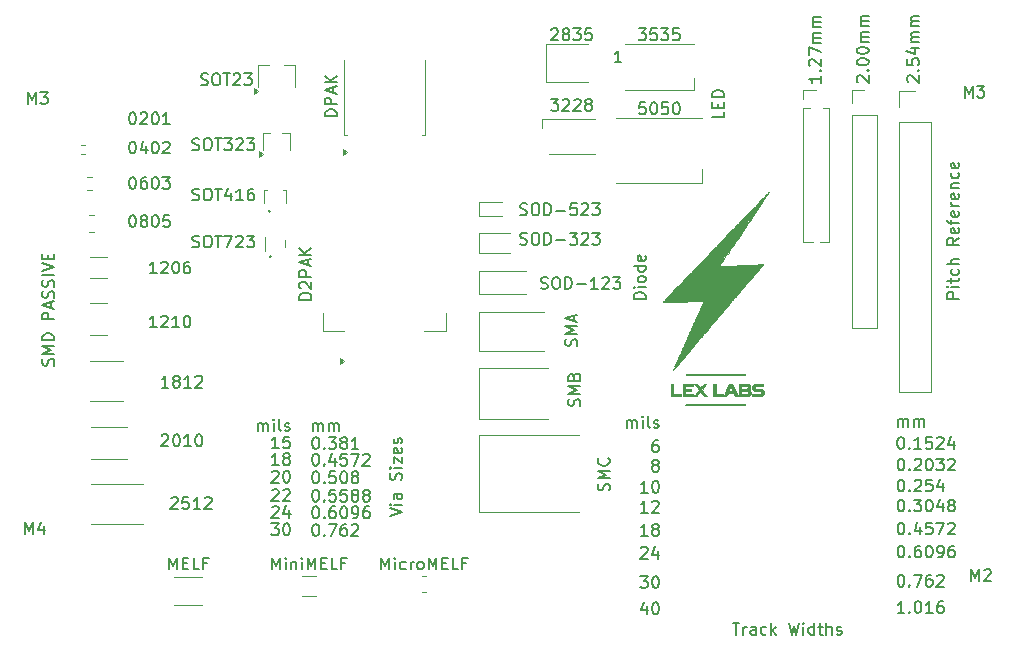
<source format=gbr>
%TF.GenerationSoftware,KiCad,Pcbnew,8.0.0*%
%TF.CreationDate,2024-04-12T00:00:48-04:00*%
%TF.ProjectId,Business card PCB,42757369-6e65-4737-9320-636172642050,rev?*%
%TF.SameCoordinates,Original*%
%TF.FileFunction,Legend,Top*%
%TF.FilePolarity,Positive*%
%FSLAX46Y46*%
G04 Gerber Fmt 4.6, Leading zero omitted, Abs format (unit mm)*
G04 Created by KiCad (PCBNEW 8.0.0) date 2024-04-12 00:00:48*
%MOMM*%
%LPD*%
G01*
G04 APERTURE LIST*
%ADD10C,0.150000*%
%ADD11C,0.010000*%
%ADD12C,0.120000*%
G04 APERTURE END LIST*
D10*
X190783474Y-81023375D02*
X189783474Y-81023375D01*
X189783474Y-81023375D02*
X189783474Y-80642423D01*
X189783474Y-80642423D02*
X189831093Y-80547185D01*
X189831093Y-80547185D02*
X189878712Y-80499566D01*
X189878712Y-80499566D02*
X189973950Y-80451947D01*
X189973950Y-80451947D02*
X190116807Y-80451947D01*
X190116807Y-80451947D02*
X190212045Y-80499566D01*
X190212045Y-80499566D02*
X190259664Y-80547185D01*
X190259664Y-80547185D02*
X190307283Y-80642423D01*
X190307283Y-80642423D02*
X190307283Y-81023375D01*
X190783474Y-80023375D02*
X190116807Y-80023375D01*
X189783474Y-80023375D02*
X189831093Y-80070994D01*
X189831093Y-80070994D02*
X189878712Y-80023375D01*
X189878712Y-80023375D02*
X189831093Y-79975756D01*
X189831093Y-79975756D02*
X189783474Y-80023375D01*
X189783474Y-80023375D02*
X189878712Y-80023375D01*
X190116807Y-79690042D02*
X190116807Y-79309090D01*
X189783474Y-79547185D02*
X190640616Y-79547185D01*
X190640616Y-79547185D02*
X190735855Y-79499566D01*
X190735855Y-79499566D02*
X190783474Y-79404328D01*
X190783474Y-79404328D02*
X190783474Y-79309090D01*
X190735855Y-78547185D02*
X190783474Y-78642423D01*
X190783474Y-78642423D02*
X190783474Y-78832899D01*
X190783474Y-78832899D02*
X190735855Y-78928137D01*
X190735855Y-78928137D02*
X190688235Y-78975756D01*
X190688235Y-78975756D02*
X190592997Y-79023375D01*
X190592997Y-79023375D02*
X190307283Y-79023375D01*
X190307283Y-79023375D02*
X190212045Y-78975756D01*
X190212045Y-78975756D02*
X190164426Y-78928137D01*
X190164426Y-78928137D02*
X190116807Y-78832899D01*
X190116807Y-78832899D02*
X190116807Y-78642423D01*
X190116807Y-78642423D02*
X190164426Y-78547185D01*
X190783474Y-78118613D02*
X189783474Y-78118613D01*
X190783474Y-77690042D02*
X190259664Y-77690042D01*
X190259664Y-77690042D02*
X190164426Y-77737661D01*
X190164426Y-77737661D02*
X190116807Y-77832899D01*
X190116807Y-77832899D02*
X190116807Y-77975756D01*
X190116807Y-77975756D02*
X190164426Y-78070994D01*
X190164426Y-78070994D02*
X190212045Y-78118613D01*
X190783474Y-75880518D02*
X190307283Y-76213851D01*
X190783474Y-76451946D02*
X189783474Y-76451946D01*
X189783474Y-76451946D02*
X189783474Y-76070994D01*
X189783474Y-76070994D02*
X189831093Y-75975756D01*
X189831093Y-75975756D02*
X189878712Y-75928137D01*
X189878712Y-75928137D02*
X189973950Y-75880518D01*
X189973950Y-75880518D02*
X190116807Y-75880518D01*
X190116807Y-75880518D02*
X190212045Y-75928137D01*
X190212045Y-75928137D02*
X190259664Y-75975756D01*
X190259664Y-75975756D02*
X190307283Y-76070994D01*
X190307283Y-76070994D02*
X190307283Y-76451946D01*
X190735855Y-75070994D02*
X190783474Y-75166232D01*
X190783474Y-75166232D02*
X190783474Y-75356708D01*
X190783474Y-75356708D02*
X190735855Y-75451946D01*
X190735855Y-75451946D02*
X190640616Y-75499565D01*
X190640616Y-75499565D02*
X190259664Y-75499565D01*
X190259664Y-75499565D02*
X190164426Y-75451946D01*
X190164426Y-75451946D02*
X190116807Y-75356708D01*
X190116807Y-75356708D02*
X190116807Y-75166232D01*
X190116807Y-75166232D02*
X190164426Y-75070994D01*
X190164426Y-75070994D02*
X190259664Y-75023375D01*
X190259664Y-75023375D02*
X190354902Y-75023375D01*
X190354902Y-75023375D02*
X190450140Y-75499565D01*
X190116807Y-74737660D02*
X190116807Y-74356708D01*
X190783474Y-74594803D02*
X189926331Y-74594803D01*
X189926331Y-74594803D02*
X189831093Y-74547184D01*
X189831093Y-74547184D02*
X189783474Y-74451946D01*
X189783474Y-74451946D02*
X189783474Y-74356708D01*
X190735855Y-73642422D02*
X190783474Y-73737660D01*
X190783474Y-73737660D02*
X190783474Y-73928136D01*
X190783474Y-73928136D02*
X190735855Y-74023374D01*
X190735855Y-74023374D02*
X190640616Y-74070993D01*
X190640616Y-74070993D02*
X190259664Y-74070993D01*
X190259664Y-74070993D02*
X190164426Y-74023374D01*
X190164426Y-74023374D02*
X190116807Y-73928136D01*
X190116807Y-73928136D02*
X190116807Y-73737660D01*
X190116807Y-73737660D02*
X190164426Y-73642422D01*
X190164426Y-73642422D02*
X190259664Y-73594803D01*
X190259664Y-73594803D02*
X190354902Y-73594803D01*
X190354902Y-73594803D02*
X190450140Y-74070993D01*
X190783474Y-73166231D02*
X190116807Y-73166231D01*
X190307283Y-73166231D02*
X190212045Y-73118612D01*
X190212045Y-73118612D02*
X190164426Y-73070993D01*
X190164426Y-73070993D02*
X190116807Y-72975755D01*
X190116807Y-72975755D02*
X190116807Y-72880517D01*
X190735855Y-72166231D02*
X190783474Y-72261469D01*
X190783474Y-72261469D02*
X190783474Y-72451945D01*
X190783474Y-72451945D02*
X190735855Y-72547183D01*
X190735855Y-72547183D02*
X190640616Y-72594802D01*
X190640616Y-72594802D02*
X190259664Y-72594802D01*
X190259664Y-72594802D02*
X190164426Y-72547183D01*
X190164426Y-72547183D02*
X190116807Y-72451945D01*
X190116807Y-72451945D02*
X190116807Y-72261469D01*
X190116807Y-72261469D02*
X190164426Y-72166231D01*
X190164426Y-72166231D02*
X190259664Y-72118612D01*
X190259664Y-72118612D02*
X190354902Y-72118612D01*
X190354902Y-72118612D02*
X190450140Y-72594802D01*
X190116807Y-71690040D02*
X190783474Y-71690040D01*
X190212045Y-71690040D02*
X190164426Y-71642421D01*
X190164426Y-71642421D02*
X190116807Y-71547183D01*
X190116807Y-71547183D02*
X190116807Y-71404326D01*
X190116807Y-71404326D02*
X190164426Y-71309088D01*
X190164426Y-71309088D02*
X190259664Y-71261469D01*
X190259664Y-71261469D02*
X190783474Y-71261469D01*
X190735855Y-70356707D02*
X190783474Y-70451945D01*
X190783474Y-70451945D02*
X190783474Y-70642421D01*
X190783474Y-70642421D02*
X190735855Y-70737659D01*
X190735855Y-70737659D02*
X190688235Y-70785278D01*
X190688235Y-70785278D02*
X190592997Y-70832897D01*
X190592997Y-70832897D02*
X190307283Y-70832897D01*
X190307283Y-70832897D02*
X190212045Y-70785278D01*
X190212045Y-70785278D02*
X190164426Y-70737659D01*
X190164426Y-70737659D02*
X190116807Y-70642421D01*
X190116807Y-70642421D02*
X190116807Y-70451945D01*
X190116807Y-70451945D02*
X190164426Y-70356707D01*
X190735855Y-69547183D02*
X190783474Y-69642421D01*
X190783474Y-69642421D02*
X190783474Y-69832897D01*
X190783474Y-69832897D02*
X190735855Y-69928135D01*
X190735855Y-69928135D02*
X190640616Y-69975754D01*
X190640616Y-69975754D02*
X190259664Y-69975754D01*
X190259664Y-69975754D02*
X190164426Y-69928135D01*
X190164426Y-69928135D02*
X190116807Y-69832897D01*
X190116807Y-69832897D02*
X190116807Y-69642421D01*
X190116807Y-69642421D02*
X190164426Y-69547183D01*
X190164426Y-69547183D02*
X190259664Y-69499564D01*
X190259664Y-69499564D02*
X190354902Y-69499564D01*
X190354902Y-69499564D02*
X190450140Y-69975754D01*
X171614791Y-108469188D02*
X172186219Y-108469188D01*
X171900505Y-109469188D02*
X171900505Y-108469188D01*
X172519553Y-109469188D02*
X172519553Y-108802521D01*
X172519553Y-108992997D02*
X172567172Y-108897759D01*
X172567172Y-108897759D02*
X172614791Y-108850140D01*
X172614791Y-108850140D02*
X172710029Y-108802521D01*
X172710029Y-108802521D02*
X172805267Y-108802521D01*
X173567172Y-109469188D02*
X173567172Y-108945378D01*
X173567172Y-108945378D02*
X173519553Y-108850140D01*
X173519553Y-108850140D02*
X173424315Y-108802521D01*
X173424315Y-108802521D02*
X173233839Y-108802521D01*
X173233839Y-108802521D02*
X173138601Y-108850140D01*
X173567172Y-109421569D02*
X173471934Y-109469188D01*
X173471934Y-109469188D02*
X173233839Y-109469188D01*
X173233839Y-109469188D02*
X173138601Y-109421569D01*
X173138601Y-109421569D02*
X173090982Y-109326330D01*
X173090982Y-109326330D02*
X173090982Y-109231092D01*
X173090982Y-109231092D02*
X173138601Y-109135854D01*
X173138601Y-109135854D02*
X173233839Y-109088235D01*
X173233839Y-109088235D02*
X173471934Y-109088235D01*
X173471934Y-109088235D02*
X173567172Y-109040616D01*
X174471934Y-109421569D02*
X174376696Y-109469188D01*
X174376696Y-109469188D02*
X174186220Y-109469188D01*
X174186220Y-109469188D02*
X174090982Y-109421569D01*
X174090982Y-109421569D02*
X174043363Y-109373949D01*
X174043363Y-109373949D02*
X173995744Y-109278711D01*
X173995744Y-109278711D02*
X173995744Y-108992997D01*
X173995744Y-108992997D02*
X174043363Y-108897759D01*
X174043363Y-108897759D02*
X174090982Y-108850140D01*
X174090982Y-108850140D02*
X174186220Y-108802521D01*
X174186220Y-108802521D02*
X174376696Y-108802521D01*
X174376696Y-108802521D02*
X174471934Y-108850140D01*
X174900506Y-109469188D02*
X174900506Y-108469188D01*
X174995744Y-109088235D02*
X175281458Y-109469188D01*
X175281458Y-108802521D02*
X174900506Y-109183473D01*
X176376697Y-108469188D02*
X176614792Y-109469188D01*
X176614792Y-109469188D02*
X176805268Y-108754902D01*
X176805268Y-108754902D02*
X176995744Y-109469188D01*
X176995744Y-109469188D02*
X177233840Y-108469188D01*
X177614792Y-109469188D02*
X177614792Y-108802521D01*
X177614792Y-108469188D02*
X177567173Y-108516807D01*
X177567173Y-108516807D02*
X177614792Y-108564426D01*
X177614792Y-108564426D02*
X177662411Y-108516807D01*
X177662411Y-108516807D02*
X177614792Y-108469188D01*
X177614792Y-108469188D02*
X177614792Y-108564426D01*
X178519553Y-109469188D02*
X178519553Y-108469188D01*
X178519553Y-109421569D02*
X178424315Y-109469188D01*
X178424315Y-109469188D02*
X178233839Y-109469188D01*
X178233839Y-109469188D02*
X178138601Y-109421569D01*
X178138601Y-109421569D02*
X178090982Y-109373949D01*
X178090982Y-109373949D02*
X178043363Y-109278711D01*
X178043363Y-109278711D02*
X178043363Y-108992997D01*
X178043363Y-108992997D02*
X178090982Y-108897759D01*
X178090982Y-108897759D02*
X178138601Y-108850140D01*
X178138601Y-108850140D02*
X178233839Y-108802521D01*
X178233839Y-108802521D02*
X178424315Y-108802521D01*
X178424315Y-108802521D02*
X178519553Y-108850140D01*
X178852887Y-108802521D02*
X179233839Y-108802521D01*
X178995744Y-108469188D02*
X178995744Y-109326330D01*
X178995744Y-109326330D02*
X179043363Y-109421569D01*
X179043363Y-109421569D02*
X179138601Y-109469188D01*
X179138601Y-109469188D02*
X179233839Y-109469188D01*
X179567173Y-109469188D02*
X179567173Y-108469188D01*
X179995744Y-109469188D02*
X179995744Y-108945378D01*
X179995744Y-108945378D02*
X179948125Y-108850140D01*
X179948125Y-108850140D02*
X179852887Y-108802521D01*
X179852887Y-108802521D02*
X179710030Y-108802521D01*
X179710030Y-108802521D02*
X179614792Y-108850140D01*
X179614792Y-108850140D02*
X179567173Y-108897759D01*
X180424316Y-109421569D02*
X180519554Y-109469188D01*
X180519554Y-109469188D02*
X180710030Y-109469188D01*
X180710030Y-109469188D02*
X180805268Y-109421569D01*
X180805268Y-109421569D02*
X180852887Y-109326330D01*
X180852887Y-109326330D02*
X180852887Y-109278711D01*
X180852887Y-109278711D02*
X180805268Y-109183473D01*
X180805268Y-109183473D02*
X180710030Y-109135854D01*
X180710030Y-109135854D02*
X180567173Y-109135854D01*
X180567173Y-109135854D02*
X180471935Y-109088235D01*
X180471935Y-109088235D02*
X180424316Y-108992997D01*
X180424316Y-108992997D02*
X180424316Y-108945378D01*
X180424316Y-108945378D02*
X180471935Y-108850140D01*
X180471935Y-108850140D02*
X180567173Y-108802521D01*
X180567173Y-108802521D02*
X180710030Y-108802521D01*
X180710030Y-108802521D02*
X180805268Y-108850140D01*
X142594819Y-99456077D02*
X143594819Y-99122744D01*
X143594819Y-99122744D02*
X142594819Y-98789411D01*
X143594819Y-98456077D02*
X142928152Y-98456077D01*
X142594819Y-98456077D02*
X142642438Y-98503696D01*
X142642438Y-98503696D02*
X142690057Y-98456077D01*
X142690057Y-98456077D02*
X142642438Y-98408458D01*
X142642438Y-98408458D02*
X142594819Y-98456077D01*
X142594819Y-98456077D02*
X142690057Y-98456077D01*
X143594819Y-97551316D02*
X143071009Y-97551316D01*
X143071009Y-97551316D02*
X142975771Y-97598935D01*
X142975771Y-97598935D02*
X142928152Y-97694173D01*
X142928152Y-97694173D02*
X142928152Y-97884649D01*
X142928152Y-97884649D02*
X142975771Y-97979887D01*
X143547200Y-97551316D02*
X143594819Y-97646554D01*
X143594819Y-97646554D02*
X143594819Y-97884649D01*
X143594819Y-97884649D02*
X143547200Y-97979887D01*
X143547200Y-97979887D02*
X143451961Y-98027506D01*
X143451961Y-98027506D02*
X143356723Y-98027506D01*
X143356723Y-98027506D02*
X143261485Y-97979887D01*
X143261485Y-97979887D02*
X143213866Y-97884649D01*
X143213866Y-97884649D02*
X143213866Y-97646554D01*
X143213866Y-97646554D02*
X143166247Y-97551316D01*
X143547200Y-96360839D02*
X143594819Y-96217982D01*
X143594819Y-96217982D02*
X143594819Y-95979887D01*
X143594819Y-95979887D02*
X143547200Y-95884649D01*
X143547200Y-95884649D02*
X143499580Y-95837030D01*
X143499580Y-95837030D02*
X143404342Y-95789411D01*
X143404342Y-95789411D02*
X143309104Y-95789411D01*
X143309104Y-95789411D02*
X143213866Y-95837030D01*
X143213866Y-95837030D02*
X143166247Y-95884649D01*
X143166247Y-95884649D02*
X143118628Y-95979887D01*
X143118628Y-95979887D02*
X143071009Y-96170363D01*
X143071009Y-96170363D02*
X143023390Y-96265601D01*
X143023390Y-96265601D02*
X142975771Y-96313220D01*
X142975771Y-96313220D02*
X142880533Y-96360839D01*
X142880533Y-96360839D02*
X142785295Y-96360839D01*
X142785295Y-96360839D02*
X142690057Y-96313220D01*
X142690057Y-96313220D02*
X142642438Y-96265601D01*
X142642438Y-96265601D02*
X142594819Y-96170363D01*
X142594819Y-96170363D02*
X142594819Y-95932268D01*
X142594819Y-95932268D02*
X142642438Y-95789411D01*
X143594819Y-95360839D02*
X142928152Y-95360839D01*
X142594819Y-95360839D02*
X142642438Y-95408458D01*
X142642438Y-95408458D02*
X142690057Y-95360839D01*
X142690057Y-95360839D02*
X142642438Y-95313220D01*
X142642438Y-95313220D02*
X142594819Y-95360839D01*
X142594819Y-95360839D02*
X142690057Y-95360839D01*
X142928152Y-94979887D02*
X142928152Y-94456078D01*
X142928152Y-94456078D02*
X143594819Y-94979887D01*
X143594819Y-94979887D02*
X143594819Y-94456078D01*
X143547200Y-93694173D02*
X143594819Y-93789411D01*
X143594819Y-93789411D02*
X143594819Y-93979887D01*
X143594819Y-93979887D02*
X143547200Y-94075125D01*
X143547200Y-94075125D02*
X143451961Y-94122744D01*
X143451961Y-94122744D02*
X143071009Y-94122744D01*
X143071009Y-94122744D02*
X142975771Y-94075125D01*
X142975771Y-94075125D02*
X142928152Y-93979887D01*
X142928152Y-93979887D02*
X142928152Y-93789411D01*
X142928152Y-93789411D02*
X142975771Y-93694173D01*
X142975771Y-93694173D02*
X143071009Y-93646554D01*
X143071009Y-93646554D02*
X143166247Y-93646554D01*
X143166247Y-93646554D02*
X143261485Y-94122744D01*
X143547200Y-93265601D02*
X143594819Y-93170363D01*
X143594819Y-93170363D02*
X143594819Y-92979887D01*
X143594819Y-92979887D02*
X143547200Y-92884649D01*
X143547200Y-92884649D02*
X143451961Y-92837030D01*
X143451961Y-92837030D02*
X143404342Y-92837030D01*
X143404342Y-92837030D02*
X143309104Y-92884649D01*
X143309104Y-92884649D02*
X143261485Y-92979887D01*
X143261485Y-92979887D02*
X143261485Y-93122744D01*
X143261485Y-93122744D02*
X143213866Y-93217982D01*
X143213866Y-93217982D02*
X143118628Y-93265601D01*
X143118628Y-93265601D02*
X143071009Y-93265601D01*
X143071009Y-93265601D02*
X142975771Y-93217982D01*
X142975771Y-93217982D02*
X142928152Y-93122744D01*
X142928152Y-93122744D02*
X142928152Y-92979887D01*
X142928152Y-92979887D02*
X142975771Y-92884649D01*
X164244819Y-81063220D02*
X163244819Y-81063220D01*
X163244819Y-81063220D02*
X163244819Y-80825125D01*
X163244819Y-80825125D02*
X163292438Y-80682268D01*
X163292438Y-80682268D02*
X163387676Y-80587030D01*
X163387676Y-80587030D02*
X163482914Y-80539411D01*
X163482914Y-80539411D02*
X163673390Y-80491792D01*
X163673390Y-80491792D02*
X163816247Y-80491792D01*
X163816247Y-80491792D02*
X164006723Y-80539411D01*
X164006723Y-80539411D02*
X164101961Y-80587030D01*
X164101961Y-80587030D02*
X164197200Y-80682268D01*
X164197200Y-80682268D02*
X164244819Y-80825125D01*
X164244819Y-80825125D02*
X164244819Y-81063220D01*
X164244819Y-80063220D02*
X163578152Y-80063220D01*
X163244819Y-80063220D02*
X163292438Y-80110839D01*
X163292438Y-80110839D02*
X163340057Y-80063220D01*
X163340057Y-80063220D02*
X163292438Y-80015601D01*
X163292438Y-80015601D02*
X163244819Y-80063220D01*
X163244819Y-80063220D02*
X163340057Y-80063220D01*
X164244819Y-79444173D02*
X164197200Y-79539411D01*
X164197200Y-79539411D02*
X164149580Y-79587030D01*
X164149580Y-79587030D02*
X164054342Y-79634649D01*
X164054342Y-79634649D02*
X163768628Y-79634649D01*
X163768628Y-79634649D02*
X163673390Y-79587030D01*
X163673390Y-79587030D02*
X163625771Y-79539411D01*
X163625771Y-79539411D02*
X163578152Y-79444173D01*
X163578152Y-79444173D02*
X163578152Y-79301316D01*
X163578152Y-79301316D02*
X163625771Y-79206078D01*
X163625771Y-79206078D02*
X163673390Y-79158459D01*
X163673390Y-79158459D02*
X163768628Y-79110840D01*
X163768628Y-79110840D02*
X164054342Y-79110840D01*
X164054342Y-79110840D02*
X164149580Y-79158459D01*
X164149580Y-79158459D02*
X164197200Y-79206078D01*
X164197200Y-79206078D02*
X164244819Y-79301316D01*
X164244819Y-79301316D02*
X164244819Y-79444173D01*
X164244819Y-78253697D02*
X163244819Y-78253697D01*
X164197200Y-78253697D02*
X164244819Y-78348935D01*
X164244819Y-78348935D02*
X164244819Y-78539411D01*
X164244819Y-78539411D02*
X164197200Y-78634649D01*
X164197200Y-78634649D02*
X164149580Y-78682268D01*
X164149580Y-78682268D02*
X164054342Y-78729887D01*
X164054342Y-78729887D02*
X163768628Y-78729887D01*
X163768628Y-78729887D02*
X163673390Y-78682268D01*
X163673390Y-78682268D02*
X163625771Y-78634649D01*
X163625771Y-78634649D02*
X163578152Y-78539411D01*
X163578152Y-78539411D02*
X163578152Y-78348935D01*
X163578152Y-78348935D02*
X163625771Y-78253697D01*
X164197200Y-77396554D02*
X164244819Y-77491792D01*
X164244819Y-77491792D02*
X164244819Y-77682268D01*
X164244819Y-77682268D02*
X164197200Y-77777506D01*
X164197200Y-77777506D02*
X164101961Y-77825125D01*
X164101961Y-77825125D02*
X163721009Y-77825125D01*
X163721009Y-77825125D02*
X163625771Y-77777506D01*
X163625771Y-77777506D02*
X163578152Y-77682268D01*
X163578152Y-77682268D02*
X163578152Y-77491792D01*
X163578152Y-77491792D02*
X163625771Y-77396554D01*
X163625771Y-77396554D02*
X163721009Y-77348935D01*
X163721009Y-77348935D02*
X163816247Y-77348935D01*
X163816247Y-77348935D02*
X163911485Y-77825125D01*
X170869819Y-65187030D02*
X170869819Y-65663220D01*
X170869819Y-65663220D02*
X169869819Y-65663220D01*
X170346009Y-64853696D02*
X170346009Y-64520363D01*
X170869819Y-64377506D02*
X170869819Y-64853696D01*
X170869819Y-64853696D02*
X169869819Y-64853696D01*
X169869819Y-64853696D02*
X169869819Y-64377506D01*
X170869819Y-63948934D02*
X169869819Y-63948934D01*
X169869819Y-63948934D02*
X169869819Y-63710839D01*
X169869819Y-63710839D02*
X169917438Y-63567982D01*
X169917438Y-63567982D02*
X170012676Y-63472744D01*
X170012676Y-63472744D02*
X170107914Y-63425125D01*
X170107914Y-63425125D02*
X170298390Y-63377506D01*
X170298390Y-63377506D02*
X170441247Y-63377506D01*
X170441247Y-63377506D02*
X170631723Y-63425125D01*
X170631723Y-63425125D02*
X170726961Y-63472744D01*
X170726961Y-63472744D02*
X170822200Y-63567982D01*
X170822200Y-63567982D02*
X170869819Y-63710839D01*
X170869819Y-63710839D02*
X170869819Y-63948934D01*
X114122200Y-86685839D02*
X114169819Y-86542982D01*
X114169819Y-86542982D02*
X114169819Y-86304887D01*
X114169819Y-86304887D02*
X114122200Y-86209649D01*
X114122200Y-86209649D02*
X114074580Y-86162030D01*
X114074580Y-86162030D02*
X113979342Y-86114411D01*
X113979342Y-86114411D02*
X113884104Y-86114411D01*
X113884104Y-86114411D02*
X113788866Y-86162030D01*
X113788866Y-86162030D02*
X113741247Y-86209649D01*
X113741247Y-86209649D02*
X113693628Y-86304887D01*
X113693628Y-86304887D02*
X113646009Y-86495363D01*
X113646009Y-86495363D02*
X113598390Y-86590601D01*
X113598390Y-86590601D02*
X113550771Y-86638220D01*
X113550771Y-86638220D02*
X113455533Y-86685839D01*
X113455533Y-86685839D02*
X113360295Y-86685839D01*
X113360295Y-86685839D02*
X113265057Y-86638220D01*
X113265057Y-86638220D02*
X113217438Y-86590601D01*
X113217438Y-86590601D02*
X113169819Y-86495363D01*
X113169819Y-86495363D02*
X113169819Y-86257268D01*
X113169819Y-86257268D02*
X113217438Y-86114411D01*
X114169819Y-85685839D02*
X113169819Y-85685839D01*
X113169819Y-85685839D02*
X113884104Y-85352506D01*
X113884104Y-85352506D02*
X113169819Y-85019173D01*
X113169819Y-85019173D02*
X114169819Y-85019173D01*
X114169819Y-84542982D02*
X113169819Y-84542982D01*
X113169819Y-84542982D02*
X113169819Y-84304887D01*
X113169819Y-84304887D02*
X113217438Y-84162030D01*
X113217438Y-84162030D02*
X113312676Y-84066792D01*
X113312676Y-84066792D02*
X113407914Y-84019173D01*
X113407914Y-84019173D02*
X113598390Y-83971554D01*
X113598390Y-83971554D02*
X113741247Y-83971554D01*
X113741247Y-83971554D02*
X113931723Y-84019173D01*
X113931723Y-84019173D02*
X114026961Y-84066792D01*
X114026961Y-84066792D02*
X114122200Y-84162030D01*
X114122200Y-84162030D02*
X114169819Y-84304887D01*
X114169819Y-84304887D02*
X114169819Y-84542982D01*
X114169819Y-82781077D02*
X113169819Y-82781077D01*
X113169819Y-82781077D02*
X113169819Y-82400125D01*
X113169819Y-82400125D02*
X113217438Y-82304887D01*
X113217438Y-82304887D02*
X113265057Y-82257268D01*
X113265057Y-82257268D02*
X113360295Y-82209649D01*
X113360295Y-82209649D02*
X113503152Y-82209649D01*
X113503152Y-82209649D02*
X113598390Y-82257268D01*
X113598390Y-82257268D02*
X113646009Y-82304887D01*
X113646009Y-82304887D02*
X113693628Y-82400125D01*
X113693628Y-82400125D02*
X113693628Y-82781077D01*
X113884104Y-81828696D02*
X113884104Y-81352506D01*
X114169819Y-81923934D02*
X113169819Y-81590601D01*
X113169819Y-81590601D02*
X114169819Y-81257268D01*
X114122200Y-80971553D02*
X114169819Y-80828696D01*
X114169819Y-80828696D02*
X114169819Y-80590601D01*
X114169819Y-80590601D02*
X114122200Y-80495363D01*
X114122200Y-80495363D02*
X114074580Y-80447744D01*
X114074580Y-80447744D02*
X113979342Y-80400125D01*
X113979342Y-80400125D02*
X113884104Y-80400125D01*
X113884104Y-80400125D02*
X113788866Y-80447744D01*
X113788866Y-80447744D02*
X113741247Y-80495363D01*
X113741247Y-80495363D02*
X113693628Y-80590601D01*
X113693628Y-80590601D02*
X113646009Y-80781077D01*
X113646009Y-80781077D02*
X113598390Y-80876315D01*
X113598390Y-80876315D02*
X113550771Y-80923934D01*
X113550771Y-80923934D02*
X113455533Y-80971553D01*
X113455533Y-80971553D02*
X113360295Y-80971553D01*
X113360295Y-80971553D02*
X113265057Y-80923934D01*
X113265057Y-80923934D02*
X113217438Y-80876315D01*
X113217438Y-80876315D02*
X113169819Y-80781077D01*
X113169819Y-80781077D02*
X113169819Y-80542982D01*
X113169819Y-80542982D02*
X113217438Y-80400125D01*
X114122200Y-80019172D02*
X114169819Y-79876315D01*
X114169819Y-79876315D02*
X114169819Y-79638220D01*
X114169819Y-79638220D02*
X114122200Y-79542982D01*
X114122200Y-79542982D02*
X114074580Y-79495363D01*
X114074580Y-79495363D02*
X113979342Y-79447744D01*
X113979342Y-79447744D02*
X113884104Y-79447744D01*
X113884104Y-79447744D02*
X113788866Y-79495363D01*
X113788866Y-79495363D02*
X113741247Y-79542982D01*
X113741247Y-79542982D02*
X113693628Y-79638220D01*
X113693628Y-79638220D02*
X113646009Y-79828696D01*
X113646009Y-79828696D02*
X113598390Y-79923934D01*
X113598390Y-79923934D02*
X113550771Y-79971553D01*
X113550771Y-79971553D02*
X113455533Y-80019172D01*
X113455533Y-80019172D02*
X113360295Y-80019172D01*
X113360295Y-80019172D02*
X113265057Y-79971553D01*
X113265057Y-79971553D02*
X113217438Y-79923934D01*
X113217438Y-79923934D02*
X113169819Y-79828696D01*
X113169819Y-79828696D02*
X113169819Y-79590601D01*
X113169819Y-79590601D02*
X113217438Y-79447744D01*
X114169819Y-79019172D02*
X113169819Y-79019172D01*
X113169819Y-78685839D02*
X114169819Y-78352506D01*
X114169819Y-78352506D02*
X113169819Y-78019173D01*
X113646009Y-77685839D02*
X113646009Y-77352506D01*
X114169819Y-77209649D02*
X114169819Y-77685839D01*
X114169819Y-77685839D02*
X113169819Y-77685839D01*
X113169819Y-77685839D02*
X113169819Y-77209649D01*
X136277255Y-95639819D02*
X136372493Y-95639819D01*
X136372493Y-95639819D02*
X136467731Y-95687438D01*
X136467731Y-95687438D02*
X136515350Y-95735057D01*
X136515350Y-95735057D02*
X136562969Y-95830295D01*
X136562969Y-95830295D02*
X136610588Y-96020771D01*
X136610588Y-96020771D02*
X136610588Y-96258866D01*
X136610588Y-96258866D02*
X136562969Y-96449342D01*
X136562969Y-96449342D02*
X136515350Y-96544580D01*
X136515350Y-96544580D02*
X136467731Y-96592200D01*
X136467731Y-96592200D02*
X136372493Y-96639819D01*
X136372493Y-96639819D02*
X136277255Y-96639819D01*
X136277255Y-96639819D02*
X136182017Y-96592200D01*
X136182017Y-96592200D02*
X136134398Y-96544580D01*
X136134398Y-96544580D02*
X136086779Y-96449342D01*
X136086779Y-96449342D02*
X136039160Y-96258866D01*
X136039160Y-96258866D02*
X136039160Y-96020771D01*
X136039160Y-96020771D02*
X136086779Y-95830295D01*
X136086779Y-95830295D02*
X136134398Y-95735057D01*
X136134398Y-95735057D02*
X136182017Y-95687438D01*
X136182017Y-95687438D02*
X136277255Y-95639819D01*
X137039160Y-96544580D02*
X137086779Y-96592200D01*
X137086779Y-96592200D02*
X137039160Y-96639819D01*
X137039160Y-96639819D02*
X136991541Y-96592200D01*
X136991541Y-96592200D02*
X137039160Y-96544580D01*
X137039160Y-96544580D02*
X137039160Y-96639819D01*
X137991540Y-95639819D02*
X137515350Y-95639819D01*
X137515350Y-95639819D02*
X137467731Y-96116009D01*
X137467731Y-96116009D02*
X137515350Y-96068390D01*
X137515350Y-96068390D02*
X137610588Y-96020771D01*
X137610588Y-96020771D02*
X137848683Y-96020771D01*
X137848683Y-96020771D02*
X137943921Y-96068390D01*
X137943921Y-96068390D02*
X137991540Y-96116009D01*
X137991540Y-96116009D02*
X138039159Y-96211247D01*
X138039159Y-96211247D02*
X138039159Y-96449342D01*
X138039159Y-96449342D02*
X137991540Y-96544580D01*
X137991540Y-96544580D02*
X137943921Y-96592200D01*
X137943921Y-96592200D02*
X137848683Y-96639819D01*
X137848683Y-96639819D02*
X137610588Y-96639819D01*
X137610588Y-96639819D02*
X137515350Y-96592200D01*
X137515350Y-96592200D02*
X137467731Y-96544580D01*
X138658207Y-95639819D02*
X138753445Y-95639819D01*
X138753445Y-95639819D02*
X138848683Y-95687438D01*
X138848683Y-95687438D02*
X138896302Y-95735057D01*
X138896302Y-95735057D02*
X138943921Y-95830295D01*
X138943921Y-95830295D02*
X138991540Y-96020771D01*
X138991540Y-96020771D02*
X138991540Y-96258866D01*
X138991540Y-96258866D02*
X138943921Y-96449342D01*
X138943921Y-96449342D02*
X138896302Y-96544580D01*
X138896302Y-96544580D02*
X138848683Y-96592200D01*
X138848683Y-96592200D02*
X138753445Y-96639819D01*
X138753445Y-96639819D02*
X138658207Y-96639819D01*
X138658207Y-96639819D02*
X138562969Y-96592200D01*
X138562969Y-96592200D02*
X138515350Y-96544580D01*
X138515350Y-96544580D02*
X138467731Y-96449342D01*
X138467731Y-96449342D02*
X138420112Y-96258866D01*
X138420112Y-96258866D02*
X138420112Y-96020771D01*
X138420112Y-96020771D02*
X138467731Y-95830295D01*
X138467731Y-95830295D02*
X138515350Y-95735057D01*
X138515350Y-95735057D02*
X138562969Y-95687438D01*
X138562969Y-95687438D02*
X138658207Y-95639819D01*
X139562969Y-96068390D02*
X139467731Y-96020771D01*
X139467731Y-96020771D02*
X139420112Y-95973152D01*
X139420112Y-95973152D02*
X139372493Y-95877914D01*
X139372493Y-95877914D02*
X139372493Y-95830295D01*
X139372493Y-95830295D02*
X139420112Y-95735057D01*
X139420112Y-95735057D02*
X139467731Y-95687438D01*
X139467731Y-95687438D02*
X139562969Y-95639819D01*
X139562969Y-95639819D02*
X139753445Y-95639819D01*
X139753445Y-95639819D02*
X139848683Y-95687438D01*
X139848683Y-95687438D02*
X139896302Y-95735057D01*
X139896302Y-95735057D02*
X139943921Y-95830295D01*
X139943921Y-95830295D02*
X139943921Y-95877914D01*
X139943921Y-95877914D02*
X139896302Y-95973152D01*
X139896302Y-95973152D02*
X139848683Y-96020771D01*
X139848683Y-96020771D02*
X139753445Y-96068390D01*
X139753445Y-96068390D02*
X139562969Y-96068390D01*
X139562969Y-96068390D02*
X139467731Y-96116009D01*
X139467731Y-96116009D02*
X139420112Y-96163628D01*
X139420112Y-96163628D02*
X139372493Y-96258866D01*
X139372493Y-96258866D02*
X139372493Y-96449342D01*
X139372493Y-96449342D02*
X139420112Y-96544580D01*
X139420112Y-96544580D02*
X139467731Y-96592200D01*
X139467731Y-96592200D02*
X139562969Y-96639819D01*
X139562969Y-96639819D02*
X139753445Y-96639819D01*
X139753445Y-96639819D02*
X139848683Y-96592200D01*
X139848683Y-96592200D02*
X139896302Y-96544580D01*
X139896302Y-96544580D02*
X139943921Y-96449342D01*
X139943921Y-96449342D02*
X139943921Y-96258866D01*
X139943921Y-96258866D02*
X139896302Y-96163628D01*
X139896302Y-96163628D02*
X139848683Y-96116009D01*
X139848683Y-96116009D02*
X139753445Y-96068390D01*
X136277255Y-92749819D02*
X136372493Y-92749819D01*
X136372493Y-92749819D02*
X136467731Y-92797438D01*
X136467731Y-92797438D02*
X136515350Y-92845057D01*
X136515350Y-92845057D02*
X136562969Y-92940295D01*
X136562969Y-92940295D02*
X136610588Y-93130771D01*
X136610588Y-93130771D02*
X136610588Y-93368866D01*
X136610588Y-93368866D02*
X136562969Y-93559342D01*
X136562969Y-93559342D02*
X136515350Y-93654580D01*
X136515350Y-93654580D02*
X136467731Y-93702200D01*
X136467731Y-93702200D02*
X136372493Y-93749819D01*
X136372493Y-93749819D02*
X136277255Y-93749819D01*
X136277255Y-93749819D02*
X136182017Y-93702200D01*
X136182017Y-93702200D02*
X136134398Y-93654580D01*
X136134398Y-93654580D02*
X136086779Y-93559342D01*
X136086779Y-93559342D02*
X136039160Y-93368866D01*
X136039160Y-93368866D02*
X136039160Y-93130771D01*
X136039160Y-93130771D02*
X136086779Y-92940295D01*
X136086779Y-92940295D02*
X136134398Y-92845057D01*
X136134398Y-92845057D02*
X136182017Y-92797438D01*
X136182017Y-92797438D02*
X136277255Y-92749819D01*
X137039160Y-93654580D02*
X137086779Y-93702200D01*
X137086779Y-93702200D02*
X137039160Y-93749819D01*
X137039160Y-93749819D02*
X136991541Y-93702200D01*
X136991541Y-93702200D02*
X137039160Y-93654580D01*
X137039160Y-93654580D02*
X137039160Y-93749819D01*
X137420112Y-92749819D02*
X138039159Y-92749819D01*
X138039159Y-92749819D02*
X137705826Y-93130771D01*
X137705826Y-93130771D02*
X137848683Y-93130771D01*
X137848683Y-93130771D02*
X137943921Y-93178390D01*
X137943921Y-93178390D02*
X137991540Y-93226009D01*
X137991540Y-93226009D02*
X138039159Y-93321247D01*
X138039159Y-93321247D02*
X138039159Y-93559342D01*
X138039159Y-93559342D02*
X137991540Y-93654580D01*
X137991540Y-93654580D02*
X137943921Y-93702200D01*
X137943921Y-93702200D02*
X137848683Y-93749819D01*
X137848683Y-93749819D02*
X137562969Y-93749819D01*
X137562969Y-93749819D02*
X137467731Y-93702200D01*
X137467731Y-93702200D02*
X137420112Y-93654580D01*
X138610588Y-93178390D02*
X138515350Y-93130771D01*
X138515350Y-93130771D02*
X138467731Y-93083152D01*
X138467731Y-93083152D02*
X138420112Y-92987914D01*
X138420112Y-92987914D02*
X138420112Y-92940295D01*
X138420112Y-92940295D02*
X138467731Y-92845057D01*
X138467731Y-92845057D02*
X138515350Y-92797438D01*
X138515350Y-92797438D02*
X138610588Y-92749819D01*
X138610588Y-92749819D02*
X138801064Y-92749819D01*
X138801064Y-92749819D02*
X138896302Y-92797438D01*
X138896302Y-92797438D02*
X138943921Y-92845057D01*
X138943921Y-92845057D02*
X138991540Y-92940295D01*
X138991540Y-92940295D02*
X138991540Y-92987914D01*
X138991540Y-92987914D02*
X138943921Y-93083152D01*
X138943921Y-93083152D02*
X138896302Y-93130771D01*
X138896302Y-93130771D02*
X138801064Y-93178390D01*
X138801064Y-93178390D02*
X138610588Y-93178390D01*
X138610588Y-93178390D02*
X138515350Y-93226009D01*
X138515350Y-93226009D02*
X138467731Y-93273628D01*
X138467731Y-93273628D02*
X138420112Y-93368866D01*
X138420112Y-93368866D02*
X138420112Y-93559342D01*
X138420112Y-93559342D02*
X138467731Y-93654580D01*
X138467731Y-93654580D02*
X138515350Y-93702200D01*
X138515350Y-93702200D02*
X138610588Y-93749819D01*
X138610588Y-93749819D02*
X138801064Y-93749819D01*
X138801064Y-93749819D02*
X138896302Y-93702200D01*
X138896302Y-93702200D02*
X138943921Y-93654580D01*
X138943921Y-93654580D02*
X138991540Y-93559342D01*
X138991540Y-93559342D02*
X138991540Y-93368866D01*
X138991540Y-93368866D02*
X138943921Y-93273628D01*
X138943921Y-93273628D02*
X138896302Y-93226009D01*
X138896302Y-93226009D02*
X138801064Y-93178390D01*
X139943921Y-93749819D02*
X139372493Y-93749819D01*
X139658207Y-93749819D02*
X139658207Y-92749819D01*
X139658207Y-92749819D02*
X139562969Y-92892676D01*
X139562969Y-92892676D02*
X139467731Y-92987914D01*
X139467731Y-92987914D02*
X139372493Y-93035533D01*
X136277255Y-94159819D02*
X136372493Y-94159819D01*
X136372493Y-94159819D02*
X136467731Y-94207438D01*
X136467731Y-94207438D02*
X136515350Y-94255057D01*
X136515350Y-94255057D02*
X136562969Y-94350295D01*
X136562969Y-94350295D02*
X136610588Y-94540771D01*
X136610588Y-94540771D02*
X136610588Y-94778866D01*
X136610588Y-94778866D02*
X136562969Y-94969342D01*
X136562969Y-94969342D02*
X136515350Y-95064580D01*
X136515350Y-95064580D02*
X136467731Y-95112200D01*
X136467731Y-95112200D02*
X136372493Y-95159819D01*
X136372493Y-95159819D02*
X136277255Y-95159819D01*
X136277255Y-95159819D02*
X136182017Y-95112200D01*
X136182017Y-95112200D02*
X136134398Y-95064580D01*
X136134398Y-95064580D02*
X136086779Y-94969342D01*
X136086779Y-94969342D02*
X136039160Y-94778866D01*
X136039160Y-94778866D02*
X136039160Y-94540771D01*
X136039160Y-94540771D02*
X136086779Y-94350295D01*
X136086779Y-94350295D02*
X136134398Y-94255057D01*
X136134398Y-94255057D02*
X136182017Y-94207438D01*
X136182017Y-94207438D02*
X136277255Y-94159819D01*
X137039160Y-95064580D02*
X137086779Y-95112200D01*
X137086779Y-95112200D02*
X137039160Y-95159819D01*
X137039160Y-95159819D02*
X136991541Y-95112200D01*
X136991541Y-95112200D02*
X137039160Y-95064580D01*
X137039160Y-95064580D02*
X137039160Y-95159819D01*
X137943921Y-94493152D02*
X137943921Y-95159819D01*
X137705826Y-94112200D02*
X137467731Y-94826485D01*
X137467731Y-94826485D02*
X138086778Y-94826485D01*
X138943921Y-94159819D02*
X138467731Y-94159819D01*
X138467731Y-94159819D02*
X138420112Y-94636009D01*
X138420112Y-94636009D02*
X138467731Y-94588390D01*
X138467731Y-94588390D02*
X138562969Y-94540771D01*
X138562969Y-94540771D02*
X138801064Y-94540771D01*
X138801064Y-94540771D02*
X138896302Y-94588390D01*
X138896302Y-94588390D02*
X138943921Y-94636009D01*
X138943921Y-94636009D02*
X138991540Y-94731247D01*
X138991540Y-94731247D02*
X138991540Y-94969342D01*
X138991540Y-94969342D02*
X138943921Y-95064580D01*
X138943921Y-95064580D02*
X138896302Y-95112200D01*
X138896302Y-95112200D02*
X138801064Y-95159819D01*
X138801064Y-95159819D02*
X138562969Y-95159819D01*
X138562969Y-95159819D02*
X138467731Y-95112200D01*
X138467731Y-95112200D02*
X138420112Y-95064580D01*
X139324874Y-94159819D02*
X139991540Y-94159819D01*
X139991540Y-94159819D02*
X139562969Y-95159819D01*
X140324874Y-94255057D02*
X140372493Y-94207438D01*
X140372493Y-94207438D02*
X140467731Y-94159819D01*
X140467731Y-94159819D02*
X140705826Y-94159819D01*
X140705826Y-94159819D02*
X140801064Y-94207438D01*
X140801064Y-94207438D02*
X140848683Y-94255057D01*
X140848683Y-94255057D02*
X140896302Y-94350295D01*
X140896302Y-94350295D02*
X140896302Y-94445533D01*
X140896302Y-94445533D02*
X140848683Y-94588390D01*
X140848683Y-94588390D02*
X140277255Y-95159819D01*
X140277255Y-95159819D02*
X140896302Y-95159819D01*
X136277255Y-97209819D02*
X136372493Y-97209819D01*
X136372493Y-97209819D02*
X136467731Y-97257438D01*
X136467731Y-97257438D02*
X136515350Y-97305057D01*
X136515350Y-97305057D02*
X136562969Y-97400295D01*
X136562969Y-97400295D02*
X136610588Y-97590771D01*
X136610588Y-97590771D02*
X136610588Y-97828866D01*
X136610588Y-97828866D02*
X136562969Y-98019342D01*
X136562969Y-98019342D02*
X136515350Y-98114580D01*
X136515350Y-98114580D02*
X136467731Y-98162200D01*
X136467731Y-98162200D02*
X136372493Y-98209819D01*
X136372493Y-98209819D02*
X136277255Y-98209819D01*
X136277255Y-98209819D02*
X136182017Y-98162200D01*
X136182017Y-98162200D02*
X136134398Y-98114580D01*
X136134398Y-98114580D02*
X136086779Y-98019342D01*
X136086779Y-98019342D02*
X136039160Y-97828866D01*
X136039160Y-97828866D02*
X136039160Y-97590771D01*
X136039160Y-97590771D02*
X136086779Y-97400295D01*
X136086779Y-97400295D02*
X136134398Y-97305057D01*
X136134398Y-97305057D02*
X136182017Y-97257438D01*
X136182017Y-97257438D02*
X136277255Y-97209819D01*
X137039160Y-98114580D02*
X137086779Y-98162200D01*
X137086779Y-98162200D02*
X137039160Y-98209819D01*
X137039160Y-98209819D02*
X136991541Y-98162200D01*
X136991541Y-98162200D02*
X137039160Y-98114580D01*
X137039160Y-98114580D02*
X137039160Y-98209819D01*
X137991540Y-97209819D02*
X137515350Y-97209819D01*
X137515350Y-97209819D02*
X137467731Y-97686009D01*
X137467731Y-97686009D02*
X137515350Y-97638390D01*
X137515350Y-97638390D02*
X137610588Y-97590771D01*
X137610588Y-97590771D02*
X137848683Y-97590771D01*
X137848683Y-97590771D02*
X137943921Y-97638390D01*
X137943921Y-97638390D02*
X137991540Y-97686009D01*
X137991540Y-97686009D02*
X138039159Y-97781247D01*
X138039159Y-97781247D02*
X138039159Y-98019342D01*
X138039159Y-98019342D02*
X137991540Y-98114580D01*
X137991540Y-98114580D02*
X137943921Y-98162200D01*
X137943921Y-98162200D02*
X137848683Y-98209819D01*
X137848683Y-98209819D02*
X137610588Y-98209819D01*
X137610588Y-98209819D02*
X137515350Y-98162200D01*
X137515350Y-98162200D02*
X137467731Y-98114580D01*
X138943921Y-97209819D02*
X138467731Y-97209819D01*
X138467731Y-97209819D02*
X138420112Y-97686009D01*
X138420112Y-97686009D02*
X138467731Y-97638390D01*
X138467731Y-97638390D02*
X138562969Y-97590771D01*
X138562969Y-97590771D02*
X138801064Y-97590771D01*
X138801064Y-97590771D02*
X138896302Y-97638390D01*
X138896302Y-97638390D02*
X138943921Y-97686009D01*
X138943921Y-97686009D02*
X138991540Y-97781247D01*
X138991540Y-97781247D02*
X138991540Y-98019342D01*
X138991540Y-98019342D02*
X138943921Y-98114580D01*
X138943921Y-98114580D02*
X138896302Y-98162200D01*
X138896302Y-98162200D02*
X138801064Y-98209819D01*
X138801064Y-98209819D02*
X138562969Y-98209819D01*
X138562969Y-98209819D02*
X138467731Y-98162200D01*
X138467731Y-98162200D02*
X138420112Y-98114580D01*
X139562969Y-97638390D02*
X139467731Y-97590771D01*
X139467731Y-97590771D02*
X139420112Y-97543152D01*
X139420112Y-97543152D02*
X139372493Y-97447914D01*
X139372493Y-97447914D02*
X139372493Y-97400295D01*
X139372493Y-97400295D02*
X139420112Y-97305057D01*
X139420112Y-97305057D02*
X139467731Y-97257438D01*
X139467731Y-97257438D02*
X139562969Y-97209819D01*
X139562969Y-97209819D02*
X139753445Y-97209819D01*
X139753445Y-97209819D02*
X139848683Y-97257438D01*
X139848683Y-97257438D02*
X139896302Y-97305057D01*
X139896302Y-97305057D02*
X139943921Y-97400295D01*
X139943921Y-97400295D02*
X139943921Y-97447914D01*
X139943921Y-97447914D02*
X139896302Y-97543152D01*
X139896302Y-97543152D02*
X139848683Y-97590771D01*
X139848683Y-97590771D02*
X139753445Y-97638390D01*
X139753445Y-97638390D02*
X139562969Y-97638390D01*
X139562969Y-97638390D02*
X139467731Y-97686009D01*
X139467731Y-97686009D02*
X139420112Y-97733628D01*
X139420112Y-97733628D02*
X139372493Y-97828866D01*
X139372493Y-97828866D02*
X139372493Y-98019342D01*
X139372493Y-98019342D02*
X139420112Y-98114580D01*
X139420112Y-98114580D02*
X139467731Y-98162200D01*
X139467731Y-98162200D02*
X139562969Y-98209819D01*
X139562969Y-98209819D02*
X139753445Y-98209819D01*
X139753445Y-98209819D02*
X139848683Y-98162200D01*
X139848683Y-98162200D02*
X139896302Y-98114580D01*
X139896302Y-98114580D02*
X139943921Y-98019342D01*
X139943921Y-98019342D02*
X139943921Y-97828866D01*
X139943921Y-97828866D02*
X139896302Y-97733628D01*
X139896302Y-97733628D02*
X139848683Y-97686009D01*
X139848683Y-97686009D02*
X139753445Y-97638390D01*
X140515350Y-97638390D02*
X140420112Y-97590771D01*
X140420112Y-97590771D02*
X140372493Y-97543152D01*
X140372493Y-97543152D02*
X140324874Y-97447914D01*
X140324874Y-97447914D02*
X140324874Y-97400295D01*
X140324874Y-97400295D02*
X140372493Y-97305057D01*
X140372493Y-97305057D02*
X140420112Y-97257438D01*
X140420112Y-97257438D02*
X140515350Y-97209819D01*
X140515350Y-97209819D02*
X140705826Y-97209819D01*
X140705826Y-97209819D02*
X140801064Y-97257438D01*
X140801064Y-97257438D02*
X140848683Y-97305057D01*
X140848683Y-97305057D02*
X140896302Y-97400295D01*
X140896302Y-97400295D02*
X140896302Y-97447914D01*
X140896302Y-97447914D02*
X140848683Y-97543152D01*
X140848683Y-97543152D02*
X140801064Y-97590771D01*
X140801064Y-97590771D02*
X140705826Y-97638390D01*
X140705826Y-97638390D02*
X140515350Y-97638390D01*
X140515350Y-97638390D02*
X140420112Y-97686009D01*
X140420112Y-97686009D02*
X140372493Y-97733628D01*
X140372493Y-97733628D02*
X140324874Y-97828866D01*
X140324874Y-97828866D02*
X140324874Y-98019342D01*
X140324874Y-98019342D02*
X140372493Y-98114580D01*
X140372493Y-98114580D02*
X140420112Y-98162200D01*
X140420112Y-98162200D02*
X140515350Y-98209819D01*
X140515350Y-98209819D02*
X140705826Y-98209819D01*
X140705826Y-98209819D02*
X140801064Y-98162200D01*
X140801064Y-98162200D02*
X140848683Y-98114580D01*
X140848683Y-98114580D02*
X140896302Y-98019342D01*
X140896302Y-98019342D02*
X140896302Y-97828866D01*
X140896302Y-97828866D02*
X140848683Y-97733628D01*
X140848683Y-97733628D02*
X140801064Y-97686009D01*
X140801064Y-97686009D02*
X140705826Y-97638390D01*
X136277255Y-98619819D02*
X136372493Y-98619819D01*
X136372493Y-98619819D02*
X136467731Y-98667438D01*
X136467731Y-98667438D02*
X136515350Y-98715057D01*
X136515350Y-98715057D02*
X136562969Y-98810295D01*
X136562969Y-98810295D02*
X136610588Y-99000771D01*
X136610588Y-99000771D02*
X136610588Y-99238866D01*
X136610588Y-99238866D02*
X136562969Y-99429342D01*
X136562969Y-99429342D02*
X136515350Y-99524580D01*
X136515350Y-99524580D02*
X136467731Y-99572200D01*
X136467731Y-99572200D02*
X136372493Y-99619819D01*
X136372493Y-99619819D02*
X136277255Y-99619819D01*
X136277255Y-99619819D02*
X136182017Y-99572200D01*
X136182017Y-99572200D02*
X136134398Y-99524580D01*
X136134398Y-99524580D02*
X136086779Y-99429342D01*
X136086779Y-99429342D02*
X136039160Y-99238866D01*
X136039160Y-99238866D02*
X136039160Y-99000771D01*
X136039160Y-99000771D02*
X136086779Y-98810295D01*
X136086779Y-98810295D02*
X136134398Y-98715057D01*
X136134398Y-98715057D02*
X136182017Y-98667438D01*
X136182017Y-98667438D02*
X136277255Y-98619819D01*
X137039160Y-99524580D02*
X137086779Y-99572200D01*
X137086779Y-99572200D02*
X137039160Y-99619819D01*
X137039160Y-99619819D02*
X136991541Y-99572200D01*
X136991541Y-99572200D02*
X137039160Y-99524580D01*
X137039160Y-99524580D02*
X137039160Y-99619819D01*
X137943921Y-98619819D02*
X137753445Y-98619819D01*
X137753445Y-98619819D02*
X137658207Y-98667438D01*
X137658207Y-98667438D02*
X137610588Y-98715057D01*
X137610588Y-98715057D02*
X137515350Y-98857914D01*
X137515350Y-98857914D02*
X137467731Y-99048390D01*
X137467731Y-99048390D02*
X137467731Y-99429342D01*
X137467731Y-99429342D02*
X137515350Y-99524580D01*
X137515350Y-99524580D02*
X137562969Y-99572200D01*
X137562969Y-99572200D02*
X137658207Y-99619819D01*
X137658207Y-99619819D02*
X137848683Y-99619819D01*
X137848683Y-99619819D02*
X137943921Y-99572200D01*
X137943921Y-99572200D02*
X137991540Y-99524580D01*
X137991540Y-99524580D02*
X138039159Y-99429342D01*
X138039159Y-99429342D02*
X138039159Y-99191247D01*
X138039159Y-99191247D02*
X137991540Y-99096009D01*
X137991540Y-99096009D02*
X137943921Y-99048390D01*
X137943921Y-99048390D02*
X137848683Y-99000771D01*
X137848683Y-99000771D02*
X137658207Y-99000771D01*
X137658207Y-99000771D02*
X137562969Y-99048390D01*
X137562969Y-99048390D02*
X137515350Y-99096009D01*
X137515350Y-99096009D02*
X137467731Y-99191247D01*
X138658207Y-98619819D02*
X138753445Y-98619819D01*
X138753445Y-98619819D02*
X138848683Y-98667438D01*
X138848683Y-98667438D02*
X138896302Y-98715057D01*
X138896302Y-98715057D02*
X138943921Y-98810295D01*
X138943921Y-98810295D02*
X138991540Y-99000771D01*
X138991540Y-99000771D02*
X138991540Y-99238866D01*
X138991540Y-99238866D02*
X138943921Y-99429342D01*
X138943921Y-99429342D02*
X138896302Y-99524580D01*
X138896302Y-99524580D02*
X138848683Y-99572200D01*
X138848683Y-99572200D02*
X138753445Y-99619819D01*
X138753445Y-99619819D02*
X138658207Y-99619819D01*
X138658207Y-99619819D02*
X138562969Y-99572200D01*
X138562969Y-99572200D02*
X138515350Y-99524580D01*
X138515350Y-99524580D02*
X138467731Y-99429342D01*
X138467731Y-99429342D02*
X138420112Y-99238866D01*
X138420112Y-99238866D02*
X138420112Y-99000771D01*
X138420112Y-99000771D02*
X138467731Y-98810295D01*
X138467731Y-98810295D02*
X138515350Y-98715057D01*
X138515350Y-98715057D02*
X138562969Y-98667438D01*
X138562969Y-98667438D02*
X138658207Y-98619819D01*
X139467731Y-99619819D02*
X139658207Y-99619819D01*
X139658207Y-99619819D02*
X139753445Y-99572200D01*
X139753445Y-99572200D02*
X139801064Y-99524580D01*
X139801064Y-99524580D02*
X139896302Y-99381723D01*
X139896302Y-99381723D02*
X139943921Y-99191247D01*
X139943921Y-99191247D02*
X139943921Y-98810295D01*
X139943921Y-98810295D02*
X139896302Y-98715057D01*
X139896302Y-98715057D02*
X139848683Y-98667438D01*
X139848683Y-98667438D02*
X139753445Y-98619819D01*
X139753445Y-98619819D02*
X139562969Y-98619819D01*
X139562969Y-98619819D02*
X139467731Y-98667438D01*
X139467731Y-98667438D02*
X139420112Y-98715057D01*
X139420112Y-98715057D02*
X139372493Y-98810295D01*
X139372493Y-98810295D02*
X139372493Y-99048390D01*
X139372493Y-99048390D02*
X139420112Y-99143628D01*
X139420112Y-99143628D02*
X139467731Y-99191247D01*
X139467731Y-99191247D02*
X139562969Y-99238866D01*
X139562969Y-99238866D02*
X139753445Y-99238866D01*
X139753445Y-99238866D02*
X139848683Y-99191247D01*
X139848683Y-99191247D02*
X139896302Y-99143628D01*
X139896302Y-99143628D02*
X139943921Y-99048390D01*
X140801064Y-98619819D02*
X140610588Y-98619819D01*
X140610588Y-98619819D02*
X140515350Y-98667438D01*
X140515350Y-98667438D02*
X140467731Y-98715057D01*
X140467731Y-98715057D02*
X140372493Y-98857914D01*
X140372493Y-98857914D02*
X140324874Y-99048390D01*
X140324874Y-99048390D02*
X140324874Y-99429342D01*
X140324874Y-99429342D02*
X140372493Y-99524580D01*
X140372493Y-99524580D02*
X140420112Y-99572200D01*
X140420112Y-99572200D02*
X140515350Y-99619819D01*
X140515350Y-99619819D02*
X140705826Y-99619819D01*
X140705826Y-99619819D02*
X140801064Y-99572200D01*
X140801064Y-99572200D02*
X140848683Y-99524580D01*
X140848683Y-99524580D02*
X140896302Y-99429342D01*
X140896302Y-99429342D02*
X140896302Y-99191247D01*
X140896302Y-99191247D02*
X140848683Y-99096009D01*
X140848683Y-99096009D02*
X140801064Y-99048390D01*
X140801064Y-99048390D02*
X140705826Y-99000771D01*
X140705826Y-99000771D02*
X140515350Y-99000771D01*
X140515350Y-99000771D02*
X140420112Y-99048390D01*
X140420112Y-99048390D02*
X140372493Y-99096009D01*
X140372493Y-99096009D02*
X140324874Y-99191247D01*
X136277255Y-100099819D02*
X136372493Y-100099819D01*
X136372493Y-100099819D02*
X136467731Y-100147438D01*
X136467731Y-100147438D02*
X136515350Y-100195057D01*
X136515350Y-100195057D02*
X136562969Y-100290295D01*
X136562969Y-100290295D02*
X136610588Y-100480771D01*
X136610588Y-100480771D02*
X136610588Y-100718866D01*
X136610588Y-100718866D02*
X136562969Y-100909342D01*
X136562969Y-100909342D02*
X136515350Y-101004580D01*
X136515350Y-101004580D02*
X136467731Y-101052200D01*
X136467731Y-101052200D02*
X136372493Y-101099819D01*
X136372493Y-101099819D02*
X136277255Y-101099819D01*
X136277255Y-101099819D02*
X136182017Y-101052200D01*
X136182017Y-101052200D02*
X136134398Y-101004580D01*
X136134398Y-101004580D02*
X136086779Y-100909342D01*
X136086779Y-100909342D02*
X136039160Y-100718866D01*
X136039160Y-100718866D02*
X136039160Y-100480771D01*
X136039160Y-100480771D02*
X136086779Y-100290295D01*
X136086779Y-100290295D02*
X136134398Y-100195057D01*
X136134398Y-100195057D02*
X136182017Y-100147438D01*
X136182017Y-100147438D02*
X136277255Y-100099819D01*
X137039160Y-101004580D02*
X137086779Y-101052200D01*
X137086779Y-101052200D02*
X137039160Y-101099819D01*
X137039160Y-101099819D02*
X136991541Y-101052200D01*
X136991541Y-101052200D02*
X137039160Y-101004580D01*
X137039160Y-101004580D02*
X137039160Y-101099819D01*
X137420112Y-100099819D02*
X138086778Y-100099819D01*
X138086778Y-100099819D02*
X137658207Y-101099819D01*
X138896302Y-100099819D02*
X138705826Y-100099819D01*
X138705826Y-100099819D02*
X138610588Y-100147438D01*
X138610588Y-100147438D02*
X138562969Y-100195057D01*
X138562969Y-100195057D02*
X138467731Y-100337914D01*
X138467731Y-100337914D02*
X138420112Y-100528390D01*
X138420112Y-100528390D02*
X138420112Y-100909342D01*
X138420112Y-100909342D02*
X138467731Y-101004580D01*
X138467731Y-101004580D02*
X138515350Y-101052200D01*
X138515350Y-101052200D02*
X138610588Y-101099819D01*
X138610588Y-101099819D02*
X138801064Y-101099819D01*
X138801064Y-101099819D02*
X138896302Y-101052200D01*
X138896302Y-101052200D02*
X138943921Y-101004580D01*
X138943921Y-101004580D02*
X138991540Y-100909342D01*
X138991540Y-100909342D02*
X138991540Y-100671247D01*
X138991540Y-100671247D02*
X138943921Y-100576009D01*
X138943921Y-100576009D02*
X138896302Y-100528390D01*
X138896302Y-100528390D02*
X138801064Y-100480771D01*
X138801064Y-100480771D02*
X138610588Y-100480771D01*
X138610588Y-100480771D02*
X138515350Y-100528390D01*
X138515350Y-100528390D02*
X138467731Y-100576009D01*
X138467731Y-100576009D02*
X138420112Y-100671247D01*
X139372493Y-100195057D02*
X139420112Y-100147438D01*
X139420112Y-100147438D02*
X139515350Y-100099819D01*
X139515350Y-100099819D02*
X139753445Y-100099819D01*
X139753445Y-100099819D02*
X139848683Y-100147438D01*
X139848683Y-100147438D02*
X139896302Y-100195057D01*
X139896302Y-100195057D02*
X139943921Y-100290295D01*
X139943921Y-100290295D02*
X139943921Y-100385533D01*
X139943921Y-100385533D02*
X139896302Y-100528390D01*
X139896302Y-100528390D02*
X139324874Y-101099819D01*
X139324874Y-101099819D02*
X139943921Y-101099819D01*
X136086779Y-92229819D02*
X136086779Y-91563152D01*
X136086779Y-91658390D02*
X136134398Y-91610771D01*
X136134398Y-91610771D02*
X136229636Y-91563152D01*
X136229636Y-91563152D02*
X136372493Y-91563152D01*
X136372493Y-91563152D02*
X136467731Y-91610771D01*
X136467731Y-91610771D02*
X136515350Y-91706009D01*
X136515350Y-91706009D02*
X136515350Y-92229819D01*
X136515350Y-91706009D02*
X136562969Y-91610771D01*
X136562969Y-91610771D02*
X136658207Y-91563152D01*
X136658207Y-91563152D02*
X136801064Y-91563152D01*
X136801064Y-91563152D02*
X136896303Y-91610771D01*
X136896303Y-91610771D02*
X136943922Y-91706009D01*
X136943922Y-91706009D02*
X136943922Y-92229819D01*
X137420112Y-92229819D02*
X137420112Y-91563152D01*
X137420112Y-91658390D02*
X137467731Y-91610771D01*
X137467731Y-91610771D02*
X137562969Y-91563152D01*
X137562969Y-91563152D02*
X137705826Y-91563152D01*
X137705826Y-91563152D02*
X137801064Y-91610771D01*
X137801064Y-91610771D02*
X137848683Y-91706009D01*
X137848683Y-91706009D02*
X137848683Y-92229819D01*
X137848683Y-91706009D02*
X137896302Y-91610771D01*
X137896302Y-91610771D02*
X137991540Y-91563152D01*
X137991540Y-91563152D02*
X138134397Y-91563152D01*
X138134397Y-91563152D02*
X138229636Y-91610771D01*
X138229636Y-91610771D02*
X138277255Y-91706009D01*
X138277255Y-91706009D02*
X138277255Y-92229819D01*
X132571541Y-100059819D02*
X133190588Y-100059819D01*
X133190588Y-100059819D02*
X132857255Y-100440771D01*
X132857255Y-100440771D02*
X133000112Y-100440771D01*
X133000112Y-100440771D02*
X133095350Y-100488390D01*
X133095350Y-100488390D02*
X133142969Y-100536009D01*
X133142969Y-100536009D02*
X133190588Y-100631247D01*
X133190588Y-100631247D02*
X133190588Y-100869342D01*
X133190588Y-100869342D02*
X133142969Y-100964580D01*
X133142969Y-100964580D02*
X133095350Y-101012200D01*
X133095350Y-101012200D02*
X133000112Y-101059819D01*
X133000112Y-101059819D02*
X132714398Y-101059819D01*
X132714398Y-101059819D02*
X132619160Y-101012200D01*
X132619160Y-101012200D02*
X132571541Y-100964580D01*
X133809636Y-100059819D02*
X133904874Y-100059819D01*
X133904874Y-100059819D02*
X134000112Y-100107438D01*
X134000112Y-100107438D02*
X134047731Y-100155057D01*
X134047731Y-100155057D02*
X134095350Y-100250295D01*
X134095350Y-100250295D02*
X134142969Y-100440771D01*
X134142969Y-100440771D02*
X134142969Y-100678866D01*
X134142969Y-100678866D02*
X134095350Y-100869342D01*
X134095350Y-100869342D02*
X134047731Y-100964580D01*
X134047731Y-100964580D02*
X134000112Y-101012200D01*
X134000112Y-101012200D02*
X133904874Y-101059819D01*
X133904874Y-101059819D02*
X133809636Y-101059819D01*
X133809636Y-101059819D02*
X133714398Y-101012200D01*
X133714398Y-101012200D02*
X133666779Y-100964580D01*
X133666779Y-100964580D02*
X133619160Y-100869342D01*
X133619160Y-100869342D02*
X133571541Y-100678866D01*
X133571541Y-100678866D02*
X133571541Y-100440771D01*
X133571541Y-100440771D02*
X133619160Y-100250295D01*
X133619160Y-100250295D02*
X133666779Y-100155057D01*
X133666779Y-100155057D02*
X133714398Y-100107438D01*
X133714398Y-100107438D02*
X133809636Y-100059819D01*
X132619160Y-97265057D02*
X132666779Y-97217438D01*
X132666779Y-97217438D02*
X132762017Y-97169819D01*
X132762017Y-97169819D02*
X133000112Y-97169819D01*
X133000112Y-97169819D02*
X133095350Y-97217438D01*
X133095350Y-97217438D02*
X133142969Y-97265057D01*
X133142969Y-97265057D02*
X133190588Y-97360295D01*
X133190588Y-97360295D02*
X133190588Y-97455533D01*
X133190588Y-97455533D02*
X133142969Y-97598390D01*
X133142969Y-97598390D02*
X132571541Y-98169819D01*
X132571541Y-98169819D02*
X133190588Y-98169819D01*
X133571541Y-97265057D02*
X133619160Y-97217438D01*
X133619160Y-97217438D02*
X133714398Y-97169819D01*
X133714398Y-97169819D02*
X133952493Y-97169819D01*
X133952493Y-97169819D02*
X134047731Y-97217438D01*
X134047731Y-97217438D02*
X134095350Y-97265057D01*
X134095350Y-97265057D02*
X134142969Y-97360295D01*
X134142969Y-97360295D02*
X134142969Y-97455533D01*
X134142969Y-97455533D02*
X134095350Y-97598390D01*
X134095350Y-97598390D02*
X133523922Y-98169819D01*
X133523922Y-98169819D02*
X134142969Y-98169819D01*
X132619160Y-98675057D02*
X132666779Y-98627438D01*
X132666779Y-98627438D02*
X132762017Y-98579819D01*
X132762017Y-98579819D02*
X133000112Y-98579819D01*
X133000112Y-98579819D02*
X133095350Y-98627438D01*
X133095350Y-98627438D02*
X133142969Y-98675057D01*
X133142969Y-98675057D02*
X133190588Y-98770295D01*
X133190588Y-98770295D02*
X133190588Y-98865533D01*
X133190588Y-98865533D02*
X133142969Y-99008390D01*
X133142969Y-99008390D02*
X132571541Y-99579819D01*
X132571541Y-99579819D02*
X133190588Y-99579819D01*
X134047731Y-98913152D02*
X134047731Y-99579819D01*
X133809636Y-98532200D02*
X133571541Y-99246485D01*
X133571541Y-99246485D02*
X134190588Y-99246485D01*
X131428684Y-92219819D02*
X131428684Y-91553152D01*
X131428684Y-91648390D02*
X131476303Y-91600771D01*
X131476303Y-91600771D02*
X131571541Y-91553152D01*
X131571541Y-91553152D02*
X131714398Y-91553152D01*
X131714398Y-91553152D02*
X131809636Y-91600771D01*
X131809636Y-91600771D02*
X131857255Y-91696009D01*
X131857255Y-91696009D02*
X131857255Y-92219819D01*
X131857255Y-91696009D02*
X131904874Y-91600771D01*
X131904874Y-91600771D02*
X132000112Y-91553152D01*
X132000112Y-91553152D02*
X132142969Y-91553152D01*
X132142969Y-91553152D02*
X132238208Y-91600771D01*
X132238208Y-91600771D02*
X132285827Y-91696009D01*
X132285827Y-91696009D02*
X132285827Y-92219819D01*
X132762017Y-92219819D02*
X132762017Y-91553152D01*
X132762017Y-91219819D02*
X132714398Y-91267438D01*
X132714398Y-91267438D02*
X132762017Y-91315057D01*
X132762017Y-91315057D02*
X132809636Y-91267438D01*
X132809636Y-91267438D02*
X132762017Y-91219819D01*
X132762017Y-91219819D02*
X132762017Y-91315057D01*
X133381064Y-92219819D02*
X133285826Y-92172200D01*
X133285826Y-92172200D02*
X133238207Y-92076961D01*
X133238207Y-92076961D02*
X133238207Y-91219819D01*
X133714398Y-92172200D02*
X133809636Y-92219819D01*
X133809636Y-92219819D02*
X134000112Y-92219819D01*
X134000112Y-92219819D02*
X134095350Y-92172200D01*
X134095350Y-92172200D02*
X134142969Y-92076961D01*
X134142969Y-92076961D02*
X134142969Y-92029342D01*
X134142969Y-92029342D02*
X134095350Y-91934104D01*
X134095350Y-91934104D02*
X134000112Y-91886485D01*
X134000112Y-91886485D02*
X133857255Y-91886485D01*
X133857255Y-91886485D02*
X133762017Y-91838866D01*
X133762017Y-91838866D02*
X133714398Y-91743628D01*
X133714398Y-91743628D02*
X133714398Y-91696009D01*
X133714398Y-91696009D02*
X133762017Y-91600771D01*
X133762017Y-91600771D02*
X133857255Y-91553152D01*
X133857255Y-91553152D02*
X134000112Y-91553152D01*
X134000112Y-91553152D02*
X134095350Y-91600771D01*
X132619160Y-95695057D02*
X132666779Y-95647438D01*
X132666779Y-95647438D02*
X132762017Y-95599819D01*
X132762017Y-95599819D02*
X133000112Y-95599819D01*
X133000112Y-95599819D02*
X133095350Y-95647438D01*
X133095350Y-95647438D02*
X133142969Y-95695057D01*
X133142969Y-95695057D02*
X133190588Y-95790295D01*
X133190588Y-95790295D02*
X133190588Y-95885533D01*
X133190588Y-95885533D02*
X133142969Y-96028390D01*
X133142969Y-96028390D02*
X132571541Y-96599819D01*
X132571541Y-96599819D02*
X133190588Y-96599819D01*
X133809636Y-95599819D02*
X133904874Y-95599819D01*
X133904874Y-95599819D02*
X134000112Y-95647438D01*
X134000112Y-95647438D02*
X134047731Y-95695057D01*
X134047731Y-95695057D02*
X134095350Y-95790295D01*
X134095350Y-95790295D02*
X134142969Y-95980771D01*
X134142969Y-95980771D02*
X134142969Y-96218866D01*
X134142969Y-96218866D02*
X134095350Y-96409342D01*
X134095350Y-96409342D02*
X134047731Y-96504580D01*
X134047731Y-96504580D02*
X134000112Y-96552200D01*
X134000112Y-96552200D02*
X133904874Y-96599819D01*
X133904874Y-96599819D02*
X133809636Y-96599819D01*
X133809636Y-96599819D02*
X133714398Y-96552200D01*
X133714398Y-96552200D02*
X133666779Y-96504580D01*
X133666779Y-96504580D02*
X133619160Y-96409342D01*
X133619160Y-96409342D02*
X133571541Y-96218866D01*
X133571541Y-96218866D02*
X133571541Y-95980771D01*
X133571541Y-95980771D02*
X133619160Y-95790295D01*
X133619160Y-95790295D02*
X133666779Y-95695057D01*
X133666779Y-95695057D02*
X133714398Y-95647438D01*
X133714398Y-95647438D02*
X133809636Y-95599819D01*
X133190588Y-95119819D02*
X132619160Y-95119819D01*
X132904874Y-95119819D02*
X132904874Y-94119819D01*
X132904874Y-94119819D02*
X132809636Y-94262676D01*
X132809636Y-94262676D02*
X132714398Y-94357914D01*
X132714398Y-94357914D02*
X132619160Y-94405533D01*
X133762017Y-94548390D02*
X133666779Y-94500771D01*
X133666779Y-94500771D02*
X133619160Y-94453152D01*
X133619160Y-94453152D02*
X133571541Y-94357914D01*
X133571541Y-94357914D02*
X133571541Y-94310295D01*
X133571541Y-94310295D02*
X133619160Y-94215057D01*
X133619160Y-94215057D02*
X133666779Y-94167438D01*
X133666779Y-94167438D02*
X133762017Y-94119819D01*
X133762017Y-94119819D02*
X133952493Y-94119819D01*
X133952493Y-94119819D02*
X134047731Y-94167438D01*
X134047731Y-94167438D02*
X134095350Y-94215057D01*
X134095350Y-94215057D02*
X134142969Y-94310295D01*
X134142969Y-94310295D02*
X134142969Y-94357914D01*
X134142969Y-94357914D02*
X134095350Y-94453152D01*
X134095350Y-94453152D02*
X134047731Y-94500771D01*
X134047731Y-94500771D02*
X133952493Y-94548390D01*
X133952493Y-94548390D02*
X133762017Y-94548390D01*
X133762017Y-94548390D02*
X133666779Y-94596009D01*
X133666779Y-94596009D02*
X133619160Y-94643628D01*
X133619160Y-94643628D02*
X133571541Y-94738866D01*
X133571541Y-94738866D02*
X133571541Y-94929342D01*
X133571541Y-94929342D02*
X133619160Y-95024580D01*
X133619160Y-95024580D02*
X133666779Y-95072200D01*
X133666779Y-95072200D02*
X133762017Y-95119819D01*
X133762017Y-95119819D02*
X133952493Y-95119819D01*
X133952493Y-95119819D02*
X134047731Y-95072200D01*
X134047731Y-95072200D02*
X134095350Y-95024580D01*
X134095350Y-95024580D02*
X134142969Y-94929342D01*
X134142969Y-94929342D02*
X134142969Y-94738866D01*
X134142969Y-94738866D02*
X134095350Y-94643628D01*
X134095350Y-94643628D02*
X134047731Y-94596009D01*
X134047731Y-94596009D02*
X133952493Y-94548390D01*
X133190588Y-93709819D02*
X132619160Y-93709819D01*
X132904874Y-93709819D02*
X132904874Y-92709819D01*
X132904874Y-92709819D02*
X132809636Y-92852676D01*
X132809636Y-92852676D02*
X132714398Y-92947914D01*
X132714398Y-92947914D02*
X132619160Y-92995533D01*
X134095350Y-92709819D02*
X133619160Y-92709819D01*
X133619160Y-92709819D02*
X133571541Y-93186009D01*
X133571541Y-93186009D02*
X133619160Y-93138390D01*
X133619160Y-93138390D02*
X133714398Y-93090771D01*
X133714398Y-93090771D02*
X133952493Y-93090771D01*
X133952493Y-93090771D02*
X134047731Y-93138390D01*
X134047731Y-93138390D02*
X134095350Y-93186009D01*
X134095350Y-93186009D02*
X134142969Y-93281247D01*
X134142969Y-93281247D02*
X134142969Y-93519342D01*
X134142969Y-93519342D02*
X134095350Y-93614580D01*
X134095350Y-93614580D02*
X134047731Y-93662200D01*
X134047731Y-93662200D02*
X133952493Y-93709819D01*
X133952493Y-93709819D02*
X133714398Y-93709819D01*
X133714398Y-93709819D02*
X133619160Y-93662200D01*
X133619160Y-93662200D02*
X133571541Y-93614580D01*
X185833255Y-98030563D02*
X185928493Y-98030563D01*
X185928493Y-98030563D02*
X186023731Y-98078182D01*
X186023731Y-98078182D02*
X186071350Y-98125801D01*
X186071350Y-98125801D02*
X186118969Y-98221039D01*
X186118969Y-98221039D02*
X186166588Y-98411515D01*
X186166588Y-98411515D02*
X186166588Y-98649610D01*
X186166588Y-98649610D02*
X186118969Y-98840086D01*
X186118969Y-98840086D02*
X186071350Y-98935324D01*
X186071350Y-98935324D02*
X186023731Y-98982944D01*
X186023731Y-98982944D02*
X185928493Y-99030563D01*
X185928493Y-99030563D02*
X185833255Y-99030563D01*
X185833255Y-99030563D02*
X185738017Y-98982944D01*
X185738017Y-98982944D02*
X185690398Y-98935324D01*
X185690398Y-98935324D02*
X185642779Y-98840086D01*
X185642779Y-98840086D02*
X185595160Y-98649610D01*
X185595160Y-98649610D02*
X185595160Y-98411515D01*
X185595160Y-98411515D02*
X185642779Y-98221039D01*
X185642779Y-98221039D02*
X185690398Y-98125801D01*
X185690398Y-98125801D02*
X185738017Y-98078182D01*
X185738017Y-98078182D02*
X185833255Y-98030563D01*
X186595160Y-98935324D02*
X186642779Y-98982944D01*
X186642779Y-98982944D02*
X186595160Y-99030563D01*
X186595160Y-99030563D02*
X186547541Y-98982944D01*
X186547541Y-98982944D02*
X186595160Y-98935324D01*
X186595160Y-98935324D02*
X186595160Y-99030563D01*
X186976112Y-98030563D02*
X187595159Y-98030563D01*
X187595159Y-98030563D02*
X187261826Y-98411515D01*
X187261826Y-98411515D02*
X187404683Y-98411515D01*
X187404683Y-98411515D02*
X187499921Y-98459134D01*
X187499921Y-98459134D02*
X187547540Y-98506753D01*
X187547540Y-98506753D02*
X187595159Y-98601991D01*
X187595159Y-98601991D02*
X187595159Y-98840086D01*
X187595159Y-98840086D02*
X187547540Y-98935324D01*
X187547540Y-98935324D02*
X187499921Y-98982944D01*
X187499921Y-98982944D02*
X187404683Y-99030563D01*
X187404683Y-99030563D02*
X187118969Y-99030563D01*
X187118969Y-99030563D02*
X187023731Y-98982944D01*
X187023731Y-98982944D02*
X186976112Y-98935324D01*
X188214207Y-98030563D02*
X188309445Y-98030563D01*
X188309445Y-98030563D02*
X188404683Y-98078182D01*
X188404683Y-98078182D02*
X188452302Y-98125801D01*
X188452302Y-98125801D02*
X188499921Y-98221039D01*
X188499921Y-98221039D02*
X188547540Y-98411515D01*
X188547540Y-98411515D02*
X188547540Y-98649610D01*
X188547540Y-98649610D02*
X188499921Y-98840086D01*
X188499921Y-98840086D02*
X188452302Y-98935324D01*
X188452302Y-98935324D02*
X188404683Y-98982944D01*
X188404683Y-98982944D02*
X188309445Y-99030563D01*
X188309445Y-99030563D02*
X188214207Y-99030563D01*
X188214207Y-99030563D02*
X188118969Y-98982944D01*
X188118969Y-98982944D02*
X188071350Y-98935324D01*
X188071350Y-98935324D02*
X188023731Y-98840086D01*
X188023731Y-98840086D02*
X187976112Y-98649610D01*
X187976112Y-98649610D02*
X187976112Y-98411515D01*
X187976112Y-98411515D02*
X188023731Y-98221039D01*
X188023731Y-98221039D02*
X188071350Y-98125801D01*
X188071350Y-98125801D02*
X188118969Y-98078182D01*
X188118969Y-98078182D02*
X188214207Y-98030563D01*
X189404683Y-98363896D02*
X189404683Y-99030563D01*
X189166588Y-97982944D02*
X188928493Y-98697229D01*
X188928493Y-98697229D02*
X189547540Y-98697229D01*
X190071350Y-98459134D02*
X189976112Y-98411515D01*
X189976112Y-98411515D02*
X189928493Y-98363896D01*
X189928493Y-98363896D02*
X189880874Y-98268658D01*
X189880874Y-98268658D02*
X189880874Y-98221039D01*
X189880874Y-98221039D02*
X189928493Y-98125801D01*
X189928493Y-98125801D02*
X189976112Y-98078182D01*
X189976112Y-98078182D02*
X190071350Y-98030563D01*
X190071350Y-98030563D02*
X190261826Y-98030563D01*
X190261826Y-98030563D02*
X190357064Y-98078182D01*
X190357064Y-98078182D02*
X190404683Y-98125801D01*
X190404683Y-98125801D02*
X190452302Y-98221039D01*
X190452302Y-98221039D02*
X190452302Y-98268658D01*
X190452302Y-98268658D02*
X190404683Y-98363896D01*
X190404683Y-98363896D02*
X190357064Y-98411515D01*
X190357064Y-98411515D02*
X190261826Y-98459134D01*
X190261826Y-98459134D02*
X190071350Y-98459134D01*
X190071350Y-98459134D02*
X189976112Y-98506753D01*
X189976112Y-98506753D02*
X189928493Y-98554372D01*
X189928493Y-98554372D02*
X189880874Y-98649610D01*
X189880874Y-98649610D02*
X189880874Y-98840086D01*
X189880874Y-98840086D02*
X189928493Y-98935324D01*
X189928493Y-98935324D02*
X189976112Y-98982944D01*
X189976112Y-98982944D02*
X190071350Y-99030563D01*
X190071350Y-99030563D02*
X190261826Y-99030563D01*
X190261826Y-99030563D02*
X190357064Y-98982944D01*
X190357064Y-98982944D02*
X190404683Y-98935324D01*
X190404683Y-98935324D02*
X190452302Y-98840086D01*
X190452302Y-98840086D02*
X190452302Y-98649610D01*
X190452302Y-98649610D02*
X190404683Y-98554372D01*
X190404683Y-98554372D02*
X190357064Y-98506753D01*
X190357064Y-98506753D02*
X190261826Y-98459134D01*
X185642779Y-91860563D02*
X185642779Y-91193896D01*
X185642779Y-91289134D02*
X185690398Y-91241515D01*
X185690398Y-91241515D02*
X185785636Y-91193896D01*
X185785636Y-91193896D02*
X185928493Y-91193896D01*
X185928493Y-91193896D02*
X186023731Y-91241515D01*
X186023731Y-91241515D02*
X186071350Y-91336753D01*
X186071350Y-91336753D02*
X186071350Y-91860563D01*
X186071350Y-91336753D02*
X186118969Y-91241515D01*
X186118969Y-91241515D02*
X186214207Y-91193896D01*
X186214207Y-91193896D02*
X186357064Y-91193896D01*
X186357064Y-91193896D02*
X186452303Y-91241515D01*
X186452303Y-91241515D02*
X186499922Y-91336753D01*
X186499922Y-91336753D02*
X186499922Y-91860563D01*
X186976112Y-91860563D02*
X186976112Y-91193896D01*
X186976112Y-91289134D02*
X187023731Y-91241515D01*
X187023731Y-91241515D02*
X187118969Y-91193896D01*
X187118969Y-91193896D02*
X187261826Y-91193896D01*
X187261826Y-91193896D02*
X187357064Y-91241515D01*
X187357064Y-91241515D02*
X187404683Y-91336753D01*
X187404683Y-91336753D02*
X187404683Y-91860563D01*
X187404683Y-91336753D02*
X187452302Y-91241515D01*
X187452302Y-91241515D02*
X187547540Y-91193896D01*
X187547540Y-91193896D02*
X187690397Y-91193896D01*
X187690397Y-91193896D02*
X187785636Y-91241515D01*
X187785636Y-91241515D02*
X187833255Y-91336753D01*
X187833255Y-91336753D02*
X187833255Y-91860563D01*
X185833255Y-104400563D02*
X185928493Y-104400563D01*
X185928493Y-104400563D02*
X186023731Y-104448182D01*
X186023731Y-104448182D02*
X186071350Y-104495801D01*
X186071350Y-104495801D02*
X186118969Y-104591039D01*
X186118969Y-104591039D02*
X186166588Y-104781515D01*
X186166588Y-104781515D02*
X186166588Y-105019610D01*
X186166588Y-105019610D02*
X186118969Y-105210086D01*
X186118969Y-105210086D02*
X186071350Y-105305324D01*
X186071350Y-105305324D02*
X186023731Y-105352944D01*
X186023731Y-105352944D02*
X185928493Y-105400563D01*
X185928493Y-105400563D02*
X185833255Y-105400563D01*
X185833255Y-105400563D02*
X185738017Y-105352944D01*
X185738017Y-105352944D02*
X185690398Y-105305324D01*
X185690398Y-105305324D02*
X185642779Y-105210086D01*
X185642779Y-105210086D02*
X185595160Y-105019610D01*
X185595160Y-105019610D02*
X185595160Y-104781515D01*
X185595160Y-104781515D02*
X185642779Y-104591039D01*
X185642779Y-104591039D02*
X185690398Y-104495801D01*
X185690398Y-104495801D02*
X185738017Y-104448182D01*
X185738017Y-104448182D02*
X185833255Y-104400563D01*
X186595160Y-105305324D02*
X186642779Y-105352944D01*
X186642779Y-105352944D02*
X186595160Y-105400563D01*
X186595160Y-105400563D02*
X186547541Y-105352944D01*
X186547541Y-105352944D02*
X186595160Y-105305324D01*
X186595160Y-105305324D02*
X186595160Y-105400563D01*
X186976112Y-104400563D02*
X187642778Y-104400563D01*
X187642778Y-104400563D02*
X187214207Y-105400563D01*
X188452302Y-104400563D02*
X188261826Y-104400563D01*
X188261826Y-104400563D02*
X188166588Y-104448182D01*
X188166588Y-104448182D02*
X188118969Y-104495801D01*
X188118969Y-104495801D02*
X188023731Y-104638658D01*
X188023731Y-104638658D02*
X187976112Y-104829134D01*
X187976112Y-104829134D02*
X187976112Y-105210086D01*
X187976112Y-105210086D02*
X188023731Y-105305324D01*
X188023731Y-105305324D02*
X188071350Y-105352944D01*
X188071350Y-105352944D02*
X188166588Y-105400563D01*
X188166588Y-105400563D02*
X188357064Y-105400563D01*
X188357064Y-105400563D02*
X188452302Y-105352944D01*
X188452302Y-105352944D02*
X188499921Y-105305324D01*
X188499921Y-105305324D02*
X188547540Y-105210086D01*
X188547540Y-105210086D02*
X188547540Y-104971991D01*
X188547540Y-104971991D02*
X188499921Y-104876753D01*
X188499921Y-104876753D02*
X188452302Y-104829134D01*
X188452302Y-104829134D02*
X188357064Y-104781515D01*
X188357064Y-104781515D02*
X188166588Y-104781515D01*
X188166588Y-104781515D02*
X188071350Y-104829134D01*
X188071350Y-104829134D02*
X188023731Y-104876753D01*
X188023731Y-104876753D02*
X187976112Y-104971991D01*
X188928493Y-104495801D02*
X188976112Y-104448182D01*
X188976112Y-104448182D02*
X189071350Y-104400563D01*
X189071350Y-104400563D02*
X189309445Y-104400563D01*
X189309445Y-104400563D02*
X189404683Y-104448182D01*
X189404683Y-104448182D02*
X189452302Y-104495801D01*
X189452302Y-104495801D02*
X189499921Y-104591039D01*
X189499921Y-104591039D02*
X189499921Y-104686277D01*
X189499921Y-104686277D02*
X189452302Y-104829134D01*
X189452302Y-104829134D02*
X188880874Y-105400563D01*
X188880874Y-105400563D02*
X189499921Y-105400563D01*
X185833255Y-99990563D02*
X185928493Y-99990563D01*
X185928493Y-99990563D02*
X186023731Y-100038182D01*
X186023731Y-100038182D02*
X186071350Y-100085801D01*
X186071350Y-100085801D02*
X186118969Y-100181039D01*
X186118969Y-100181039D02*
X186166588Y-100371515D01*
X186166588Y-100371515D02*
X186166588Y-100609610D01*
X186166588Y-100609610D02*
X186118969Y-100800086D01*
X186118969Y-100800086D02*
X186071350Y-100895324D01*
X186071350Y-100895324D02*
X186023731Y-100942944D01*
X186023731Y-100942944D02*
X185928493Y-100990563D01*
X185928493Y-100990563D02*
X185833255Y-100990563D01*
X185833255Y-100990563D02*
X185738017Y-100942944D01*
X185738017Y-100942944D02*
X185690398Y-100895324D01*
X185690398Y-100895324D02*
X185642779Y-100800086D01*
X185642779Y-100800086D02*
X185595160Y-100609610D01*
X185595160Y-100609610D02*
X185595160Y-100371515D01*
X185595160Y-100371515D02*
X185642779Y-100181039D01*
X185642779Y-100181039D02*
X185690398Y-100085801D01*
X185690398Y-100085801D02*
X185738017Y-100038182D01*
X185738017Y-100038182D02*
X185833255Y-99990563D01*
X186595160Y-100895324D02*
X186642779Y-100942944D01*
X186642779Y-100942944D02*
X186595160Y-100990563D01*
X186595160Y-100990563D02*
X186547541Y-100942944D01*
X186547541Y-100942944D02*
X186595160Y-100895324D01*
X186595160Y-100895324D02*
X186595160Y-100990563D01*
X187499921Y-100323896D02*
X187499921Y-100990563D01*
X187261826Y-99942944D02*
X187023731Y-100657229D01*
X187023731Y-100657229D02*
X187642778Y-100657229D01*
X188499921Y-99990563D02*
X188023731Y-99990563D01*
X188023731Y-99990563D02*
X187976112Y-100466753D01*
X187976112Y-100466753D02*
X188023731Y-100419134D01*
X188023731Y-100419134D02*
X188118969Y-100371515D01*
X188118969Y-100371515D02*
X188357064Y-100371515D01*
X188357064Y-100371515D02*
X188452302Y-100419134D01*
X188452302Y-100419134D02*
X188499921Y-100466753D01*
X188499921Y-100466753D02*
X188547540Y-100561991D01*
X188547540Y-100561991D02*
X188547540Y-100800086D01*
X188547540Y-100800086D02*
X188499921Y-100895324D01*
X188499921Y-100895324D02*
X188452302Y-100942944D01*
X188452302Y-100942944D02*
X188357064Y-100990563D01*
X188357064Y-100990563D02*
X188118969Y-100990563D01*
X188118969Y-100990563D02*
X188023731Y-100942944D01*
X188023731Y-100942944D02*
X187976112Y-100895324D01*
X188880874Y-99990563D02*
X189547540Y-99990563D01*
X189547540Y-99990563D02*
X189118969Y-100990563D01*
X189880874Y-100085801D02*
X189928493Y-100038182D01*
X189928493Y-100038182D02*
X190023731Y-99990563D01*
X190023731Y-99990563D02*
X190261826Y-99990563D01*
X190261826Y-99990563D02*
X190357064Y-100038182D01*
X190357064Y-100038182D02*
X190404683Y-100085801D01*
X190404683Y-100085801D02*
X190452302Y-100181039D01*
X190452302Y-100181039D02*
X190452302Y-100276277D01*
X190452302Y-100276277D02*
X190404683Y-100419134D01*
X190404683Y-100419134D02*
X189833255Y-100990563D01*
X189833255Y-100990563D02*
X190452302Y-100990563D01*
X185833255Y-101930563D02*
X185928493Y-101930563D01*
X185928493Y-101930563D02*
X186023731Y-101978182D01*
X186023731Y-101978182D02*
X186071350Y-102025801D01*
X186071350Y-102025801D02*
X186118969Y-102121039D01*
X186118969Y-102121039D02*
X186166588Y-102311515D01*
X186166588Y-102311515D02*
X186166588Y-102549610D01*
X186166588Y-102549610D02*
X186118969Y-102740086D01*
X186118969Y-102740086D02*
X186071350Y-102835324D01*
X186071350Y-102835324D02*
X186023731Y-102882944D01*
X186023731Y-102882944D02*
X185928493Y-102930563D01*
X185928493Y-102930563D02*
X185833255Y-102930563D01*
X185833255Y-102930563D02*
X185738017Y-102882944D01*
X185738017Y-102882944D02*
X185690398Y-102835324D01*
X185690398Y-102835324D02*
X185642779Y-102740086D01*
X185642779Y-102740086D02*
X185595160Y-102549610D01*
X185595160Y-102549610D02*
X185595160Y-102311515D01*
X185595160Y-102311515D02*
X185642779Y-102121039D01*
X185642779Y-102121039D02*
X185690398Y-102025801D01*
X185690398Y-102025801D02*
X185738017Y-101978182D01*
X185738017Y-101978182D02*
X185833255Y-101930563D01*
X186595160Y-102835324D02*
X186642779Y-102882944D01*
X186642779Y-102882944D02*
X186595160Y-102930563D01*
X186595160Y-102930563D02*
X186547541Y-102882944D01*
X186547541Y-102882944D02*
X186595160Y-102835324D01*
X186595160Y-102835324D02*
X186595160Y-102930563D01*
X187499921Y-101930563D02*
X187309445Y-101930563D01*
X187309445Y-101930563D02*
X187214207Y-101978182D01*
X187214207Y-101978182D02*
X187166588Y-102025801D01*
X187166588Y-102025801D02*
X187071350Y-102168658D01*
X187071350Y-102168658D02*
X187023731Y-102359134D01*
X187023731Y-102359134D02*
X187023731Y-102740086D01*
X187023731Y-102740086D02*
X187071350Y-102835324D01*
X187071350Y-102835324D02*
X187118969Y-102882944D01*
X187118969Y-102882944D02*
X187214207Y-102930563D01*
X187214207Y-102930563D02*
X187404683Y-102930563D01*
X187404683Y-102930563D02*
X187499921Y-102882944D01*
X187499921Y-102882944D02*
X187547540Y-102835324D01*
X187547540Y-102835324D02*
X187595159Y-102740086D01*
X187595159Y-102740086D02*
X187595159Y-102501991D01*
X187595159Y-102501991D02*
X187547540Y-102406753D01*
X187547540Y-102406753D02*
X187499921Y-102359134D01*
X187499921Y-102359134D02*
X187404683Y-102311515D01*
X187404683Y-102311515D02*
X187214207Y-102311515D01*
X187214207Y-102311515D02*
X187118969Y-102359134D01*
X187118969Y-102359134D02*
X187071350Y-102406753D01*
X187071350Y-102406753D02*
X187023731Y-102501991D01*
X188214207Y-101930563D02*
X188309445Y-101930563D01*
X188309445Y-101930563D02*
X188404683Y-101978182D01*
X188404683Y-101978182D02*
X188452302Y-102025801D01*
X188452302Y-102025801D02*
X188499921Y-102121039D01*
X188499921Y-102121039D02*
X188547540Y-102311515D01*
X188547540Y-102311515D02*
X188547540Y-102549610D01*
X188547540Y-102549610D02*
X188499921Y-102740086D01*
X188499921Y-102740086D02*
X188452302Y-102835324D01*
X188452302Y-102835324D02*
X188404683Y-102882944D01*
X188404683Y-102882944D02*
X188309445Y-102930563D01*
X188309445Y-102930563D02*
X188214207Y-102930563D01*
X188214207Y-102930563D02*
X188118969Y-102882944D01*
X188118969Y-102882944D02*
X188071350Y-102835324D01*
X188071350Y-102835324D02*
X188023731Y-102740086D01*
X188023731Y-102740086D02*
X187976112Y-102549610D01*
X187976112Y-102549610D02*
X187976112Y-102311515D01*
X187976112Y-102311515D02*
X188023731Y-102121039D01*
X188023731Y-102121039D02*
X188071350Y-102025801D01*
X188071350Y-102025801D02*
X188118969Y-101978182D01*
X188118969Y-101978182D02*
X188214207Y-101930563D01*
X189023731Y-102930563D02*
X189214207Y-102930563D01*
X189214207Y-102930563D02*
X189309445Y-102882944D01*
X189309445Y-102882944D02*
X189357064Y-102835324D01*
X189357064Y-102835324D02*
X189452302Y-102692467D01*
X189452302Y-102692467D02*
X189499921Y-102501991D01*
X189499921Y-102501991D02*
X189499921Y-102121039D01*
X189499921Y-102121039D02*
X189452302Y-102025801D01*
X189452302Y-102025801D02*
X189404683Y-101978182D01*
X189404683Y-101978182D02*
X189309445Y-101930563D01*
X189309445Y-101930563D02*
X189118969Y-101930563D01*
X189118969Y-101930563D02*
X189023731Y-101978182D01*
X189023731Y-101978182D02*
X188976112Y-102025801D01*
X188976112Y-102025801D02*
X188928493Y-102121039D01*
X188928493Y-102121039D02*
X188928493Y-102359134D01*
X188928493Y-102359134D02*
X188976112Y-102454372D01*
X188976112Y-102454372D02*
X189023731Y-102501991D01*
X189023731Y-102501991D02*
X189118969Y-102549610D01*
X189118969Y-102549610D02*
X189309445Y-102549610D01*
X189309445Y-102549610D02*
X189404683Y-102501991D01*
X189404683Y-102501991D02*
X189452302Y-102454372D01*
X189452302Y-102454372D02*
X189499921Y-102359134D01*
X190357064Y-101930563D02*
X190166588Y-101930563D01*
X190166588Y-101930563D02*
X190071350Y-101978182D01*
X190071350Y-101978182D02*
X190023731Y-102025801D01*
X190023731Y-102025801D02*
X189928493Y-102168658D01*
X189928493Y-102168658D02*
X189880874Y-102359134D01*
X189880874Y-102359134D02*
X189880874Y-102740086D01*
X189880874Y-102740086D02*
X189928493Y-102835324D01*
X189928493Y-102835324D02*
X189976112Y-102882944D01*
X189976112Y-102882944D02*
X190071350Y-102930563D01*
X190071350Y-102930563D02*
X190261826Y-102930563D01*
X190261826Y-102930563D02*
X190357064Y-102882944D01*
X190357064Y-102882944D02*
X190404683Y-102835324D01*
X190404683Y-102835324D02*
X190452302Y-102740086D01*
X190452302Y-102740086D02*
X190452302Y-102501991D01*
X190452302Y-102501991D02*
X190404683Y-102406753D01*
X190404683Y-102406753D02*
X190357064Y-102359134D01*
X190357064Y-102359134D02*
X190261826Y-102311515D01*
X190261826Y-102311515D02*
X190071350Y-102311515D01*
X190071350Y-102311515D02*
X189976112Y-102359134D01*
X189976112Y-102359134D02*
X189928493Y-102406753D01*
X189928493Y-102406753D02*
X189880874Y-102501991D01*
X185833255Y-96340563D02*
X185928493Y-96340563D01*
X185928493Y-96340563D02*
X186023731Y-96388182D01*
X186023731Y-96388182D02*
X186071350Y-96435801D01*
X186071350Y-96435801D02*
X186118969Y-96531039D01*
X186118969Y-96531039D02*
X186166588Y-96721515D01*
X186166588Y-96721515D02*
X186166588Y-96959610D01*
X186166588Y-96959610D02*
X186118969Y-97150086D01*
X186118969Y-97150086D02*
X186071350Y-97245324D01*
X186071350Y-97245324D02*
X186023731Y-97292944D01*
X186023731Y-97292944D02*
X185928493Y-97340563D01*
X185928493Y-97340563D02*
X185833255Y-97340563D01*
X185833255Y-97340563D02*
X185738017Y-97292944D01*
X185738017Y-97292944D02*
X185690398Y-97245324D01*
X185690398Y-97245324D02*
X185642779Y-97150086D01*
X185642779Y-97150086D02*
X185595160Y-96959610D01*
X185595160Y-96959610D02*
X185595160Y-96721515D01*
X185595160Y-96721515D02*
X185642779Y-96531039D01*
X185642779Y-96531039D02*
X185690398Y-96435801D01*
X185690398Y-96435801D02*
X185738017Y-96388182D01*
X185738017Y-96388182D02*
X185833255Y-96340563D01*
X186595160Y-97245324D02*
X186642779Y-97292944D01*
X186642779Y-97292944D02*
X186595160Y-97340563D01*
X186595160Y-97340563D02*
X186547541Y-97292944D01*
X186547541Y-97292944D02*
X186595160Y-97245324D01*
X186595160Y-97245324D02*
X186595160Y-97340563D01*
X187023731Y-96435801D02*
X187071350Y-96388182D01*
X187071350Y-96388182D02*
X187166588Y-96340563D01*
X187166588Y-96340563D02*
X187404683Y-96340563D01*
X187404683Y-96340563D02*
X187499921Y-96388182D01*
X187499921Y-96388182D02*
X187547540Y-96435801D01*
X187547540Y-96435801D02*
X187595159Y-96531039D01*
X187595159Y-96531039D02*
X187595159Y-96626277D01*
X187595159Y-96626277D02*
X187547540Y-96769134D01*
X187547540Y-96769134D02*
X186976112Y-97340563D01*
X186976112Y-97340563D02*
X187595159Y-97340563D01*
X188499921Y-96340563D02*
X188023731Y-96340563D01*
X188023731Y-96340563D02*
X187976112Y-96816753D01*
X187976112Y-96816753D02*
X188023731Y-96769134D01*
X188023731Y-96769134D02*
X188118969Y-96721515D01*
X188118969Y-96721515D02*
X188357064Y-96721515D01*
X188357064Y-96721515D02*
X188452302Y-96769134D01*
X188452302Y-96769134D02*
X188499921Y-96816753D01*
X188499921Y-96816753D02*
X188547540Y-96911991D01*
X188547540Y-96911991D02*
X188547540Y-97150086D01*
X188547540Y-97150086D02*
X188499921Y-97245324D01*
X188499921Y-97245324D02*
X188452302Y-97292944D01*
X188452302Y-97292944D02*
X188357064Y-97340563D01*
X188357064Y-97340563D02*
X188118969Y-97340563D01*
X188118969Y-97340563D02*
X188023731Y-97292944D01*
X188023731Y-97292944D02*
X187976112Y-97245324D01*
X189404683Y-96673896D02*
X189404683Y-97340563D01*
X189166588Y-96292944D02*
X188928493Y-97007229D01*
X188928493Y-97007229D02*
X189547540Y-97007229D01*
X185833255Y-94570563D02*
X185928493Y-94570563D01*
X185928493Y-94570563D02*
X186023731Y-94618182D01*
X186023731Y-94618182D02*
X186071350Y-94665801D01*
X186071350Y-94665801D02*
X186118969Y-94761039D01*
X186118969Y-94761039D02*
X186166588Y-94951515D01*
X186166588Y-94951515D02*
X186166588Y-95189610D01*
X186166588Y-95189610D02*
X186118969Y-95380086D01*
X186118969Y-95380086D02*
X186071350Y-95475324D01*
X186071350Y-95475324D02*
X186023731Y-95522944D01*
X186023731Y-95522944D02*
X185928493Y-95570563D01*
X185928493Y-95570563D02*
X185833255Y-95570563D01*
X185833255Y-95570563D02*
X185738017Y-95522944D01*
X185738017Y-95522944D02*
X185690398Y-95475324D01*
X185690398Y-95475324D02*
X185642779Y-95380086D01*
X185642779Y-95380086D02*
X185595160Y-95189610D01*
X185595160Y-95189610D02*
X185595160Y-94951515D01*
X185595160Y-94951515D02*
X185642779Y-94761039D01*
X185642779Y-94761039D02*
X185690398Y-94665801D01*
X185690398Y-94665801D02*
X185738017Y-94618182D01*
X185738017Y-94618182D02*
X185833255Y-94570563D01*
X186595160Y-95475324D02*
X186642779Y-95522944D01*
X186642779Y-95522944D02*
X186595160Y-95570563D01*
X186595160Y-95570563D02*
X186547541Y-95522944D01*
X186547541Y-95522944D02*
X186595160Y-95475324D01*
X186595160Y-95475324D02*
X186595160Y-95570563D01*
X187023731Y-94665801D02*
X187071350Y-94618182D01*
X187071350Y-94618182D02*
X187166588Y-94570563D01*
X187166588Y-94570563D02*
X187404683Y-94570563D01*
X187404683Y-94570563D02*
X187499921Y-94618182D01*
X187499921Y-94618182D02*
X187547540Y-94665801D01*
X187547540Y-94665801D02*
X187595159Y-94761039D01*
X187595159Y-94761039D02*
X187595159Y-94856277D01*
X187595159Y-94856277D02*
X187547540Y-94999134D01*
X187547540Y-94999134D02*
X186976112Y-95570563D01*
X186976112Y-95570563D02*
X187595159Y-95570563D01*
X188214207Y-94570563D02*
X188309445Y-94570563D01*
X188309445Y-94570563D02*
X188404683Y-94618182D01*
X188404683Y-94618182D02*
X188452302Y-94665801D01*
X188452302Y-94665801D02*
X188499921Y-94761039D01*
X188499921Y-94761039D02*
X188547540Y-94951515D01*
X188547540Y-94951515D02*
X188547540Y-95189610D01*
X188547540Y-95189610D02*
X188499921Y-95380086D01*
X188499921Y-95380086D02*
X188452302Y-95475324D01*
X188452302Y-95475324D02*
X188404683Y-95522944D01*
X188404683Y-95522944D02*
X188309445Y-95570563D01*
X188309445Y-95570563D02*
X188214207Y-95570563D01*
X188214207Y-95570563D02*
X188118969Y-95522944D01*
X188118969Y-95522944D02*
X188071350Y-95475324D01*
X188071350Y-95475324D02*
X188023731Y-95380086D01*
X188023731Y-95380086D02*
X187976112Y-95189610D01*
X187976112Y-95189610D02*
X187976112Y-94951515D01*
X187976112Y-94951515D02*
X188023731Y-94761039D01*
X188023731Y-94761039D02*
X188071350Y-94665801D01*
X188071350Y-94665801D02*
X188118969Y-94618182D01*
X188118969Y-94618182D02*
X188214207Y-94570563D01*
X188880874Y-94570563D02*
X189499921Y-94570563D01*
X189499921Y-94570563D02*
X189166588Y-94951515D01*
X189166588Y-94951515D02*
X189309445Y-94951515D01*
X189309445Y-94951515D02*
X189404683Y-94999134D01*
X189404683Y-94999134D02*
X189452302Y-95046753D01*
X189452302Y-95046753D02*
X189499921Y-95141991D01*
X189499921Y-95141991D02*
X189499921Y-95380086D01*
X189499921Y-95380086D02*
X189452302Y-95475324D01*
X189452302Y-95475324D02*
X189404683Y-95522944D01*
X189404683Y-95522944D02*
X189309445Y-95570563D01*
X189309445Y-95570563D02*
X189023731Y-95570563D01*
X189023731Y-95570563D02*
X188928493Y-95522944D01*
X188928493Y-95522944D02*
X188880874Y-95475324D01*
X189880874Y-94665801D02*
X189928493Y-94618182D01*
X189928493Y-94618182D02*
X190023731Y-94570563D01*
X190023731Y-94570563D02*
X190261826Y-94570563D01*
X190261826Y-94570563D02*
X190357064Y-94618182D01*
X190357064Y-94618182D02*
X190404683Y-94665801D01*
X190404683Y-94665801D02*
X190452302Y-94761039D01*
X190452302Y-94761039D02*
X190452302Y-94856277D01*
X190452302Y-94856277D02*
X190404683Y-94999134D01*
X190404683Y-94999134D02*
X189833255Y-95570563D01*
X189833255Y-95570563D02*
X190452302Y-95570563D01*
X186166588Y-107640563D02*
X185595160Y-107640563D01*
X185880874Y-107640563D02*
X185880874Y-106640563D01*
X185880874Y-106640563D02*
X185785636Y-106783420D01*
X185785636Y-106783420D02*
X185690398Y-106878658D01*
X185690398Y-106878658D02*
X185595160Y-106926277D01*
X186595160Y-107545324D02*
X186642779Y-107592944D01*
X186642779Y-107592944D02*
X186595160Y-107640563D01*
X186595160Y-107640563D02*
X186547541Y-107592944D01*
X186547541Y-107592944D02*
X186595160Y-107545324D01*
X186595160Y-107545324D02*
X186595160Y-107640563D01*
X187261826Y-106640563D02*
X187357064Y-106640563D01*
X187357064Y-106640563D02*
X187452302Y-106688182D01*
X187452302Y-106688182D02*
X187499921Y-106735801D01*
X187499921Y-106735801D02*
X187547540Y-106831039D01*
X187547540Y-106831039D02*
X187595159Y-107021515D01*
X187595159Y-107021515D02*
X187595159Y-107259610D01*
X187595159Y-107259610D02*
X187547540Y-107450086D01*
X187547540Y-107450086D02*
X187499921Y-107545324D01*
X187499921Y-107545324D02*
X187452302Y-107592944D01*
X187452302Y-107592944D02*
X187357064Y-107640563D01*
X187357064Y-107640563D02*
X187261826Y-107640563D01*
X187261826Y-107640563D02*
X187166588Y-107592944D01*
X187166588Y-107592944D02*
X187118969Y-107545324D01*
X187118969Y-107545324D02*
X187071350Y-107450086D01*
X187071350Y-107450086D02*
X187023731Y-107259610D01*
X187023731Y-107259610D02*
X187023731Y-107021515D01*
X187023731Y-107021515D02*
X187071350Y-106831039D01*
X187071350Y-106831039D02*
X187118969Y-106735801D01*
X187118969Y-106735801D02*
X187166588Y-106688182D01*
X187166588Y-106688182D02*
X187261826Y-106640563D01*
X188547540Y-107640563D02*
X187976112Y-107640563D01*
X188261826Y-107640563D02*
X188261826Y-106640563D01*
X188261826Y-106640563D02*
X188166588Y-106783420D01*
X188166588Y-106783420D02*
X188071350Y-106878658D01*
X188071350Y-106878658D02*
X187976112Y-106926277D01*
X189404683Y-106640563D02*
X189214207Y-106640563D01*
X189214207Y-106640563D02*
X189118969Y-106688182D01*
X189118969Y-106688182D02*
X189071350Y-106735801D01*
X189071350Y-106735801D02*
X188976112Y-106878658D01*
X188976112Y-106878658D02*
X188928493Y-107069134D01*
X188928493Y-107069134D02*
X188928493Y-107450086D01*
X188928493Y-107450086D02*
X188976112Y-107545324D01*
X188976112Y-107545324D02*
X189023731Y-107592944D01*
X189023731Y-107592944D02*
X189118969Y-107640563D01*
X189118969Y-107640563D02*
X189309445Y-107640563D01*
X189309445Y-107640563D02*
X189404683Y-107592944D01*
X189404683Y-107592944D02*
X189452302Y-107545324D01*
X189452302Y-107545324D02*
X189499921Y-107450086D01*
X189499921Y-107450086D02*
X189499921Y-107211991D01*
X189499921Y-107211991D02*
X189452302Y-107116753D01*
X189452302Y-107116753D02*
X189404683Y-107069134D01*
X189404683Y-107069134D02*
X189309445Y-107021515D01*
X189309445Y-107021515D02*
X189118969Y-107021515D01*
X189118969Y-107021515D02*
X189023731Y-107069134D01*
X189023731Y-107069134D02*
X188976112Y-107116753D01*
X188976112Y-107116753D02*
X188928493Y-107211991D01*
X185813255Y-92740563D02*
X185908493Y-92740563D01*
X185908493Y-92740563D02*
X186003731Y-92788182D01*
X186003731Y-92788182D02*
X186051350Y-92835801D01*
X186051350Y-92835801D02*
X186098969Y-92931039D01*
X186098969Y-92931039D02*
X186146588Y-93121515D01*
X186146588Y-93121515D02*
X186146588Y-93359610D01*
X186146588Y-93359610D02*
X186098969Y-93550086D01*
X186098969Y-93550086D02*
X186051350Y-93645324D01*
X186051350Y-93645324D02*
X186003731Y-93692944D01*
X186003731Y-93692944D02*
X185908493Y-93740563D01*
X185908493Y-93740563D02*
X185813255Y-93740563D01*
X185813255Y-93740563D02*
X185718017Y-93692944D01*
X185718017Y-93692944D02*
X185670398Y-93645324D01*
X185670398Y-93645324D02*
X185622779Y-93550086D01*
X185622779Y-93550086D02*
X185575160Y-93359610D01*
X185575160Y-93359610D02*
X185575160Y-93121515D01*
X185575160Y-93121515D02*
X185622779Y-92931039D01*
X185622779Y-92931039D02*
X185670398Y-92835801D01*
X185670398Y-92835801D02*
X185718017Y-92788182D01*
X185718017Y-92788182D02*
X185813255Y-92740563D01*
X186575160Y-93645324D02*
X186622779Y-93692944D01*
X186622779Y-93692944D02*
X186575160Y-93740563D01*
X186575160Y-93740563D02*
X186527541Y-93692944D01*
X186527541Y-93692944D02*
X186575160Y-93645324D01*
X186575160Y-93645324D02*
X186575160Y-93740563D01*
X187575159Y-93740563D02*
X187003731Y-93740563D01*
X187289445Y-93740563D02*
X187289445Y-92740563D01*
X187289445Y-92740563D02*
X187194207Y-92883420D01*
X187194207Y-92883420D02*
X187098969Y-92978658D01*
X187098969Y-92978658D02*
X187003731Y-93026277D01*
X188479921Y-92740563D02*
X188003731Y-92740563D01*
X188003731Y-92740563D02*
X187956112Y-93216753D01*
X187956112Y-93216753D02*
X188003731Y-93169134D01*
X188003731Y-93169134D02*
X188098969Y-93121515D01*
X188098969Y-93121515D02*
X188337064Y-93121515D01*
X188337064Y-93121515D02*
X188432302Y-93169134D01*
X188432302Y-93169134D02*
X188479921Y-93216753D01*
X188479921Y-93216753D02*
X188527540Y-93311991D01*
X188527540Y-93311991D02*
X188527540Y-93550086D01*
X188527540Y-93550086D02*
X188479921Y-93645324D01*
X188479921Y-93645324D02*
X188432302Y-93692944D01*
X188432302Y-93692944D02*
X188337064Y-93740563D01*
X188337064Y-93740563D02*
X188098969Y-93740563D01*
X188098969Y-93740563D02*
X188003731Y-93692944D01*
X188003731Y-93692944D02*
X187956112Y-93645324D01*
X188908493Y-92835801D02*
X188956112Y-92788182D01*
X188956112Y-92788182D02*
X189051350Y-92740563D01*
X189051350Y-92740563D02*
X189289445Y-92740563D01*
X189289445Y-92740563D02*
X189384683Y-92788182D01*
X189384683Y-92788182D02*
X189432302Y-92835801D01*
X189432302Y-92835801D02*
X189479921Y-92931039D01*
X189479921Y-92931039D02*
X189479921Y-93026277D01*
X189479921Y-93026277D02*
X189432302Y-93169134D01*
X189432302Y-93169134D02*
X188860874Y-93740563D01*
X188860874Y-93740563D02*
X189479921Y-93740563D01*
X190337064Y-93073896D02*
X190337064Y-93740563D01*
X190098969Y-92692944D02*
X189860874Y-93407229D01*
X189860874Y-93407229D02*
X190479921Y-93407229D01*
X162662779Y-91970563D02*
X162662779Y-91303896D01*
X162662779Y-91399134D02*
X162710398Y-91351515D01*
X162710398Y-91351515D02*
X162805636Y-91303896D01*
X162805636Y-91303896D02*
X162948493Y-91303896D01*
X162948493Y-91303896D02*
X163043731Y-91351515D01*
X163043731Y-91351515D02*
X163091350Y-91446753D01*
X163091350Y-91446753D02*
X163091350Y-91970563D01*
X163091350Y-91446753D02*
X163138969Y-91351515D01*
X163138969Y-91351515D02*
X163234207Y-91303896D01*
X163234207Y-91303896D02*
X163377064Y-91303896D01*
X163377064Y-91303896D02*
X163472303Y-91351515D01*
X163472303Y-91351515D02*
X163519922Y-91446753D01*
X163519922Y-91446753D02*
X163519922Y-91970563D01*
X163996112Y-91970563D02*
X163996112Y-91303896D01*
X163996112Y-90970563D02*
X163948493Y-91018182D01*
X163948493Y-91018182D02*
X163996112Y-91065801D01*
X163996112Y-91065801D02*
X164043731Y-91018182D01*
X164043731Y-91018182D02*
X163996112Y-90970563D01*
X163996112Y-90970563D02*
X163996112Y-91065801D01*
X164615159Y-91970563D02*
X164519921Y-91922944D01*
X164519921Y-91922944D02*
X164472302Y-91827705D01*
X164472302Y-91827705D02*
X164472302Y-90970563D01*
X164948493Y-91922944D02*
X165043731Y-91970563D01*
X165043731Y-91970563D02*
X165234207Y-91970563D01*
X165234207Y-91970563D02*
X165329445Y-91922944D01*
X165329445Y-91922944D02*
X165377064Y-91827705D01*
X165377064Y-91827705D02*
X165377064Y-91780086D01*
X165377064Y-91780086D02*
X165329445Y-91684848D01*
X165329445Y-91684848D02*
X165234207Y-91637229D01*
X165234207Y-91637229D02*
X165091350Y-91637229D01*
X165091350Y-91637229D02*
X164996112Y-91589610D01*
X164996112Y-91589610D02*
X164948493Y-91494372D01*
X164948493Y-91494372D02*
X164948493Y-91446753D01*
X164948493Y-91446753D02*
X164996112Y-91351515D01*
X164996112Y-91351515D02*
X165091350Y-91303896D01*
X165091350Y-91303896D02*
X165234207Y-91303896D01*
X165234207Y-91303896D02*
X165329445Y-91351515D01*
X164329445Y-107083896D02*
X164329445Y-107750563D01*
X164091350Y-106702944D02*
X163853255Y-107417229D01*
X163853255Y-107417229D02*
X164472302Y-107417229D01*
X165043731Y-106750563D02*
X165138969Y-106750563D01*
X165138969Y-106750563D02*
X165234207Y-106798182D01*
X165234207Y-106798182D02*
X165281826Y-106845801D01*
X165281826Y-106845801D02*
X165329445Y-106941039D01*
X165329445Y-106941039D02*
X165377064Y-107131515D01*
X165377064Y-107131515D02*
X165377064Y-107369610D01*
X165377064Y-107369610D02*
X165329445Y-107560086D01*
X165329445Y-107560086D02*
X165281826Y-107655324D01*
X165281826Y-107655324D02*
X165234207Y-107702944D01*
X165234207Y-107702944D02*
X165138969Y-107750563D01*
X165138969Y-107750563D02*
X165043731Y-107750563D01*
X165043731Y-107750563D02*
X164948493Y-107702944D01*
X164948493Y-107702944D02*
X164900874Y-107655324D01*
X164900874Y-107655324D02*
X164853255Y-107560086D01*
X164853255Y-107560086D02*
X164805636Y-107369610D01*
X164805636Y-107369610D02*
X164805636Y-107131515D01*
X164805636Y-107131515D02*
X164853255Y-106941039D01*
X164853255Y-106941039D02*
X164900874Y-106845801D01*
X164900874Y-106845801D02*
X164948493Y-106798182D01*
X164948493Y-106798182D02*
X165043731Y-106750563D01*
X163805636Y-104510563D02*
X164424683Y-104510563D01*
X164424683Y-104510563D02*
X164091350Y-104891515D01*
X164091350Y-104891515D02*
X164234207Y-104891515D01*
X164234207Y-104891515D02*
X164329445Y-104939134D01*
X164329445Y-104939134D02*
X164377064Y-104986753D01*
X164377064Y-104986753D02*
X164424683Y-105081991D01*
X164424683Y-105081991D02*
X164424683Y-105320086D01*
X164424683Y-105320086D02*
X164377064Y-105415324D01*
X164377064Y-105415324D02*
X164329445Y-105462944D01*
X164329445Y-105462944D02*
X164234207Y-105510563D01*
X164234207Y-105510563D02*
X163948493Y-105510563D01*
X163948493Y-105510563D02*
X163853255Y-105462944D01*
X163853255Y-105462944D02*
X163805636Y-105415324D01*
X165043731Y-104510563D02*
X165138969Y-104510563D01*
X165138969Y-104510563D02*
X165234207Y-104558182D01*
X165234207Y-104558182D02*
X165281826Y-104605801D01*
X165281826Y-104605801D02*
X165329445Y-104701039D01*
X165329445Y-104701039D02*
X165377064Y-104891515D01*
X165377064Y-104891515D02*
X165377064Y-105129610D01*
X165377064Y-105129610D02*
X165329445Y-105320086D01*
X165329445Y-105320086D02*
X165281826Y-105415324D01*
X165281826Y-105415324D02*
X165234207Y-105462944D01*
X165234207Y-105462944D02*
X165138969Y-105510563D01*
X165138969Y-105510563D02*
X165043731Y-105510563D01*
X165043731Y-105510563D02*
X164948493Y-105462944D01*
X164948493Y-105462944D02*
X164900874Y-105415324D01*
X164900874Y-105415324D02*
X164853255Y-105320086D01*
X164853255Y-105320086D02*
X164805636Y-105129610D01*
X164805636Y-105129610D02*
X164805636Y-104891515D01*
X164805636Y-104891515D02*
X164853255Y-104701039D01*
X164853255Y-104701039D02*
X164900874Y-104605801D01*
X164900874Y-104605801D02*
X164948493Y-104558182D01*
X164948493Y-104558182D02*
X165043731Y-104510563D01*
X163853255Y-102135801D02*
X163900874Y-102088182D01*
X163900874Y-102088182D02*
X163996112Y-102040563D01*
X163996112Y-102040563D02*
X164234207Y-102040563D01*
X164234207Y-102040563D02*
X164329445Y-102088182D01*
X164329445Y-102088182D02*
X164377064Y-102135801D01*
X164377064Y-102135801D02*
X164424683Y-102231039D01*
X164424683Y-102231039D02*
X164424683Y-102326277D01*
X164424683Y-102326277D02*
X164377064Y-102469134D01*
X164377064Y-102469134D02*
X163805636Y-103040563D01*
X163805636Y-103040563D02*
X164424683Y-103040563D01*
X165281826Y-102373896D02*
X165281826Y-103040563D01*
X165043731Y-101992944D02*
X164805636Y-102707229D01*
X164805636Y-102707229D02*
X165424683Y-102707229D01*
X164424683Y-101100563D02*
X163853255Y-101100563D01*
X164138969Y-101100563D02*
X164138969Y-100100563D01*
X164138969Y-100100563D02*
X164043731Y-100243420D01*
X164043731Y-100243420D02*
X163948493Y-100338658D01*
X163948493Y-100338658D02*
X163853255Y-100386277D01*
X164996112Y-100529134D02*
X164900874Y-100481515D01*
X164900874Y-100481515D02*
X164853255Y-100433896D01*
X164853255Y-100433896D02*
X164805636Y-100338658D01*
X164805636Y-100338658D02*
X164805636Y-100291039D01*
X164805636Y-100291039D02*
X164853255Y-100195801D01*
X164853255Y-100195801D02*
X164900874Y-100148182D01*
X164900874Y-100148182D02*
X164996112Y-100100563D01*
X164996112Y-100100563D02*
X165186588Y-100100563D01*
X165186588Y-100100563D02*
X165281826Y-100148182D01*
X165281826Y-100148182D02*
X165329445Y-100195801D01*
X165329445Y-100195801D02*
X165377064Y-100291039D01*
X165377064Y-100291039D02*
X165377064Y-100338658D01*
X165377064Y-100338658D02*
X165329445Y-100433896D01*
X165329445Y-100433896D02*
X165281826Y-100481515D01*
X165281826Y-100481515D02*
X165186588Y-100529134D01*
X165186588Y-100529134D02*
X164996112Y-100529134D01*
X164996112Y-100529134D02*
X164900874Y-100576753D01*
X164900874Y-100576753D02*
X164853255Y-100624372D01*
X164853255Y-100624372D02*
X164805636Y-100719610D01*
X164805636Y-100719610D02*
X164805636Y-100910086D01*
X164805636Y-100910086D02*
X164853255Y-101005324D01*
X164853255Y-101005324D02*
X164900874Y-101052944D01*
X164900874Y-101052944D02*
X164996112Y-101100563D01*
X164996112Y-101100563D02*
X165186588Y-101100563D01*
X165186588Y-101100563D02*
X165281826Y-101052944D01*
X165281826Y-101052944D02*
X165329445Y-101005324D01*
X165329445Y-101005324D02*
X165377064Y-100910086D01*
X165377064Y-100910086D02*
X165377064Y-100719610D01*
X165377064Y-100719610D02*
X165329445Y-100624372D01*
X165329445Y-100624372D02*
X165281826Y-100576753D01*
X165281826Y-100576753D02*
X165186588Y-100529134D01*
X164424683Y-99140563D02*
X163853255Y-99140563D01*
X164138969Y-99140563D02*
X164138969Y-98140563D01*
X164138969Y-98140563D02*
X164043731Y-98283420D01*
X164043731Y-98283420D02*
X163948493Y-98378658D01*
X163948493Y-98378658D02*
X163853255Y-98426277D01*
X164805636Y-98235801D02*
X164853255Y-98188182D01*
X164853255Y-98188182D02*
X164948493Y-98140563D01*
X164948493Y-98140563D02*
X165186588Y-98140563D01*
X165186588Y-98140563D02*
X165281826Y-98188182D01*
X165281826Y-98188182D02*
X165329445Y-98235801D01*
X165329445Y-98235801D02*
X165377064Y-98331039D01*
X165377064Y-98331039D02*
X165377064Y-98426277D01*
X165377064Y-98426277D02*
X165329445Y-98569134D01*
X165329445Y-98569134D02*
X164758017Y-99140563D01*
X164758017Y-99140563D02*
X165377064Y-99140563D01*
X164424683Y-97450563D02*
X163853255Y-97450563D01*
X164138969Y-97450563D02*
X164138969Y-96450563D01*
X164138969Y-96450563D02*
X164043731Y-96593420D01*
X164043731Y-96593420D02*
X163948493Y-96688658D01*
X163948493Y-96688658D02*
X163853255Y-96736277D01*
X165043731Y-96450563D02*
X165138969Y-96450563D01*
X165138969Y-96450563D02*
X165234207Y-96498182D01*
X165234207Y-96498182D02*
X165281826Y-96545801D01*
X165281826Y-96545801D02*
X165329445Y-96641039D01*
X165329445Y-96641039D02*
X165377064Y-96831515D01*
X165377064Y-96831515D02*
X165377064Y-97069610D01*
X165377064Y-97069610D02*
X165329445Y-97260086D01*
X165329445Y-97260086D02*
X165281826Y-97355324D01*
X165281826Y-97355324D02*
X165234207Y-97402944D01*
X165234207Y-97402944D02*
X165138969Y-97450563D01*
X165138969Y-97450563D02*
X165043731Y-97450563D01*
X165043731Y-97450563D02*
X164948493Y-97402944D01*
X164948493Y-97402944D02*
X164900874Y-97355324D01*
X164900874Y-97355324D02*
X164853255Y-97260086D01*
X164853255Y-97260086D02*
X164805636Y-97069610D01*
X164805636Y-97069610D02*
X164805636Y-96831515D01*
X164805636Y-96831515D02*
X164853255Y-96641039D01*
X164853255Y-96641039D02*
X164900874Y-96545801D01*
X164900874Y-96545801D02*
X164948493Y-96498182D01*
X164948493Y-96498182D02*
X165043731Y-96450563D01*
X164996112Y-95109134D02*
X164900874Y-95061515D01*
X164900874Y-95061515D02*
X164853255Y-95013896D01*
X164853255Y-95013896D02*
X164805636Y-94918658D01*
X164805636Y-94918658D02*
X164805636Y-94871039D01*
X164805636Y-94871039D02*
X164853255Y-94775801D01*
X164853255Y-94775801D02*
X164900874Y-94728182D01*
X164900874Y-94728182D02*
X164996112Y-94680563D01*
X164996112Y-94680563D02*
X165186588Y-94680563D01*
X165186588Y-94680563D02*
X165281826Y-94728182D01*
X165281826Y-94728182D02*
X165329445Y-94775801D01*
X165329445Y-94775801D02*
X165377064Y-94871039D01*
X165377064Y-94871039D02*
X165377064Y-94918658D01*
X165377064Y-94918658D02*
X165329445Y-95013896D01*
X165329445Y-95013896D02*
X165281826Y-95061515D01*
X165281826Y-95061515D02*
X165186588Y-95109134D01*
X165186588Y-95109134D02*
X164996112Y-95109134D01*
X164996112Y-95109134D02*
X164900874Y-95156753D01*
X164900874Y-95156753D02*
X164853255Y-95204372D01*
X164853255Y-95204372D02*
X164805636Y-95299610D01*
X164805636Y-95299610D02*
X164805636Y-95490086D01*
X164805636Y-95490086D02*
X164853255Y-95585324D01*
X164853255Y-95585324D02*
X164900874Y-95632944D01*
X164900874Y-95632944D02*
X164996112Y-95680563D01*
X164996112Y-95680563D02*
X165186588Y-95680563D01*
X165186588Y-95680563D02*
X165281826Y-95632944D01*
X165281826Y-95632944D02*
X165329445Y-95585324D01*
X165329445Y-95585324D02*
X165377064Y-95490086D01*
X165377064Y-95490086D02*
X165377064Y-95299610D01*
X165377064Y-95299610D02*
X165329445Y-95204372D01*
X165329445Y-95204372D02*
X165281826Y-95156753D01*
X165281826Y-95156753D02*
X165186588Y-95109134D01*
X165281826Y-93000675D02*
X165091350Y-93000675D01*
X165091350Y-93000675D02*
X164996112Y-93048294D01*
X164996112Y-93048294D02*
X164948493Y-93095913D01*
X164948493Y-93095913D02*
X164853255Y-93238770D01*
X164853255Y-93238770D02*
X164805636Y-93429246D01*
X164805636Y-93429246D02*
X164805636Y-93810198D01*
X164805636Y-93810198D02*
X164853255Y-93905436D01*
X164853255Y-93905436D02*
X164900874Y-93953056D01*
X164900874Y-93953056D02*
X164996112Y-94000675D01*
X164996112Y-94000675D02*
X165186588Y-94000675D01*
X165186588Y-94000675D02*
X165281826Y-93953056D01*
X165281826Y-93953056D02*
X165329445Y-93905436D01*
X165329445Y-93905436D02*
X165377064Y-93810198D01*
X165377064Y-93810198D02*
X165377064Y-93572103D01*
X165377064Y-93572103D02*
X165329445Y-93476865D01*
X165329445Y-93476865D02*
X165281826Y-93429246D01*
X165281826Y-93429246D02*
X165186588Y-93381627D01*
X165186588Y-93381627D02*
X164996112Y-93381627D01*
X164996112Y-93381627D02*
X164900874Y-93429246D01*
X164900874Y-93429246D02*
X164853255Y-93476865D01*
X164853255Y-93476865D02*
X164805636Y-93572103D01*
X111715476Y-100954819D02*
X111715476Y-99954819D01*
X111715476Y-99954819D02*
X112048809Y-100669104D01*
X112048809Y-100669104D02*
X112382142Y-99954819D01*
X112382142Y-99954819D02*
X112382142Y-100954819D01*
X113286904Y-100288152D02*
X113286904Y-100954819D01*
X113048809Y-99907200D02*
X112810714Y-100621485D01*
X112810714Y-100621485D02*
X113429761Y-100621485D01*
X141880952Y-103954819D02*
X141880952Y-102954819D01*
X141880952Y-102954819D02*
X142214285Y-103669104D01*
X142214285Y-103669104D02*
X142547618Y-102954819D01*
X142547618Y-102954819D02*
X142547618Y-103954819D01*
X143023809Y-103954819D02*
X143023809Y-103288152D01*
X143023809Y-102954819D02*
X142976190Y-103002438D01*
X142976190Y-103002438D02*
X143023809Y-103050057D01*
X143023809Y-103050057D02*
X143071428Y-103002438D01*
X143071428Y-103002438D02*
X143023809Y-102954819D01*
X143023809Y-102954819D02*
X143023809Y-103050057D01*
X143928570Y-103907200D02*
X143833332Y-103954819D01*
X143833332Y-103954819D02*
X143642856Y-103954819D01*
X143642856Y-103954819D02*
X143547618Y-103907200D01*
X143547618Y-103907200D02*
X143499999Y-103859580D01*
X143499999Y-103859580D02*
X143452380Y-103764342D01*
X143452380Y-103764342D02*
X143452380Y-103478628D01*
X143452380Y-103478628D02*
X143499999Y-103383390D01*
X143499999Y-103383390D02*
X143547618Y-103335771D01*
X143547618Y-103335771D02*
X143642856Y-103288152D01*
X143642856Y-103288152D02*
X143833332Y-103288152D01*
X143833332Y-103288152D02*
X143928570Y-103335771D01*
X144357142Y-103954819D02*
X144357142Y-103288152D01*
X144357142Y-103478628D02*
X144404761Y-103383390D01*
X144404761Y-103383390D02*
X144452380Y-103335771D01*
X144452380Y-103335771D02*
X144547618Y-103288152D01*
X144547618Y-103288152D02*
X144642856Y-103288152D01*
X145119047Y-103954819D02*
X145023809Y-103907200D01*
X145023809Y-103907200D02*
X144976190Y-103859580D01*
X144976190Y-103859580D02*
X144928571Y-103764342D01*
X144928571Y-103764342D02*
X144928571Y-103478628D01*
X144928571Y-103478628D02*
X144976190Y-103383390D01*
X144976190Y-103383390D02*
X145023809Y-103335771D01*
X145023809Y-103335771D02*
X145119047Y-103288152D01*
X145119047Y-103288152D02*
X145261904Y-103288152D01*
X145261904Y-103288152D02*
X145357142Y-103335771D01*
X145357142Y-103335771D02*
X145404761Y-103383390D01*
X145404761Y-103383390D02*
X145452380Y-103478628D01*
X145452380Y-103478628D02*
X145452380Y-103764342D01*
X145452380Y-103764342D02*
X145404761Y-103859580D01*
X145404761Y-103859580D02*
X145357142Y-103907200D01*
X145357142Y-103907200D02*
X145261904Y-103954819D01*
X145261904Y-103954819D02*
X145119047Y-103954819D01*
X145880952Y-103954819D02*
X145880952Y-102954819D01*
X145880952Y-102954819D02*
X146214285Y-103669104D01*
X146214285Y-103669104D02*
X146547618Y-102954819D01*
X146547618Y-102954819D02*
X146547618Y-103954819D01*
X147023809Y-103431009D02*
X147357142Y-103431009D01*
X147499999Y-103954819D02*
X147023809Y-103954819D01*
X147023809Y-103954819D02*
X147023809Y-102954819D01*
X147023809Y-102954819D02*
X147499999Y-102954819D01*
X148404761Y-103954819D02*
X147928571Y-103954819D01*
X147928571Y-103954819D02*
X147928571Y-102954819D01*
X149071428Y-103431009D02*
X148738095Y-103431009D01*
X148738095Y-103954819D02*
X148738095Y-102954819D01*
X148738095Y-102954819D02*
X149214285Y-102954819D01*
X132630953Y-103954819D02*
X132630953Y-102954819D01*
X132630953Y-102954819D02*
X132964286Y-103669104D01*
X132964286Y-103669104D02*
X133297619Y-102954819D01*
X133297619Y-102954819D02*
X133297619Y-103954819D01*
X133773810Y-103954819D02*
X133773810Y-103288152D01*
X133773810Y-102954819D02*
X133726191Y-103002438D01*
X133726191Y-103002438D02*
X133773810Y-103050057D01*
X133773810Y-103050057D02*
X133821429Y-103002438D01*
X133821429Y-103002438D02*
X133773810Y-102954819D01*
X133773810Y-102954819D02*
X133773810Y-103050057D01*
X134250000Y-103288152D02*
X134250000Y-103954819D01*
X134250000Y-103383390D02*
X134297619Y-103335771D01*
X134297619Y-103335771D02*
X134392857Y-103288152D01*
X134392857Y-103288152D02*
X134535714Y-103288152D01*
X134535714Y-103288152D02*
X134630952Y-103335771D01*
X134630952Y-103335771D02*
X134678571Y-103431009D01*
X134678571Y-103431009D02*
X134678571Y-103954819D01*
X135154762Y-103954819D02*
X135154762Y-103288152D01*
X135154762Y-102954819D02*
X135107143Y-103002438D01*
X135107143Y-103002438D02*
X135154762Y-103050057D01*
X135154762Y-103050057D02*
X135202381Y-103002438D01*
X135202381Y-103002438D02*
X135154762Y-102954819D01*
X135154762Y-102954819D02*
X135154762Y-103050057D01*
X135630952Y-103954819D02*
X135630952Y-102954819D01*
X135630952Y-102954819D02*
X135964285Y-103669104D01*
X135964285Y-103669104D02*
X136297618Y-102954819D01*
X136297618Y-102954819D02*
X136297618Y-103954819D01*
X136773809Y-103431009D02*
X137107142Y-103431009D01*
X137249999Y-103954819D02*
X136773809Y-103954819D01*
X136773809Y-103954819D02*
X136773809Y-102954819D01*
X136773809Y-102954819D02*
X137249999Y-102954819D01*
X138154761Y-103954819D02*
X137678571Y-103954819D01*
X137678571Y-103954819D02*
X137678571Y-102954819D01*
X138821428Y-103431009D02*
X138488095Y-103431009D01*
X138488095Y-103954819D02*
X138488095Y-102954819D01*
X138488095Y-102954819D02*
X138964285Y-102954819D01*
X123930952Y-103954819D02*
X123930952Y-102954819D01*
X123930952Y-102954819D02*
X124264285Y-103669104D01*
X124264285Y-103669104D02*
X124597618Y-102954819D01*
X124597618Y-102954819D02*
X124597618Y-103954819D01*
X125073809Y-103431009D02*
X125407142Y-103431009D01*
X125549999Y-103954819D02*
X125073809Y-103954819D01*
X125073809Y-103954819D02*
X125073809Y-102954819D01*
X125073809Y-102954819D02*
X125549999Y-102954819D01*
X126454761Y-103954819D02*
X125978571Y-103954819D01*
X125978571Y-103954819D02*
X125978571Y-102954819D01*
X127121428Y-103431009D02*
X126788095Y-103431009D01*
X126788095Y-103954819D02*
X126788095Y-102954819D01*
X126788095Y-102954819D02*
X127264285Y-102954819D01*
X191265476Y-64004819D02*
X191265476Y-63004819D01*
X191265476Y-63004819D02*
X191598809Y-63719104D01*
X191598809Y-63719104D02*
X191932142Y-63004819D01*
X191932142Y-63004819D02*
X191932142Y-64004819D01*
X192313095Y-63004819D02*
X192932142Y-63004819D01*
X192932142Y-63004819D02*
X192598809Y-63385771D01*
X192598809Y-63385771D02*
X192741666Y-63385771D01*
X192741666Y-63385771D02*
X192836904Y-63433390D01*
X192836904Y-63433390D02*
X192884523Y-63481009D01*
X192884523Y-63481009D02*
X192932142Y-63576247D01*
X192932142Y-63576247D02*
X192932142Y-63814342D01*
X192932142Y-63814342D02*
X192884523Y-63909580D01*
X192884523Y-63909580D02*
X192836904Y-63957200D01*
X192836904Y-63957200D02*
X192741666Y-64004819D01*
X192741666Y-64004819D02*
X192455952Y-64004819D01*
X192455952Y-64004819D02*
X192360714Y-63957200D01*
X192360714Y-63957200D02*
X192313095Y-63909580D01*
X111965476Y-64529819D02*
X111965476Y-63529819D01*
X111965476Y-63529819D02*
X112298809Y-64244104D01*
X112298809Y-64244104D02*
X112632142Y-63529819D01*
X112632142Y-63529819D02*
X112632142Y-64529819D01*
X113013095Y-63529819D02*
X113632142Y-63529819D01*
X113632142Y-63529819D02*
X113298809Y-63910771D01*
X113298809Y-63910771D02*
X113441666Y-63910771D01*
X113441666Y-63910771D02*
X113536904Y-63958390D01*
X113536904Y-63958390D02*
X113584523Y-64006009D01*
X113584523Y-64006009D02*
X113632142Y-64101247D01*
X113632142Y-64101247D02*
X113632142Y-64339342D01*
X113632142Y-64339342D02*
X113584523Y-64434580D01*
X113584523Y-64434580D02*
X113536904Y-64482200D01*
X113536904Y-64482200D02*
X113441666Y-64529819D01*
X113441666Y-64529819D02*
X113155952Y-64529819D01*
X113155952Y-64529819D02*
X113060714Y-64482200D01*
X113060714Y-64482200D02*
X113013095Y-64434580D01*
X191820476Y-104944819D02*
X191820476Y-103944819D01*
X191820476Y-103944819D02*
X192153809Y-104659104D01*
X192153809Y-104659104D02*
X192487142Y-103944819D01*
X192487142Y-103944819D02*
X192487142Y-104944819D01*
X192915714Y-104040057D02*
X192963333Y-103992438D01*
X192963333Y-103992438D02*
X193058571Y-103944819D01*
X193058571Y-103944819D02*
X193296666Y-103944819D01*
X193296666Y-103944819D02*
X193391904Y-103992438D01*
X193391904Y-103992438D02*
X193439523Y-104040057D01*
X193439523Y-104040057D02*
X193487142Y-104135295D01*
X193487142Y-104135295D02*
X193487142Y-104230533D01*
X193487142Y-104230533D02*
X193439523Y-104373390D01*
X193439523Y-104373390D02*
X192868095Y-104944819D01*
X192868095Y-104944819D02*
X193487142Y-104944819D01*
X124073214Y-97935057D02*
X124120833Y-97887438D01*
X124120833Y-97887438D02*
X124216071Y-97839819D01*
X124216071Y-97839819D02*
X124454166Y-97839819D01*
X124454166Y-97839819D02*
X124549404Y-97887438D01*
X124549404Y-97887438D02*
X124597023Y-97935057D01*
X124597023Y-97935057D02*
X124644642Y-98030295D01*
X124644642Y-98030295D02*
X124644642Y-98125533D01*
X124644642Y-98125533D02*
X124597023Y-98268390D01*
X124597023Y-98268390D02*
X124025595Y-98839819D01*
X124025595Y-98839819D02*
X124644642Y-98839819D01*
X125549404Y-97839819D02*
X125073214Y-97839819D01*
X125073214Y-97839819D02*
X125025595Y-98316009D01*
X125025595Y-98316009D02*
X125073214Y-98268390D01*
X125073214Y-98268390D02*
X125168452Y-98220771D01*
X125168452Y-98220771D02*
X125406547Y-98220771D01*
X125406547Y-98220771D02*
X125501785Y-98268390D01*
X125501785Y-98268390D02*
X125549404Y-98316009D01*
X125549404Y-98316009D02*
X125597023Y-98411247D01*
X125597023Y-98411247D02*
X125597023Y-98649342D01*
X125597023Y-98649342D02*
X125549404Y-98744580D01*
X125549404Y-98744580D02*
X125501785Y-98792200D01*
X125501785Y-98792200D02*
X125406547Y-98839819D01*
X125406547Y-98839819D02*
X125168452Y-98839819D01*
X125168452Y-98839819D02*
X125073214Y-98792200D01*
X125073214Y-98792200D02*
X125025595Y-98744580D01*
X126549404Y-98839819D02*
X125977976Y-98839819D01*
X126263690Y-98839819D02*
X126263690Y-97839819D01*
X126263690Y-97839819D02*
X126168452Y-97982676D01*
X126168452Y-97982676D02*
X126073214Y-98077914D01*
X126073214Y-98077914D02*
X125977976Y-98125533D01*
X126930357Y-97935057D02*
X126977976Y-97887438D01*
X126977976Y-97887438D02*
X127073214Y-97839819D01*
X127073214Y-97839819D02*
X127311309Y-97839819D01*
X127311309Y-97839819D02*
X127406547Y-97887438D01*
X127406547Y-97887438D02*
X127454166Y-97935057D01*
X127454166Y-97935057D02*
X127501785Y-98030295D01*
X127501785Y-98030295D02*
X127501785Y-98125533D01*
X127501785Y-98125533D02*
X127454166Y-98268390D01*
X127454166Y-98268390D02*
X126882738Y-98839819D01*
X126882738Y-98839819D02*
X127501785Y-98839819D01*
X123285714Y-92615057D02*
X123333333Y-92567438D01*
X123333333Y-92567438D02*
X123428571Y-92519819D01*
X123428571Y-92519819D02*
X123666666Y-92519819D01*
X123666666Y-92519819D02*
X123761904Y-92567438D01*
X123761904Y-92567438D02*
X123809523Y-92615057D01*
X123809523Y-92615057D02*
X123857142Y-92710295D01*
X123857142Y-92710295D02*
X123857142Y-92805533D01*
X123857142Y-92805533D02*
X123809523Y-92948390D01*
X123809523Y-92948390D02*
X123238095Y-93519819D01*
X123238095Y-93519819D02*
X123857142Y-93519819D01*
X124476190Y-92519819D02*
X124571428Y-92519819D01*
X124571428Y-92519819D02*
X124666666Y-92567438D01*
X124666666Y-92567438D02*
X124714285Y-92615057D01*
X124714285Y-92615057D02*
X124761904Y-92710295D01*
X124761904Y-92710295D02*
X124809523Y-92900771D01*
X124809523Y-92900771D02*
X124809523Y-93138866D01*
X124809523Y-93138866D02*
X124761904Y-93329342D01*
X124761904Y-93329342D02*
X124714285Y-93424580D01*
X124714285Y-93424580D02*
X124666666Y-93472200D01*
X124666666Y-93472200D02*
X124571428Y-93519819D01*
X124571428Y-93519819D02*
X124476190Y-93519819D01*
X124476190Y-93519819D02*
X124380952Y-93472200D01*
X124380952Y-93472200D02*
X124333333Y-93424580D01*
X124333333Y-93424580D02*
X124285714Y-93329342D01*
X124285714Y-93329342D02*
X124238095Y-93138866D01*
X124238095Y-93138866D02*
X124238095Y-92900771D01*
X124238095Y-92900771D02*
X124285714Y-92710295D01*
X124285714Y-92710295D02*
X124333333Y-92615057D01*
X124333333Y-92615057D02*
X124380952Y-92567438D01*
X124380952Y-92567438D02*
X124476190Y-92519819D01*
X125761904Y-93519819D02*
X125190476Y-93519819D01*
X125476190Y-93519819D02*
X125476190Y-92519819D01*
X125476190Y-92519819D02*
X125380952Y-92662676D01*
X125380952Y-92662676D02*
X125285714Y-92757914D01*
X125285714Y-92757914D02*
X125190476Y-92805533D01*
X126380952Y-92519819D02*
X126476190Y-92519819D01*
X126476190Y-92519819D02*
X126571428Y-92567438D01*
X126571428Y-92567438D02*
X126619047Y-92615057D01*
X126619047Y-92615057D02*
X126666666Y-92710295D01*
X126666666Y-92710295D02*
X126714285Y-92900771D01*
X126714285Y-92900771D02*
X126714285Y-93138866D01*
X126714285Y-93138866D02*
X126666666Y-93329342D01*
X126666666Y-93329342D02*
X126619047Y-93424580D01*
X126619047Y-93424580D02*
X126571428Y-93472200D01*
X126571428Y-93472200D02*
X126476190Y-93519819D01*
X126476190Y-93519819D02*
X126380952Y-93519819D01*
X126380952Y-93519819D02*
X126285714Y-93472200D01*
X126285714Y-93472200D02*
X126238095Y-93424580D01*
X126238095Y-93424580D02*
X126190476Y-93329342D01*
X126190476Y-93329342D02*
X126142857Y-93138866D01*
X126142857Y-93138866D02*
X126142857Y-92900771D01*
X126142857Y-92900771D02*
X126190476Y-92710295D01*
X126190476Y-92710295D02*
X126238095Y-92615057D01*
X126238095Y-92615057D02*
X126285714Y-92567438D01*
X126285714Y-92567438D02*
X126380952Y-92519819D01*
X123857142Y-88549819D02*
X123285714Y-88549819D01*
X123571428Y-88549819D02*
X123571428Y-87549819D01*
X123571428Y-87549819D02*
X123476190Y-87692676D01*
X123476190Y-87692676D02*
X123380952Y-87787914D01*
X123380952Y-87787914D02*
X123285714Y-87835533D01*
X124428571Y-87978390D02*
X124333333Y-87930771D01*
X124333333Y-87930771D02*
X124285714Y-87883152D01*
X124285714Y-87883152D02*
X124238095Y-87787914D01*
X124238095Y-87787914D02*
X124238095Y-87740295D01*
X124238095Y-87740295D02*
X124285714Y-87645057D01*
X124285714Y-87645057D02*
X124333333Y-87597438D01*
X124333333Y-87597438D02*
X124428571Y-87549819D01*
X124428571Y-87549819D02*
X124619047Y-87549819D01*
X124619047Y-87549819D02*
X124714285Y-87597438D01*
X124714285Y-87597438D02*
X124761904Y-87645057D01*
X124761904Y-87645057D02*
X124809523Y-87740295D01*
X124809523Y-87740295D02*
X124809523Y-87787914D01*
X124809523Y-87787914D02*
X124761904Y-87883152D01*
X124761904Y-87883152D02*
X124714285Y-87930771D01*
X124714285Y-87930771D02*
X124619047Y-87978390D01*
X124619047Y-87978390D02*
X124428571Y-87978390D01*
X124428571Y-87978390D02*
X124333333Y-88026009D01*
X124333333Y-88026009D02*
X124285714Y-88073628D01*
X124285714Y-88073628D02*
X124238095Y-88168866D01*
X124238095Y-88168866D02*
X124238095Y-88359342D01*
X124238095Y-88359342D02*
X124285714Y-88454580D01*
X124285714Y-88454580D02*
X124333333Y-88502200D01*
X124333333Y-88502200D02*
X124428571Y-88549819D01*
X124428571Y-88549819D02*
X124619047Y-88549819D01*
X124619047Y-88549819D02*
X124714285Y-88502200D01*
X124714285Y-88502200D02*
X124761904Y-88454580D01*
X124761904Y-88454580D02*
X124809523Y-88359342D01*
X124809523Y-88359342D02*
X124809523Y-88168866D01*
X124809523Y-88168866D02*
X124761904Y-88073628D01*
X124761904Y-88073628D02*
X124714285Y-88026009D01*
X124714285Y-88026009D02*
X124619047Y-87978390D01*
X125761904Y-88549819D02*
X125190476Y-88549819D01*
X125476190Y-88549819D02*
X125476190Y-87549819D01*
X125476190Y-87549819D02*
X125380952Y-87692676D01*
X125380952Y-87692676D02*
X125285714Y-87787914D01*
X125285714Y-87787914D02*
X125190476Y-87835533D01*
X126142857Y-87645057D02*
X126190476Y-87597438D01*
X126190476Y-87597438D02*
X126285714Y-87549819D01*
X126285714Y-87549819D02*
X126523809Y-87549819D01*
X126523809Y-87549819D02*
X126619047Y-87597438D01*
X126619047Y-87597438D02*
X126666666Y-87645057D01*
X126666666Y-87645057D02*
X126714285Y-87740295D01*
X126714285Y-87740295D02*
X126714285Y-87835533D01*
X126714285Y-87835533D02*
X126666666Y-87978390D01*
X126666666Y-87978390D02*
X126095238Y-88549819D01*
X126095238Y-88549819D02*
X126714285Y-88549819D01*
X122857142Y-83454819D02*
X122285714Y-83454819D01*
X122571428Y-83454819D02*
X122571428Y-82454819D01*
X122571428Y-82454819D02*
X122476190Y-82597676D01*
X122476190Y-82597676D02*
X122380952Y-82692914D01*
X122380952Y-82692914D02*
X122285714Y-82740533D01*
X123238095Y-82550057D02*
X123285714Y-82502438D01*
X123285714Y-82502438D02*
X123380952Y-82454819D01*
X123380952Y-82454819D02*
X123619047Y-82454819D01*
X123619047Y-82454819D02*
X123714285Y-82502438D01*
X123714285Y-82502438D02*
X123761904Y-82550057D01*
X123761904Y-82550057D02*
X123809523Y-82645295D01*
X123809523Y-82645295D02*
X123809523Y-82740533D01*
X123809523Y-82740533D02*
X123761904Y-82883390D01*
X123761904Y-82883390D02*
X123190476Y-83454819D01*
X123190476Y-83454819D02*
X123809523Y-83454819D01*
X124761904Y-83454819D02*
X124190476Y-83454819D01*
X124476190Y-83454819D02*
X124476190Y-82454819D01*
X124476190Y-82454819D02*
X124380952Y-82597676D01*
X124380952Y-82597676D02*
X124285714Y-82692914D01*
X124285714Y-82692914D02*
X124190476Y-82740533D01*
X125380952Y-82454819D02*
X125476190Y-82454819D01*
X125476190Y-82454819D02*
X125571428Y-82502438D01*
X125571428Y-82502438D02*
X125619047Y-82550057D01*
X125619047Y-82550057D02*
X125666666Y-82645295D01*
X125666666Y-82645295D02*
X125714285Y-82835771D01*
X125714285Y-82835771D02*
X125714285Y-83073866D01*
X125714285Y-83073866D02*
X125666666Y-83264342D01*
X125666666Y-83264342D02*
X125619047Y-83359580D01*
X125619047Y-83359580D02*
X125571428Y-83407200D01*
X125571428Y-83407200D02*
X125476190Y-83454819D01*
X125476190Y-83454819D02*
X125380952Y-83454819D01*
X125380952Y-83454819D02*
X125285714Y-83407200D01*
X125285714Y-83407200D02*
X125238095Y-83359580D01*
X125238095Y-83359580D02*
X125190476Y-83264342D01*
X125190476Y-83264342D02*
X125142857Y-83073866D01*
X125142857Y-83073866D02*
X125142857Y-82835771D01*
X125142857Y-82835771D02*
X125190476Y-82645295D01*
X125190476Y-82645295D02*
X125238095Y-82550057D01*
X125238095Y-82550057D02*
X125285714Y-82502438D01*
X125285714Y-82502438D02*
X125380952Y-82454819D01*
X122857142Y-78884819D02*
X122285714Y-78884819D01*
X122571428Y-78884819D02*
X122571428Y-77884819D01*
X122571428Y-77884819D02*
X122476190Y-78027676D01*
X122476190Y-78027676D02*
X122380952Y-78122914D01*
X122380952Y-78122914D02*
X122285714Y-78170533D01*
X123238095Y-77980057D02*
X123285714Y-77932438D01*
X123285714Y-77932438D02*
X123380952Y-77884819D01*
X123380952Y-77884819D02*
X123619047Y-77884819D01*
X123619047Y-77884819D02*
X123714285Y-77932438D01*
X123714285Y-77932438D02*
X123761904Y-77980057D01*
X123761904Y-77980057D02*
X123809523Y-78075295D01*
X123809523Y-78075295D02*
X123809523Y-78170533D01*
X123809523Y-78170533D02*
X123761904Y-78313390D01*
X123761904Y-78313390D02*
X123190476Y-78884819D01*
X123190476Y-78884819D02*
X123809523Y-78884819D01*
X124428571Y-77884819D02*
X124523809Y-77884819D01*
X124523809Y-77884819D02*
X124619047Y-77932438D01*
X124619047Y-77932438D02*
X124666666Y-77980057D01*
X124666666Y-77980057D02*
X124714285Y-78075295D01*
X124714285Y-78075295D02*
X124761904Y-78265771D01*
X124761904Y-78265771D02*
X124761904Y-78503866D01*
X124761904Y-78503866D02*
X124714285Y-78694342D01*
X124714285Y-78694342D02*
X124666666Y-78789580D01*
X124666666Y-78789580D02*
X124619047Y-78837200D01*
X124619047Y-78837200D02*
X124523809Y-78884819D01*
X124523809Y-78884819D02*
X124428571Y-78884819D01*
X124428571Y-78884819D02*
X124333333Y-78837200D01*
X124333333Y-78837200D02*
X124285714Y-78789580D01*
X124285714Y-78789580D02*
X124238095Y-78694342D01*
X124238095Y-78694342D02*
X124190476Y-78503866D01*
X124190476Y-78503866D02*
X124190476Y-78265771D01*
X124190476Y-78265771D02*
X124238095Y-78075295D01*
X124238095Y-78075295D02*
X124285714Y-77980057D01*
X124285714Y-77980057D02*
X124333333Y-77932438D01*
X124333333Y-77932438D02*
X124428571Y-77884819D01*
X125619047Y-77884819D02*
X125428571Y-77884819D01*
X125428571Y-77884819D02*
X125333333Y-77932438D01*
X125333333Y-77932438D02*
X125285714Y-77980057D01*
X125285714Y-77980057D02*
X125190476Y-78122914D01*
X125190476Y-78122914D02*
X125142857Y-78313390D01*
X125142857Y-78313390D02*
X125142857Y-78694342D01*
X125142857Y-78694342D02*
X125190476Y-78789580D01*
X125190476Y-78789580D02*
X125238095Y-78837200D01*
X125238095Y-78837200D02*
X125333333Y-78884819D01*
X125333333Y-78884819D02*
X125523809Y-78884819D01*
X125523809Y-78884819D02*
X125619047Y-78837200D01*
X125619047Y-78837200D02*
X125666666Y-78789580D01*
X125666666Y-78789580D02*
X125714285Y-78694342D01*
X125714285Y-78694342D02*
X125714285Y-78456247D01*
X125714285Y-78456247D02*
X125666666Y-78361009D01*
X125666666Y-78361009D02*
X125619047Y-78313390D01*
X125619047Y-78313390D02*
X125523809Y-78265771D01*
X125523809Y-78265771D02*
X125333333Y-78265771D01*
X125333333Y-78265771D02*
X125238095Y-78313390D01*
X125238095Y-78313390D02*
X125190476Y-78361009D01*
X125190476Y-78361009D02*
X125142857Y-78456247D01*
X120773809Y-73954819D02*
X120869047Y-73954819D01*
X120869047Y-73954819D02*
X120964285Y-74002438D01*
X120964285Y-74002438D02*
X121011904Y-74050057D01*
X121011904Y-74050057D02*
X121059523Y-74145295D01*
X121059523Y-74145295D02*
X121107142Y-74335771D01*
X121107142Y-74335771D02*
X121107142Y-74573866D01*
X121107142Y-74573866D02*
X121059523Y-74764342D01*
X121059523Y-74764342D02*
X121011904Y-74859580D01*
X121011904Y-74859580D02*
X120964285Y-74907200D01*
X120964285Y-74907200D02*
X120869047Y-74954819D01*
X120869047Y-74954819D02*
X120773809Y-74954819D01*
X120773809Y-74954819D02*
X120678571Y-74907200D01*
X120678571Y-74907200D02*
X120630952Y-74859580D01*
X120630952Y-74859580D02*
X120583333Y-74764342D01*
X120583333Y-74764342D02*
X120535714Y-74573866D01*
X120535714Y-74573866D02*
X120535714Y-74335771D01*
X120535714Y-74335771D02*
X120583333Y-74145295D01*
X120583333Y-74145295D02*
X120630952Y-74050057D01*
X120630952Y-74050057D02*
X120678571Y-74002438D01*
X120678571Y-74002438D02*
X120773809Y-73954819D01*
X121678571Y-74383390D02*
X121583333Y-74335771D01*
X121583333Y-74335771D02*
X121535714Y-74288152D01*
X121535714Y-74288152D02*
X121488095Y-74192914D01*
X121488095Y-74192914D02*
X121488095Y-74145295D01*
X121488095Y-74145295D02*
X121535714Y-74050057D01*
X121535714Y-74050057D02*
X121583333Y-74002438D01*
X121583333Y-74002438D02*
X121678571Y-73954819D01*
X121678571Y-73954819D02*
X121869047Y-73954819D01*
X121869047Y-73954819D02*
X121964285Y-74002438D01*
X121964285Y-74002438D02*
X122011904Y-74050057D01*
X122011904Y-74050057D02*
X122059523Y-74145295D01*
X122059523Y-74145295D02*
X122059523Y-74192914D01*
X122059523Y-74192914D02*
X122011904Y-74288152D01*
X122011904Y-74288152D02*
X121964285Y-74335771D01*
X121964285Y-74335771D02*
X121869047Y-74383390D01*
X121869047Y-74383390D02*
X121678571Y-74383390D01*
X121678571Y-74383390D02*
X121583333Y-74431009D01*
X121583333Y-74431009D02*
X121535714Y-74478628D01*
X121535714Y-74478628D02*
X121488095Y-74573866D01*
X121488095Y-74573866D02*
X121488095Y-74764342D01*
X121488095Y-74764342D02*
X121535714Y-74859580D01*
X121535714Y-74859580D02*
X121583333Y-74907200D01*
X121583333Y-74907200D02*
X121678571Y-74954819D01*
X121678571Y-74954819D02*
X121869047Y-74954819D01*
X121869047Y-74954819D02*
X121964285Y-74907200D01*
X121964285Y-74907200D02*
X122011904Y-74859580D01*
X122011904Y-74859580D02*
X122059523Y-74764342D01*
X122059523Y-74764342D02*
X122059523Y-74573866D01*
X122059523Y-74573866D02*
X122011904Y-74478628D01*
X122011904Y-74478628D02*
X121964285Y-74431009D01*
X121964285Y-74431009D02*
X121869047Y-74383390D01*
X122678571Y-73954819D02*
X122773809Y-73954819D01*
X122773809Y-73954819D02*
X122869047Y-74002438D01*
X122869047Y-74002438D02*
X122916666Y-74050057D01*
X122916666Y-74050057D02*
X122964285Y-74145295D01*
X122964285Y-74145295D02*
X123011904Y-74335771D01*
X123011904Y-74335771D02*
X123011904Y-74573866D01*
X123011904Y-74573866D02*
X122964285Y-74764342D01*
X122964285Y-74764342D02*
X122916666Y-74859580D01*
X122916666Y-74859580D02*
X122869047Y-74907200D01*
X122869047Y-74907200D02*
X122773809Y-74954819D01*
X122773809Y-74954819D02*
X122678571Y-74954819D01*
X122678571Y-74954819D02*
X122583333Y-74907200D01*
X122583333Y-74907200D02*
X122535714Y-74859580D01*
X122535714Y-74859580D02*
X122488095Y-74764342D01*
X122488095Y-74764342D02*
X122440476Y-74573866D01*
X122440476Y-74573866D02*
X122440476Y-74335771D01*
X122440476Y-74335771D02*
X122488095Y-74145295D01*
X122488095Y-74145295D02*
X122535714Y-74050057D01*
X122535714Y-74050057D02*
X122583333Y-74002438D01*
X122583333Y-74002438D02*
X122678571Y-73954819D01*
X123916666Y-73954819D02*
X123440476Y-73954819D01*
X123440476Y-73954819D02*
X123392857Y-74431009D01*
X123392857Y-74431009D02*
X123440476Y-74383390D01*
X123440476Y-74383390D02*
X123535714Y-74335771D01*
X123535714Y-74335771D02*
X123773809Y-74335771D01*
X123773809Y-74335771D02*
X123869047Y-74383390D01*
X123869047Y-74383390D02*
X123916666Y-74431009D01*
X123916666Y-74431009D02*
X123964285Y-74526247D01*
X123964285Y-74526247D02*
X123964285Y-74764342D01*
X123964285Y-74764342D02*
X123916666Y-74859580D01*
X123916666Y-74859580D02*
X123869047Y-74907200D01*
X123869047Y-74907200D02*
X123773809Y-74954819D01*
X123773809Y-74954819D02*
X123535714Y-74954819D01*
X123535714Y-74954819D02*
X123440476Y-74907200D01*
X123440476Y-74907200D02*
X123392857Y-74859580D01*
X120773809Y-70724819D02*
X120869047Y-70724819D01*
X120869047Y-70724819D02*
X120964285Y-70772438D01*
X120964285Y-70772438D02*
X121011904Y-70820057D01*
X121011904Y-70820057D02*
X121059523Y-70915295D01*
X121059523Y-70915295D02*
X121107142Y-71105771D01*
X121107142Y-71105771D02*
X121107142Y-71343866D01*
X121107142Y-71343866D02*
X121059523Y-71534342D01*
X121059523Y-71534342D02*
X121011904Y-71629580D01*
X121011904Y-71629580D02*
X120964285Y-71677200D01*
X120964285Y-71677200D02*
X120869047Y-71724819D01*
X120869047Y-71724819D02*
X120773809Y-71724819D01*
X120773809Y-71724819D02*
X120678571Y-71677200D01*
X120678571Y-71677200D02*
X120630952Y-71629580D01*
X120630952Y-71629580D02*
X120583333Y-71534342D01*
X120583333Y-71534342D02*
X120535714Y-71343866D01*
X120535714Y-71343866D02*
X120535714Y-71105771D01*
X120535714Y-71105771D02*
X120583333Y-70915295D01*
X120583333Y-70915295D02*
X120630952Y-70820057D01*
X120630952Y-70820057D02*
X120678571Y-70772438D01*
X120678571Y-70772438D02*
X120773809Y-70724819D01*
X121964285Y-70724819D02*
X121773809Y-70724819D01*
X121773809Y-70724819D02*
X121678571Y-70772438D01*
X121678571Y-70772438D02*
X121630952Y-70820057D01*
X121630952Y-70820057D02*
X121535714Y-70962914D01*
X121535714Y-70962914D02*
X121488095Y-71153390D01*
X121488095Y-71153390D02*
X121488095Y-71534342D01*
X121488095Y-71534342D02*
X121535714Y-71629580D01*
X121535714Y-71629580D02*
X121583333Y-71677200D01*
X121583333Y-71677200D02*
X121678571Y-71724819D01*
X121678571Y-71724819D02*
X121869047Y-71724819D01*
X121869047Y-71724819D02*
X121964285Y-71677200D01*
X121964285Y-71677200D02*
X122011904Y-71629580D01*
X122011904Y-71629580D02*
X122059523Y-71534342D01*
X122059523Y-71534342D02*
X122059523Y-71296247D01*
X122059523Y-71296247D02*
X122011904Y-71201009D01*
X122011904Y-71201009D02*
X121964285Y-71153390D01*
X121964285Y-71153390D02*
X121869047Y-71105771D01*
X121869047Y-71105771D02*
X121678571Y-71105771D01*
X121678571Y-71105771D02*
X121583333Y-71153390D01*
X121583333Y-71153390D02*
X121535714Y-71201009D01*
X121535714Y-71201009D02*
X121488095Y-71296247D01*
X122678571Y-70724819D02*
X122773809Y-70724819D01*
X122773809Y-70724819D02*
X122869047Y-70772438D01*
X122869047Y-70772438D02*
X122916666Y-70820057D01*
X122916666Y-70820057D02*
X122964285Y-70915295D01*
X122964285Y-70915295D02*
X123011904Y-71105771D01*
X123011904Y-71105771D02*
X123011904Y-71343866D01*
X123011904Y-71343866D02*
X122964285Y-71534342D01*
X122964285Y-71534342D02*
X122916666Y-71629580D01*
X122916666Y-71629580D02*
X122869047Y-71677200D01*
X122869047Y-71677200D02*
X122773809Y-71724819D01*
X122773809Y-71724819D02*
X122678571Y-71724819D01*
X122678571Y-71724819D02*
X122583333Y-71677200D01*
X122583333Y-71677200D02*
X122535714Y-71629580D01*
X122535714Y-71629580D02*
X122488095Y-71534342D01*
X122488095Y-71534342D02*
X122440476Y-71343866D01*
X122440476Y-71343866D02*
X122440476Y-71105771D01*
X122440476Y-71105771D02*
X122488095Y-70915295D01*
X122488095Y-70915295D02*
X122535714Y-70820057D01*
X122535714Y-70820057D02*
X122583333Y-70772438D01*
X122583333Y-70772438D02*
X122678571Y-70724819D01*
X123345238Y-70724819D02*
X123964285Y-70724819D01*
X123964285Y-70724819D02*
X123630952Y-71105771D01*
X123630952Y-71105771D02*
X123773809Y-71105771D01*
X123773809Y-71105771D02*
X123869047Y-71153390D01*
X123869047Y-71153390D02*
X123916666Y-71201009D01*
X123916666Y-71201009D02*
X123964285Y-71296247D01*
X123964285Y-71296247D02*
X123964285Y-71534342D01*
X123964285Y-71534342D02*
X123916666Y-71629580D01*
X123916666Y-71629580D02*
X123869047Y-71677200D01*
X123869047Y-71677200D02*
X123773809Y-71724819D01*
X123773809Y-71724819D02*
X123488095Y-71724819D01*
X123488095Y-71724819D02*
X123392857Y-71677200D01*
X123392857Y-71677200D02*
X123345238Y-71629580D01*
X120773809Y-67734819D02*
X120869047Y-67734819D01*
X120869047Y-67734819D02*
X120964285Y-67782438D01*
X120964285Y-67782438D02*
X121011904Y-67830057D01*
X121011904Y-67830057D02*
X121059523Y-67925295D01*
X121059523Y-67925295D02*
X121107142Y-68115771D01*
X121107142Y-68115771D02*
X121107142Y-68353866D01*
X121107142Y-68353866D02*
X121059523Y-68544342D01*
X121059523Y-68544342D02*
X121011904Y-68639580D01*
X121011904Y-68639580D02*
X120964285Y-68687200D01*
X120964285Y-68687200D02*
X120869047Y-68734819D01*
X120869047Y-68734819D02*
X120773809Y-68734819D01*
X120773809Y-68734819D02*
X120678571Y-68687200D01*
X120678571Y-68687200D02*
X120630952Y-68639580D01*
X120630952Y-68639580D02*
X120583333Y-68544342D01*
X120583333Y-68544342D02*
X120535714Y-68353866D01*
X120535714Y-68353866D02*
X120535714Y-68115771D01*
X120535714Y-68115771D02*
X120583333Y-67925295D01*
X120583333Y-67925295D02*
X120630952Y-67830057D01*
X120630952Y-67830057D02*
X120678571Y-67782438D01*
X120678571Y-67782438D02*
X120773809Y-67734819D01*
X121964285Y-68068152D02*
X121964285Y-68734819D01*
X121726190Y-67687200D02*
X121488095Y-68401485D01*
X121488095Y-68401485D02*
X122107142Y-68401485D01*
X122678571Y-67734819D02*
X122773809Y-67734819D01*
X122773809Y-67734819D02*
X122869047Y-67782438D01*
X122869047Y-67782438D02*
X122916666Y-67830057D01*
X122916666Y-67830057D02*
X122964285Y-67925295D01*
X122964285Y-67925295D02*
X123011904Y-68115771D01*
X123011904Y-68115771D02*
X123011904Y-68353866D01*
X123011904Y-68353866D02*
X122964285Y-68544342D01*
X122964285Y-68544342D02*
X122916666Y-68639580D01*
X122916666Y-68639580D02*
X122869047Y-68687200D01*
X122869047Y-68687200D02*
X122773809Y-68734819D01*
X122773809Y-68734819D02*
X122678571Y-68734819D01*
X122678571Y-68734819D02*
X122583333Y-68687200D01*
X122583333Y-68687200D02*
X122535714Y-68639580D01*
X122535714Y-68639580D02*
X122488095Y-68544342D01*
X122488095Y-68544342D02*
X122440476Y-68353866D01*
X122440476Y-68353866D02*
X122440476Y-68115771D01*
X122440476Y-68115771D02*
X122488095Y-67925295D01*
X122488095Y-67925295D02*
X122535714Y-67830057D01*
X122535714Y-67830057D02*
X122583333Y-67782438D01*
X122583333Y-67782438D02*
X122678571Y-67734819D01*
X123392857Y-67830057D02*
X123440476Y-67782438D01*
X123440476Y-67782438D02*
X123535714Y-67734819D01*
X123535714Y-67734819D02*
X123773809Y-67734819D01*
X123773809Y-67734819D02*
X123869047Y-67782438D01*
X123869047Y-67782438D02*
X123916666Y-67830057D01*
X123916666Y-67830057D02*
X123964285Y-67925295D01*
X123964285Y-67925295D02*
X123964285Y-68020533D01*
X123964285Y-68020533D02*
X123916666Y-68163390D01*
X123916666Y-68163390D02*
X123345238Y-68734819D01*
X123345238Y-68734819D02*
X123964285Y-68734819D01*
X120773809Y-65254819D02*
X120869047Y-65254819D01*
X120869047Y-65254819D02*
X120964285Y-65302438D01*
X120964285Y-65302438D02*
X121011904Y-65350057D01*
X121011904Y-65350057D02*
X121059523Y-65445295D01*
X121059523Y-65445295D02*
X121107142Y-65635771D01*
X121107142Y-65635771D02*
X121107142Y-65873866D01*
X121107142Y-65873866D02*
X121059523Y-66064342D01*
X121059523Y-66064342D02*
X121011904Y-66159580D01*
X121011904Y-66159580D02*
X120964285Y-66207200D01*
X120964285Y-66207200D02*
X120869047Y-66254819D01*
X120869047Y-66254819D02*
X120773809Y-66254819D01*
X120773809Y-66254819D02*
X120678571Y-66207200D01*
X120678571Y-66207200D02*
X120630952Y-66159580D01*
X120630952Y-66159580D02*
X120583333Y-66064342D01*
X120583333Y-66064342D02*
X120535714Y-65873866D01*
X120535714Y-65873866D02*
X120535714Y-65635771D01*
X120535714Y-65635771D02*
X120583333Y-65445295D01*
X120583333Y-65445295D02*
X120630952Y-65350057D01*
X120630952Y-65350057D02*
X120678571Y-65302438D01*
X120678571Y-65302438D02*
X120773809Y-65254819D01*
X121488095Y-65350057D02*
X121535714Y-65302438D01*
X121535714Y-65302438D02*
X121630952Y-65254819D01*
X121630952Y-65254819D02*
X121869047Y-65254819D01*
X121869047Y-65254819D02*
X121964285Y-65302438D01*
X121964285Y-65302438D02*
X122011904Y-65350057D01*
X122011904Y-65350057D02*
X122059523Y-65445295D01*
X122059523Y-65445295D02*
X122059523Y-65540533D01*
X122059523Y-65540533D02*
X122011904Y-65683390D01*
X122011904Y-65683390D02*
X121440476Y-66254819D01*
X121440476Y-66254819D02*
X122059523Y-66254819D01*
X122678571Y-65254819D02*
X122773809Y-65254819D01*
X122773809Y-65254819D02*
X122869047Y-65302438D01*
X122869047Y-65302438D02*
X122916666Y-65350057D01*
X122916666Y-65350057D02*
X122964285Y-65445295D01*
X122964285Y-65445295D02*
X123011904Y-65635771D01*
X123011904Y-65635771D02*
X123011904Y-65873866D01*
X123011904Y-65873866D02*
X122964285Y-66064342D01*
X122964285Y-66064342D02*
X122916666Y-66159580D01*
X122916666Y-66159580D02*
X122869047Y-66207200D01*
X122869047Y-66207200D02*
X122773809Y-66254819D01*
X122773809Y-66254819D02*
X122678571Y-66254819D01*
X122678571Y-66254819D02*
X122583333Y-66207200D01*
X122583333Y-66207200D02*
X122535714Y-66159580D01*
X122535714Y-66159580D02*
X122488095Y-66064342D01*
X122488095Y-66064342D02*
X122440476Y-65873866D01*
X122440476Y-65873866D02*
X122440476Y-65635771D01*
X122440476Y-65635771D02*
X122488095Y-65445295D01*
X122488095Y-65445295D02*
X122535714Y-65350057D01*
X122535714Y-65350057D02*
X122583333Y-65302438D01*
X122583333Y-65302438D02*
X122678571Y-65254819D01*
X123964285Y-66254819D02*
X123392857Y-66254819D01*
X123678571Y-66254819D02*
X123678571Y-65254819D01*
X123678571Y-65254819D02*
X123583333Y-65397676D01*
X123583333Y-65397676D02*
X123488095Y-65492914D01*
X123488095Y-65492914D02*
X123392857Y-65540533D01*
X125880952Y-72657200D02*
X126023809Y-72704819D01*
X126023809Y-72704819D02*
X126261904Y-72704819D01*
X126261904Y-72704819D02*
X126357142Y-72657200D01*
X126357142Y-72657200D02*
X126404761Y-72609580D01*
X126404761Y-72609580D02*
X126452380Y-72514342D01*
X126452380Y-72514342D02*
X126452380Y-72419104D01*
X126452380Y-72419104D02*
X126404761Y-72323866D01*
X126404761Y-72323866D02*
X126357142Y-72276247D01*
X126357142Y-72276247D02*
X126261904Y-72228628D01*
X126261904Y-72228628D02*
X126071428Y-72181009D01*
X126071428Y-72181009D02*
X125976190Y-72133390D01*
X125976190Y-72133390D02*
X125928571Y-72085771D01*
X125928571Y-72085771D02*
X125880952Y-71990533D01*
X125880952Y-71990533D02*
X125880952Y-71895295D01*
X125880952Y-71895295D02*
X125928571Y-71800057D01*
X125928571Y-71800057D02*
X125976190Y-71752438D01*
X125976190Y-71752438D02*
X126071428Y-71704819D01*
X126071428Y-71704819D02*
X126309523Y-71704819D01*
X126309523Y-71704819D02*
X126452380Y-71752438D01*
X127071428Y-71704819D02*
X127261904Y-71704819D01*
X127261904Y-71704819D02*
X127357142Y-71752438D01*
X127357142Y-71752438D02*
X127452380Y-71847676D01*
X127452380Y-71847676D02*
X127499999Y-72038152D01*
X127499999Y-72038152D02*
X127499999Y-72371485D01*
X127499999Y-72371485D02*
X127452380Y-72561961D01*
X127452380Y-72561961D02*
X127357142Y-72657200D01*
X127357142Y-72657200D02*
X127261904Y-72704819D01*
X127261904Y-72704819D02*
X127071428Y-72704819D01*
X127071428Y-72704819D02*
X126976190Y-72657200D01*
X126976190Y-72657200D02*
X126880952Y-72561961D01*
X126880952Y-72561961D02*
X126833333Y-72371485D01*
X126833333Y-72371485D02*
X126833333Y-72038152D01*
X126833333Y-72038152D02*
X126880952Y-71847676D01*
X126880952Y-71847676D02*
X126976190Y-71752438D01*
X126976190Y-71752438D02*
X127071428Y-71704819D01*
X127785714Y-71704819D02*
X128357142Y-71704819D01*
X128071428Y-72704819D02*
X128071428Y-71704819D01*
X129119047Y-72038152D02*
X129119047Y-72704819D01*
X128880952Y-71657200D02*
X128642857Y-72371485D01*
X128642857Y-72371485D02*
X129261904Y-72371485D01*
X130166666Y-72704819D02*
X129595238Y-72704819D01*
X129880952Y-72704819D02*
X129880952Y-71704819D01*
X129880952Y-71704819D02*
X129785714Y-71847676D01*
X129785714Y-71847676D02*
X129690476Y-71942914D01*
X129690476Y-71942914D02*
X129595238Y-71990533D01*
X131023809Y-71704819D02*
X130833333Y-71704819D01*
X130833333Y-71704819D02*
X130738095Y-71752438D01*
X130738095Y-71752438D02*
X130690476Y-71800057D01*
X130690476Y-71800057D02*
X130595238Y-71942914D01*
X130595238Y-71942914D02*
X130547619Y-72133390D01*
X130547619Y-72133390D02*
X130547619Y-72514342D01*
X130547619Y-72514342D02*
X130595238Y-72609580D01*
X130595238Y-72609580D02*
X130642857Y-72657200D01*
X130642857Y-72657200D02*
X130738095Y-72704819D01*
X130738095Y-72704819D02*
X130928571Y-72704819D01*
X130928571Y-72704819D02*
X131023809Y-72657200D01*
X131023809Y-72657200D02*
X131071428Y-72609580D01*
X131071428Y-72609580D02*
X131119047Y-72514342D01*
X131119047Y-72514342D02*
X131119047Y-72276247D01*
X131119047Y-72276247D02*
X131071428Y-72181009D01*
X131071428Y-72181009D02*
X131023809Y-72133390D01*
X131023809Y-72133390D02*
X130928571Y-72085771D01*
X130928571Y-72085771D02*
X130738095Y-72085771D01*
X130738095Y-72085771D02*
X130642857Y-72133390D01*
X130642857Y-72133390D02*
X130595238Y-72181009D01*
X130595238Y-72181009D02*
X130547619Y-72276247D01*
X135944819Y-81106666D02*
X134944819Y-81106666D01*
X134944819Y-81106666D02*
X134944819Y-80868571D01*
X134944819Y-80868571D02*
X134992438Y-80725714D01*
X134992438Y-80725714D02*
X135087676Y-80630476D01*
X135087676Y-80630476D02*
X135182914Y-80582857D01*
X135182914Y-80582857D02*
X135373390Y-80535238D01*
X135373390Y-80535238D02*
X135516247Y-80535238D01*
X135516247Y-80535238D02*
X135706723Y-80582857D01*
X135706723Y-80582857D02*
X135801961Y-80630476D01*
X135801961Y-80630476D02*
X135897200Y-80725714D01*
X135897200Y-80725714D02*
X135944819Y-80868571D01*
X135944819Y-80868571D02*
X135944819Y-81106666D01*
X135040057Y-80154285D02*
X134992438Y-80106666D01*
X134992438Y-80106666D02*
X134944819Y-80011428D01*
X134944819Y-80011428D02*
X134944819Y-79773333D01*
X134944819Y-79773333D02*
X134992438Y-79678095D01*
X134992438Y-79678095D02*
X135040057Y-79630476D01*
X135040057Y-79630476D02*
X135135295Y-79582857D01*
X135135295Y-79582857D02*
X135230533Y-79582857D01*
X135230533Y-79582857D02*
X135373390Y-79630476D01*
X135373390Y-79630476D02*
X135944819Y-80201904D01*
X135944819Y-80201904D02*
X135944819Y-79582857D01*
X135944819Y-79154285D02*
X134944819Y-79154285D01*
X134944819Y-79154285D02*
X134944819Y-78773333D01*
X134944819Y-78773333D02*
X134992438Y-78678095D01*
X134992438Y-78678095D02*
X135040057Y-78630476D01*
X135040057Y-78630476D02*
X135135295Y-78582857D01*
X135135295Y-78582857D02*
X135278152Y-78582857D01*
X135278152Y-78582857D02*
X135373390Y-78630476D01*
X135373390Y-78630476D02*
X135421009Y-78678095D01*
X135421009Y-78678095D02*
X135468628Y-78773333D01*
X135468628Y-78773333D02*
X135468628Y-79154285D01*
X135659104Y-78201904D02*
X135659104Y-77725714D01*
X135944819Y-78297142D02*
X134944819Y-77963809D01*
X134944819Y-77963809D02*
X135944819Y-77630476D01*
X135944819Y-77297142D02*
X134944819Y-77297142D01*
X135944819Y-76725714D02*
X135373390Y-77154285D01*
X134944819Y-76725714D02*
X135516247Y-77297142D01*
X138097319Y-65577975D02*
X137097319Y-65577975D01*
X137097319Y-65577975D02*
X137097319Y-65339880D01*
X137097319Y-65339880D02*
X137144938Y-65197023D01*
X137144938Y-65197023D02*
X137240176Y-65101785D01*
X137240176Y-65101785D02*
X137335414Y-65054166D01*
X137335414Y-65054166D02*
X137525890Y-65006547D01*
X137525890Y-65006547D02*
X137668747Y-65006547D01*
X137668747Y-65006547D02*
X137859223Y-65054166D01*
X137859223Y-65054166D02*
X137954461Y-65101785D01*
X137954461Y-65101785D02*
X138049700Y-65197023D01*
X138049700Y-65197023D02*
X138097319Y-65339880D01*
X138097319Y-65339880D02*
X138097319Y-65577975D01*
X138097319Y-64577975D02*
X137097319Y-64577975D01*
X137097319Y-64577975D02*
X137097319Y-64197023D01*
X137097319Y-64197023D02*
X137144938Y-64101785D01*
X137144938Y-64101785D02*
X137192557Y-64054166D01*
X137192557Y-64054166D02*
X137287795Y-64006547D01*
X137287795Y-64006547D02*
X137430652Y-64006547D01*
X137430652Y-64006547D02*
X137525890Y-64054166D01*
X137525890Y-64054166D02*
X137573509Y-64101785D01*
X137573509Y-64101785D02*
X137621128Y-64197023D01*
X137621128Y-64197023D02*
X137621128Y-64577975D01*
X137811604Y-63625594D02*
X137811604Y-63149404D01*
X138097319Y-63720832D02*
X137097319Y-63387499D01*
X137097319Y-63387499D02*
X138097319Y-63054166D01*
X138097319Y-62720832D02*
X137097319Y-62720832D01*
X138097319Y-62149404D02*
X137525890Y-62577975D01*
X137097319Y-62149404D02*
X137668747Y-62720832D01*
X125880952Y-76632200D02*
X126023809Y-76679819D01*
X126023809Y-76679819D02*
X126261904Y-76679819D01*
X126261904Y-76679819D02*
X126357142Y-76632200D01*
X126357142Y-76632200D02*
X126404761Y-76584580D01*
X126404761Y-76584580D02*
X126452380Y-76489342D01*
X126452380Y-76489342D02*
X126452380Y-76394104D01*
X126452380Y-76394104D02*
X126404761Y-76298866D01*
X126404761Y-76298866D02*
X126357142Y-76251247D01*
X126357142Y-76251247D02*
X126261904Y-76203628D01*
X126261904Y-76203628D02*
X126071428Y-76156009D01*
X126071428Y-76156009D02*
X125976190Y-76108390D01*
X125976190Y-76108390D02*
X125928571Y-76060771D01*
X125928571Y-76060771D02*
X125880952Y-75965533D01*
X125880952Y-75965533D02*
X125880952Y-75870295D01*
X125880952Y-75870295D02*
X125928571Y-75775057D01*
X125928571Y-75775057D02*
X125976190Y-75727438D01*
X125976190Y-75727438D02*
X126071428Y-75679819D01*
X126071428Y-75679819D02*
X126309523Y-75679819D01*
X126309523Y-75679819D02*
X126452380Y-75727438D01*
X127071428Y-75679819D02*
X127261904Y-75679819D01*
X127261904Y-75679819D02*
X127357142Y-75727438D01*
X127357142Y-75727438D02*
X127452380Y-75822676D01*
X127452380Y-75822676D02*
X127499999Y-76013152D01*
X127499999Y-76013152D02*
X127499999Y-76346485D01*
X127499999Y-76346485D02*
X127452380Y-76536961D01*
X127452380Y-76536961D02*
X127357142Y-76632200D01*
X127357142Y-76632200D02*
X127261904Y-76679819D01*
X127261904Y-76679819D02*
X127071428Y-76679819D01*
X127071428Y-76679819D02*
X126976190Y-76632200D01*
X126976190Y-76632200D02*
X126880952Y-76536961D01*
X126880952Y-76536961D02*
X126833333Y-76346485D01*
X126833333Y-76346485D02*
X126833333Y-76013152D01*
X126833333Y-76013152D02*
X126880952Y-75822676D01*
X126880952Y-75822676D02*
X126976190Y-75727438D01*
X126976190Y-75727438D02*
X127071428Y-75679819D01*
X127785714Y-75679819D02*
X128357142Y-75679819D01*
X128071428Y-76679819D02*
X128071428Y-75679819D01*
X128595238Y-75679819D02*
X129261904Y-75679819D01*
X129261904Y-75679819D02*
X128833333Y-76679819D01*
X129595238Y-75775057D02*
X129642857Y-75727438D01*
X129642857Y-75727438D02*
X129738095Y-75679819D01*
X129738095Y-75679819D02*
X129976190Y-75679819D01*
X129976190Y-75679819D02*
X130071428Y-75727438D01*
X130071428Y-75727438D02*
X130119047Y-75775057D01*
X130119047Y-75775057D02*
X130166666Y-75870295D01*
X130166666Y-75870295D02*
X130166666Y-75965533D01*
X130166666Y-75965533D02*
X130119047Y-76108390D01*
X130119047Y-76108390D02*
X129547619Y-76679819D01*
X129547619Y-76679819D02*
X130166666Y-76679819D01*
X130500000Y-75679819D02*
X131119047Y-75679819D01*
X131119047Y-75679819D02*
X130785714Y-76060771D01*
X130785714Y-76060771D02*
X130928571Y-76060771D01*
X130928571Y-76060771D02*
X131023809Y-76108390D01*
X131023809Y-76108390D02*
X131071428Y-76156009D01*
X131071428Y-76156009D02*
X131119047Y-76251247D01*
X131119047Y-76251247D02*
X131119047Y-76489342D01*
X131119047Y-76489342D02*
X131071428Y-76584580D01*
X131071428Y-76584580D02*
X131023809Y-76632200D01*
X131023809Y-76632200D02*
X130928571Y-76679819D01*
X130928571Y-76679819D02*
X130642857Y-76679819D01*
X130642857Y-76679819D02*
X130547619Y-76632200D01*
X130547619Y-76632200D02*
X130500000Y-76584580D01*
X125880952Y-68407200D02*
X126023809Y-68454819D01*
X126023809Y-68454819D02*
X126261904Y-68454819D01*
X126261904Y-68454819D02*
X126357142Y-68407200D01*
X126357142Y-68407200D02*
X126404761Y-68359580D01*
X126404761Y-68359580D02*
X126452380Y-68264342D01*
X126452380Y-68264342D02*
X126452380Y-68169104D01*
X126452380Y-68169104D02*
X126404761Y-68073866D01*
X126404761Y-68073866D02*
X126357142Y-68026247D01*
X126357142Y-68026247D02*
X126261904Y-67978628D01*
X126261904Y-67978628D02*
X126071428Y-67931009D01*
X126071428Y-67931009D02*
X125976190Y-67883390D01*
X125976190Y-67883390D02*
X125928571Y-67835771D01*
X125928571Y-67835771D02*
X125880952Y-67740533D01*
X125880952Y-67740533D02*
X125880952Y-67645295D01*
X125880952Y-67645295D02*
X125928571Y-67550057D01*
X125928571Y-67550057D02*
X125976190Y-67502438D01*
X125976190Y-67502438D02*
X126071428Y-67454819D01*
X126071428Y-67454819D02*
X126309523Y-67454819D01*
X126309523Y-67454819D02*
X126452380Y-67502438D01*
X127071428Y-67454819D02*
X127261904Y-67454819D01*
X127261904Y-67454819D02*
X127357142Y-67502438D01*
X127357142Y-67502438D02*
X127452380Y-67597676D01*
X127452380Y-67597676D02*
X127499999Y-67788152D01*
X127499999Y-67788152D02*
X127499999Y-68121485D01*
X127499999Y-68121485D02*
X127452380Y-68311961D01*
X127452380Y-68311961D02*
X127357142Y-68407200D01*
X127357142Y-68407200D02*
X127261904Y-68454819D01*
X127261904Y-68454819D02*
X127071428Y-68454819D01*
X127071428Y-68454819D02*
X126976190Y-68407200D01*
X126976190Y-68407200D02*
X126880952Y-68311961D01*
X126880952Y-68311961D02*
X126833333Y-68121485D01*
X126833333Y-68121485D02*
X126833333Y-67788152D01*
X126833333Y-67788152D02*
X126880952Y-67597676D01*
X126880952Y-67597676D02*
X126976190Y-67502438D01*
X126976190Y-67502438D02*
X127071428Y-67454819D01*
X127785714Y-67454819D02*
X128357142Y-67454819D01*
X128071428Y-68454819D02*
X128071428Y-67454819D01*
X128595238Y-67454819D02*
X129214285Y-67454819D01*
X129214285Y-67454819D02*
X128880952Y-67835771D01*
X128880952Y-67835771D02*
X129023809Y-67835771D01*
X129023809Y-67835771D02*
X129119047Y-67883390D01*
X129119047Y-67883390D02*
X129166666Y-67931009D01*
X129166666Y-67931009D02*
X129214285Y-68026247D01*
X129214285Y-68026247D02*
X129214285Y-68264342D01*
X129214285Y-68264342D02*
X129166666Y-68359580D01*
X129166666Y-68359580D02*
X129119047Y-68407200D01*
X129119047Y-68407200D02*
X129023809Y-68454819D01*
X129023809Y-68454819D02*
X128738095Y-68454819D01*
X128738095Y-68454819D02*
X128642857Y-68407200D01*
X128642857Y-68407200D02*
X128595238Y-68359580D01*
X129595238Y-67550057D02*
X129642857Y-67502438D01*
X129642857Y-67502438D02*
X129738095Y-67454819D01*
X129738095Y-67454819D02*
X129976190Y-67454819D01*
X129976190Y-67454819D02*
X130071428Y-67502438D01*
X130071428Y-67502438D02*
X130119047Y-67550057D01*
X130119047Y-67550057D02*
X130166666Y-67645295D01*
X130166666Y-67645295D02*
X130166666Y-67740533D01*
X130166666Y-67740533D02*
X130119047Y-67883390D01*
X130119047Y-67883390D02*
X129547619Y-68454819D01*
X129547619Y-68454819D02*
X130166666Y-68454819D01*
X130500000Y-67454819D02*
X131119047Y-67454819D01*
X131119047Y-67454819D02*
X130785714Y-67835771D01*
X130785714Y-67835771D02*
X130928571Y-67835771D01*
X130928571Y-67835771D02*
X131023809Y-67883390D01*
X131023809Y-67883390D02*
X131071428Y-67931009D01*
X131071428Y-67931009D02*
X131119047Y-68026247D01*
X131119047Y-68026247D02*
X131119047Y-68264342D01*
X131119047Y-68264342D02*
X131071428Y-68359580D01*
X131071428Y-68359580D02*
X131023809Y-68407200D01*
X131023809Y-68407200D02*
X130928571Y-68454819D01*
X130928571Y-68454819D02*
X130642857Y-68454819D01*
X130642857Y-68454819D02*
X130547619Y-68407200D01*
X130547619Y-68407200D02*
X130500000Y-68359580D01*
X126607143Y-62907200D02*
X126750000Y-62954819D01*
X126750000Y-62954819D02*
X126988095Y-62954819D01*
X126988095Y-62954819D02*
X127083333Y-62907200D01*
X127083333Y-62907200D02*
X127130952Y-62859580D01*
X127130952Y-62859580D02*
X127178571Y-62764342D01*
X127178571Y-62764342D02*
X127178571Y-62669104D01*
X127178571Y-62669104D02*
X127130952Y-62573866D01*
X127130952Y-62573866D02*
X127083333Y-62526247D01*
X127083333Y-62526247D02*
X126988095Y-62478628D01*
X126988095Y-62478628D02*
X126797619Y-62431009D01*
X126797619Y-62431009D02*
X126702381Y-62383390D01*
X126702381Y-62383390D02*
X126654762Y-62335771D01*
X126654762Y-62335771D02*
X126607143Y-62240533D01*
X126607143Y-62240533D02*
X126607143Y-62145295D01*
X126607143Y-62145295D02*
X126654762Y-62050057D01*
X126654762Y-62050057D02*
X126702381Y-62002438D01*
X126702381Y-62002438D02*
X126797619Y-61954819D01*
X126797619Y-61954819D02*
X127035714Y-61954819D01*
X127035714Y-61954819D02*
X127178571Y-62002438D01*
X127797619Y-61954819D02*
X127988095Y-61954819D01*
X127988095Y-61954819D02*
X128083333Y-62002438D01*
X128083333Y-62002438D02*
X128178571Y-62097676D01*
X128178571Y-62097676D02*
X128226190Y-62288152D01*
X128226190Y-62288152D02*
X128226190Y-62621485D01*
X128226190Y-62621485D02*
X128178571Y-62811961D01*
X128178571Y-62811961D02*
X128083333Y-62907200D01*
X128083333Y-62907200D02*
X127988095Y-62954819D01*
X127988095Y-62954819D02*
X127797619Y-62954819D01*
X127797619Y-62954819D02*
X127702381Y-62907200D01*
X127702381Y-62907200D02*
X127607143Y-62811961D01*
X127607143Y-62811961D02*
X127559524Y-62621485D01*
X127559524Y-62621485D02*
X127559524Y-62288152D01*
X127559524Y-62288152D02*
X127607143Y-62097676D01*
X127607143Y-62097676D02*
X127702381Y-62002438D01*
X127702381Y-62002438D02*
X127797619Y-61954819D01*
X128511905Y-61954819D02*
X129083333Y-61954819D01*
X128797619Y-62954819D02*
X128797619Y-61954819D01*
X129369048Y-62050057D02*
X129416667Y-62002438D01*
X129416667Y-62002438D02*
X129511905Y-61954819D01*
X129511905Y-61954819D02*
X129750000Y-61954819D01*
X129750000Y-61954819D02*
X129845238Y-62002438D01*
X129845238Y-62002438D02*
X129892857Y-62050057D01*
X129892857Y-62050057D02*
X129940476Y-62145295D01*
X129940476Y-62145295D02*
X129940476Y-62240533D01*
X129940476Y-62240533D02*
X129892857Y-62383390D01*
X129892857Y-62383390D02*
X129321429Y-62954819D01*
X129321429Y-62954819D02*
X129940476Y-62954819D01*
X130273810Y-61954819D02*
X130892857Y-61954819D01*
X130892857Y-61954819D02*
X130559524Y-62335771D01*
X130559524Y-62335771D02*
X130702381Y-62335771D01*
X130702381Y-62335771D02*
X130797619Y-62383390D01*
X130797619Y-62383390D02*
X130845238Y-62431009D01*
X130845238Y-62431009D02*
X130892857Y-62526247D01*
X130892857Y-62526247D02*
X130892857Y-62764342D01*
X130892857Y-62764342D02*
X130845238Y-62859580D01*
X130845238Y-62859580D02*
X130797619Y-62907200D01*
X130797619Y-62907200D02*
X130702381Y-62954819D01*
X130702381Y-62954819D02*
X130416667Y-62954819D01*
X130416667Y-62954819D02*
X130321429Y-62907200D01*
X130321429Y-62907200D02*
X130273810Y-62859580D01*
X182220057Y-62689522D02*
X182172438Y-62641903D01*
X182172438Y-62641903D02*
X182124819Y-62546665D01*
X182124819Y-62546665D02*
X182124819Y-62308570D01*
X182124819Y-62308570D02*
X182172438Y-62213332D01*
X182172438Y-62213332D02*
X182220057Y-62165713D01*
X182220057Y-62165713D02*
X182315295Y-62118094D01*
X182315295Y-62118094D02*
X182410533Y-62118094D01*
X182410533Y-62118094D02*
X182553390Y-62165713D01*
X182553390Y-62165713D02*
X183124819Y-62737141D01*
X183124819Y-62737141D02*
X183124819Y-62118094D01*
X183029580Y-61689522D02*
X183077200Y-61641903D01*
X183077200Y-61641903D02*
X183124819Y-61689522D01*
X183124819Y-61689522D02*
X183077200Y-61737141D01*
X183077200Y-61737141D02*
X183029580Y-61689522D01*
X183029580Y-61689522D02*
X183124819Y-61689522D01*
X182124819Y-61022856D02*
X182124819Y-60927618D01*
X182124819Y-60927618D02*
X182172438Y-60832380D01*
X182172438Y-60832380D02*
X182220057Y-60784761D01*
X182220057Y-60784761D02*
X182315295Y-60737142D01*
X182315295Y-60737142D02*
X182505771Y-60689523D01*
X182505771Y-60689523D02*
X182743866Y-60689523D01*
X182743866Y-60689523D02*
X182934342Y-60737142D01*
X182934342Y-60737142D02*
X183029580Y-60784761D01*
X183029580Y-60784761D02*
X183077200Y-60832380D01*
X183077200Y-60832380D02*
X183124819Y-60927618D01*
X183124819Y-60927618D02*
X183124819Y-61022856D01*
X183124819Y-61022856D02*
X183077200Y-61118094D01*
X183077200Y-61118094D02*
X183029580Y-61165713D01*
X183029580Y-61165713D02*
X182934342Y-61213332D01*
X182934342Y-61213332D02*
X182743866Y-61260951D01*
X182743866Y-61260951D02*
X182505771Y-61260951D01*
X182505771Y-61260951D02*
X182315295Y-61213332D01*
X182315295Y-61213332D02*
X182220057Y-61165713D01*
X182220057Y-61165713D02*
X182172438Y-61118094D01*
X182172438Y-61118094D02*
X182124819Y-61022856D01*
X182124819Y-60070475D02*
X182124819Y-59975237D01*
X182124819Y-59975237D02*
X182172438Y-59879999D01*
X182172438Y-59879999D02*
X182220057Y-59832380D01*
X182220057Y-59832380D02*
X182315295Y-59784761D01*
X182315295Y-59784761D02*
X182505771Y-59737142D01*
X182505771Y-59737142D02*
X182743866Y-59737142D01*
X182743866Y-59737142D02*
X182934342Y-59784761D01*
X182934342Y-59784761D02*
X183029580Y-59832380D01*
X183029580Y-59832380D02*
X183077200Y-59879999D01*
X183077200Y-59879999D02*
X183124819Y-59975237D01*
X183124819Y-59975237D02*
X183124819Y-60070475D01*
X183124819Y-60070475D02*
X183077200Y-60165713D01*
X183077200Y-60165713D02*
X183029580Y-60213332D01*
X183029580Y-60213332D02*
X182934342Y-60260951D01*
X182934342Y-60260951D02*
X182743866Y-60308570D01*
X182743866Y-60308570D02*
X182505771Y-60308570D01*
X182505771Y-60308570D02*
X182315295Y-60260951D01*
X182315295Y-60260951D02*
X182220057Y-60213332D01*
X182220057Y-60213332D02*
X182172438Y-60165713D01*
X182172438Y-60165713D02*
X182124819Y-60070475D01*
X183124819Y-59308570D02*
X182458152Y-59308570D01*
X182553390Y-59308570D02*
X182505771Y-59260951D01*
X182505771Y-59260951D02*
X182458152Y-59165713D01*
X182458152Y-59165713D02*
X182458152Y-59022856D01*
X182458152Y-59022856D02*
X182505771Y-58927618D01*
X182505771Y-58927618D02*
X182601009Y-58879999D01*
X182601009Y-58879999D02*
X183124819Y-58879999D01*
X182601009Y-58879999D02*
X182505771Y-58832380D01*
X182505771Y-58832380D02*
X182458152Y-58737142D01*
X182458152Y-58737142D02*
X182458152Y-58594285D01*
X182458152Y-58594285D02*
X182505771Y-58499046D01*
X182505771Y-58499046D02*
X182601009Y-58451427D01*
X182601009Y-58451427D02*
X183124819Y-58451427D01*
X183124819Y-57975237D02*
X182458152Y-57975237D01*
X182553390Y-57975237D02*
X182505771Y-57927618D01*
X182505771Y-57927618D02*
X182458152Y-57832380D01*
X182458152Y-57832380D02*
X182458152Y-57689523D01*
X182458152Y-57689523D02*
X182505771Y-57594285D01*
X182505771Y-57594285D02*
X182601009Y-57546666D01*
X182601009Y-57546666D02*
X183124819Y-57546666D01*
X182601009Y-57546666D02*
X182505771Y-57499047D01*
X182505771Y-57499047D02*
X182458152Y-57403809D01*
X182458152Y-57403809D02*
X182458152Y-57260952D01*
X182458152Y-57260952D02*
X182505771Y-57165713D01*
X182505771Y-57165713D02*
X182601009Y-57118094D01*
X182601009Y-57118094D02*
X183124819Y-57118094D01*
X179074819Y-62158094D02*
X179074819Y-62729522D01*
X179074819Y-62443808D02*
X178074819Y-62443808D01*
X178074819Y-62443808D02*
X178217676Y-62539046D01*
X178217676Y-62539046D02*
X178312914Y-62634284D01*
X178312914Y-62634284D02*
X178360533Y-62729522D01*
X178979580Y-61729522D02*
X179027200Y-61681903D01*
X179027200Y-61681903D02*
X179074819Y-61729522D01*
X179074819Y-61729522D02*
X179027200Y-61777141D01*
X179027200Y-61777141D02*
X178979580Y-61729522D01*
X178979580Y-61729522D02*
X179074819Y-61729522D01*
X178170057Y-61300951D02*
X178122438Y-61253332D01*
X178122438Y-61253332D02*
X178074819Y-61158094D01*
X178074819Y-61158094D02*
X178074819Y-60919999D01*
X178074819Y-60919999D02*
X178122438Y-60824761D01*
X178122438Y-60824761D02*
X178170057Y-60777142D01*
X178170057Y-60777142D02*
X178265295Y-60729523D01*
X178265295Y-60729523D02*
X178360533Y-60729523D01*
X178360533Y-60729523D02*
X178503390Y-60777142D01*
X178503390Y-60777142D02*
X179074819Y-61348570D01*
X179074819Y-61348570D02*
X179074819Y-60729523D01*
X178074819Y-60396189D02*
X178074819Y-59729523D01*
X178074819Y-59729523D02*
X179074819Y-60158094D01*
X179074819Y-59348570D02*
X178408152Y-59348570D01*
X178503390Y-59348570D02*
X178455771Y-59300951D01*
X178455771Y-59300951D02*
X178408152Y-59205713D01*
X178408152Y-59205713D02*
X178408152Y-59062856D01*
X178408152Y-59062856D02*
X178455771Y-58967618D01*
X178455771Y-58967618D02*
X178551009Y-58919999D01*
X178551009Y-58919999D02*
X179074819Y-58919999D01*
X178551009Y-58919999D02*
X178455771Y-58872380D01*
X178455771Y-58872380D02*
X178408152Y-58777142D01*
X178408152Y-58777142D02*
X178408152Y-58634285D01*
X178408152Y-58634285D02*
X178455771Y-58539046D01*
X178455771Y-58539046D02*
X178551009Y-58491427D01*
X178551009Y-58491427D02*
X179074819Y-58491427D01*
X179074819Y-58015237D02*
X178408152Y-58015237D01*
X178503390Y-58015237D02*
X178455771Y-57967618D01*
X178455771Y-57967618D02*
X178408152Y-57872380D01*
X178408152Y-57872380D02*
X178408152Y-57729523D01*
X178408152Y-57729523D02*
X178455771Y-57634285D01*
X178455771Y-57634285D02*
X178551009Y-57586666D01*
X178551009Y-57586666D02*
X179074819Y-57586666D01*
X178551009Y-57586666D02*
X178455771Y-57539047D01*
X178455771Y-57539047D02*
X178408152Y-57443809D01*
X178408152Y-57443809D02*
X178408152Y-57300952D01*
X178408152Y-57300952D02*
X178455771Y-57205713D01*
X178455771Y-57205713D02*
X178551009Y-57158094D01*
X178551009Y-57158094D02*
X179074819Y-57158094D01*
X186480057Y-62689522D02*
X186432438Y-62641903D01*
X186432438Y-62641903D02*
X186384819Y-62546665D01*
X186384819Y-62546665D02*
X186384819Y-62308570D01*
X186384819Y-62308570D02*
X186432438Y-62213332D01*
X186432438Y-62213332D02*
X186480057Y-62165713D01*
X186480057Y-62165713D02*
X186575295Y-62118094D01*
X186575295Y-62118094D02*
X186670533Y-62118094D01*
X186670533Y-62118094D02*
X186813390Y-62165713D01*
X186813390Y-62165713D02*
X187384819Y-62737141D01*
X187384819Y-62737141D02*
X187384819Y-62118094D01*
X187289580Y-61689522D02*
X187337200Y-61641903D01*
X187337200Y-61641903D02*
X187384819Y-61689522D01*
X187384819Y-61689522D02*
X187337200Y-61737141D01*
X187337200Y-61737141D02*
X187289580Y-61689522D01*
X187289580Y-61689522D02*
X187384819Y-61689522D01*
X186384819Y-60737142D02*
X186384819Y-61213332D01*
X186384819Y-61213332D02*
X186861009Y-61260951D01*
X186861009Y-61260951D02*
X186813390Y-61213332D01*
X186813390Y-61213332D02*
X186765771Y-61118094D01*
X186765771Y-61118094D02*
X186765771Y-60879999D01*
X186765771Y-60879999D02*
X186813390Y-60784761D01*
X186813390Y-60784761D02*
X186861009Y-60737142D01*
X186861009Y-60737142D02*
X186956247Y-60689523D01*
X186956247Y-60689523D02*
X187194342Y-60689523D01*
X187194342Y-60689523D02*
X187289580Y-60737142D01*
X187289580Y-60737142D02*
X187337200Y-60784761D01*
X187337200Y-60784761D02*
X187384819Y-60879999D01*
X187384819Y-60879999D02*
X187384819Y-61118094D01*
X187384819Y-61118094D02*
X187337200Y-61213332D01*
X187337200Y-61213332D02*
X187289580Y-61260951D01*
X186718152Y-59832380D02*
X187384819Y-59832380D01*
X186337200Y-60070475D02*
X187051485Y-60308570D01*
X187051485Y-60308570D02*
X187051485Y-59689523D01*
X187384819Y-59308570D02*
X186718152Y-59308570D01*
X186813390Y-59308570D02*
X186765771Y-59260951D01*
X186765771Y-59260951D02*
X186718152Y-59165713D01*
X186718152Y-59165713D02*
X186718152Y-59022856D01*
X186718152Y-59022856D02*
X186765771Y-58927618D01*
X186765771Y-58927618D02*
X186861009Y-58879999D01*
X186861009Y-58879999D02*
X187384819Y-58879999D01*
X186861009Y-58879999D02*
X186765771Y-58832380D01*
X186765771Y-58832380D02*
X186718152Y-58737142D01*
X186718152Y-58737142D02*
X186718152Y-58594285D01*
X186718152Y-58594285D02*
X186765771Y-58499046D01*
X186765771Y-58499046D02*
X186861009Y-58451427D01*
X186861009Y-58451427D02*
X187384819Y-58451427D01*
X187384819Y-57975237D02*
X186718152Y-57975237D01*
X186813390Y-57975237D02*
X186765771Y-57927618D01*
X186765771Y-57927618D02*
X186718152Y-57832380D01*
X186718152Y-57832380D02*
X186718152Y-57689523D01*
X186718152Y-57689523D02*
X186765771Y-57594285D01*
X186765771Y-57594285D02*
X186861009Y-57546666D01*
X186861009Y-57546666D02*
X187384819Y-57546666D01*
X186861009Y-57546666D02*
X186765771Y-57499047D01*
X186765771Y-57499047D02*
X186718152Y-57403809D01*
X186718152Y-57403809D02*
X186718152Y-57260952D01*
X186718152Y-57260952D02*
X186765771Y-57165713D01*
X186765771Y-57165713D02*
X186861009Y-57118094D01*
X186861009Y-57118094D02*
X187384819Y-57118094D01*
X164229523Y-64404819D02*
X163753333Y-64404819D01*
X163753333Y-64404819D02*
X163705714Y-64881009D01*
X163705714Y-64881009D02*
X163753333Y-64833390D01*
X163753333Y-64833390D02*
X163848571Y-64785771D01*
X163848571Y-64785771D02*
X164086666Y-64785771D01*
X164086666Y-64785771D02*
X164181904Y-64833390D01*
X164181904Y-64833390D02*
X164229523Y-64881009D01*
X164229523Y-64881009D02*
X164277142Y-64976247D01*
X164277142Y-64976247D02*
X164277142Y-65214342D01*
X164277142Y-65214342D02*
X164229523Y-65309580D01*
X164229523Y-65309580D02*
X164181904Y-65357200D01*
X164181904Y-65357200D02*
X164086666Y-65404819D01*
X164086666Y-65404819D02*
X163848571Y-65404819D01*
X163848571Y-65404819D02*
X163753333Y-65357200D01*
X163753333Y-65357200D02*
X163705714Y-65309580D01*
X164896190Y-64404819D02*
X164991428Y-64404819D01*
X164991428Y-64404819D02*
X165086666Y-64452438D01*
X165086666Y-64452438D02*
X165134285Y-64500057D01*
X165134285Y-64500057D02*
X165181904Y-64595295D01*
X165181904Y-64595295D02*
X165229523Y-64785771D01*
X165229523Y-64785771D02*
X165229523Y-65023866D01*
X165229523Y-65023866D02*
X165181904Y-65214342D01*
X165181904Y-65214342D02*
X165134285Y-65309580D01*
X165134285Y-65309580D02*
X165086666Y-65357200D01*
X165086666Y-65357200D02*
X164991428Y-65404819D01*
X164991428Y-65404819D02*
X164896190Y-65404819D01*
X164896190Y-65404819D02*
X164800952Y-65357200D01*
X164800952Y-65357200D02*
X164753333Y-65309580D01*
X164753333Y-65309580D02*
X164705714Y-65214342D01*
X164705714Y-65214342D02*
X164658095Y-65023866D01*
X164658095Y-65023866D02*
X164658095Y-64785771D01*
X164658095Y-64785771D02*
X164705714Y-64595295D01*
X164705714Y-64595295D02*
X164753333Y-64500057D01*
X164753333Y-64500057D02*
X164800952Y-64452438D01*
X164800952Y-64452438D02*
X164896190Y-64404819D01*
X166134285Y-64404819D02*
X165658095Y-64404819D01*
X165658095Y-64404819D02*
X165610476Y-64881009D01*
X165610476Y-64881009D02*
X165658095Y-64833390D01*
X165658095Y-64833390D02*
X165753333Y-64785771D01*
X165753333Y-64785771D02*
X165991428Y-64785771D01*
X165991428Y-64785771D02*
X166086666Y-64833390D01*
X166086666Y-64833390D02*
X166134285Y-64881009D01*
X166134285Y-64881009D02*
X166181904Y-64976247D01*
X166181904Y-64976247D02*
X166181904Y-65214342D01*
X166181904Y-65214342D02*
X166134285Y-65309580D01*
X166134285Y-65309580D02*
X166086666Y-65357200D01*
X166086666Y-65357200D02*
X165991428Y-65404819D01*
X165991428Y-65404819D02*
X165753333Y-65404819D01*
X165753333Y-65404819D02*
X165658095Y-65357200D01*
X165658095Y-65357200D02*
X165610476Y-65309580D01*
X166800952Y-64404819D02*
X166896190Y-64404819D01*
X166896190Y-64404819D02*
X166991428Y-64452438D01*
X166991428Y-64452438D02*
X167039047Y-64500057D01*
X167039047Y-64500057D02*
X167086666Y-64595295D01*
X167086666Y-64595295D02*
X167134285Y-64785771D01*
X167134285Y-64785771D02*
X167134285Y-65023866D01*
X167134285Y-65023866D02*
X167086666Y-65214342D01*
X167086666Y-65214342D02*
X167039047Y-65309580D01*
X167039047Y-65309580D02*
X166991428Y-65357200D01*
X166991428Y-65357200D02*
X166896190Y-65404819D01*
X166896190Y-65404819D02*
X166800952Y-65404819D01*
X166800952Y-65404819D02*
X166705714Y-65357200D01*
X166705714Y-65357200D02*
X166658095Y-65309580D01*
X166658095Y-65309580D02*
X166610476Y-65214342D01*
X166610476Y-65214342D02*
X166562857Y-65023866D01*
X166562857Y-65023866D02*
X166562857Y-64785771D01*
X166562857Y-64785771D02*
X166610476Y-64595295D01*
X166610476Y-64595295D02*
X166658095Y-64500057D01*
X166658095Y-64500057D02*
X166705714Y-64452438D01*
X166705714Y-64452438D02*
X166800952Y-64404819D01*
X163658095Y-58149819D02*
X164277142Y-58149819D01*
X164277142Y-58149819D02*
X163943809Y-58530771D01*
X163943809Y-58530771D02*
X164086666Y-58530771D01*
X164086666Y-58530771D02*
X164181904Y-58578390D01*
X164181904Y-58578390D02*
X164229523Y-58626009D01*
X164229523Y-58626009D02*
X164277142Y-58721247D01*
X164277142Y-58721247D02*
X164277142Y-58959342D01*
X164277142Y-58959342D02*
X164229523Y-59054580D01*
X164229523Y-59054580D02*
X164181904Y-59102200D01*
X164181904Y-59102200D02*
X164086666Y-59149819D01*
X164086666Y-59149819D02*
X163800952Y-59149819D01*
X163800952Y-59149819D02*
X163705714Y-59102200D01*
X163705714Y-59102200D02*
X163658095Y-59054580D01*
X165181904Y-58149819D02*
X164705714Y-58149819D01*
X164705714Y-58149819D02*
X164658095Y-58626009D01*
X164658095Y-58626009D02*
X164705714Y-58578390D01*
X164705714Y-58578390D02*
X164800952Y-58530771D01*
X164800952Y-58530771D02*
X165039047Y-58530771D01*
X165039047Y-58530771D02*
X165134285Y-58578390D01*
X165134285Y-58578390D02*
X165181904Y-58626009D01*
X165181904Y-58626009D02*
X165229523Y-58721247D01*
X165229523Y-58721247D02*
X165229523Y-58959342D01*
X165229523Y-58959342D02*
X165181904Y-59054580D01*
X165181904Y-59054580D02*
X165134285Y-59102200D01*
X165134285Y-59102200D02*
X165039047Y-59149819D01*
X165039047Y-59149819D02*
X164800952Y-59149819D01*
X164800952Y-59149819D02*
X164705714Y-59102200D01*
X164705714Y-59102200D02*
X164658095Y-59054580D01*
X165562857Y-58149819D02*
X166181904Y-58149819D01*
X166181904Y-58149819D02*
X165848571Y-58530771D01*
X165848571Y-58530771D02*
X165991428Y-58530771D01*
X165991428Y-58530771D02*
X166086666Y-58578390D01*
X166086666Y-58578390D02*
X166134285Y-58626009D01*
X166134285Y-58626009D02*
X166181904Y-58721247D01*
X166181904Y-58721247D02*
X166181904Y-58959342D01*
X166181904Y-58959342D02*
X166134285Y-59054580D01*
X166134285Y-59054580D02*
X166086666Y-59102200D01*
X166086666Y-59102200D02*
X165991428Y-59149819D01*
X165991428Y-59149819D02*
X165705714Y-59149819D01*
X165705714Y-59149819D02*
X165610476Y-59102200D01*
X165610476Y-59102200D02*
X165562857Y-59054580D01*
X167086666Y-58149819D02*
X166610476Y-58149819D01*
X166610476Y-58149819D02*
X166562857Y-58626009D01*
X166562857Y-58626009D02*
X166610476Y-58578390D01*
X166610476Y-58578390D02*
X166705714Y-58530771D01*
X166705714Y-58530771D02*
X166943809Y-58530771D01*
X166943809Y-58530771D02*
X167039047Y-58578390D01*
X167039047Y-58578390D02*
X167086666Y-58626009D01*
X167086666Y-58626009D02*
X167134285Y-58721247D01*
X167134285Y-58721247D02*
X167134285Y-58959342D01*
X167134285Y-58959342D02*
X167086666Y-59054580D01*
X167086666Y-59054580D02*
X167039047Y-59102200D01*
X167039047Y-59102200D02*
X166943809Y-59149819D01*
X166943809Y-59149819D02*
X166705714Y-59149819D01*
X166705714Y-59149819D02*
X166610476Y-59102200D01*
X166610476Y-59102200D02*
X166562857Y-59054580D01*
X162205714Y-61024819D02*
X161634286Y-61024819D01*
X161920000Y-61024819D02*
X161920000Y-60024819D01*
X161920000Y-60024819D02*
X161824762Y-60167676D01*
X161824762Y-60167676D02*
X161729524Y-60262914D01*
X161729524Y-60262914D02*
X161634286Y-60310533D01*
X156235617Y-64119819D02*
X156854664Y-64119819D01*
X156854664Y-64119819D02*
X156521331Y-64500771D01*
X156521331Y-64500771D02*
X156664188Y-64500771D01*
X156664188Y-64500771D02*
X156759426Y-64548390D01*
X156759426Y-64548390D02*
X156807045Y-64596009D01*
X156807045Y-64596009D02*
X156854664Y-64691247D01*
X156854664Y-64691247D02*
X156854664Y-64929342D01*
X156854664Y-64929342D02*
X156807045Y-65024580D01*
X156807045Y-65024580D02*
X156759426Y-65072200D01*
X156759426Y-65072200D02*
X156664188Y-65119819D01*
X156664188Y-65119819D02*
X156378474Y-65119819D01*
X156378474Y-65119819D02*
X156283236Y-65072200D01*
X156283236Y-65072200D02*
X156235617Y-65024580D01*
X157235617Y-64215057D02*
X157283236Y-64167438D01*
X157283236Y-64167438D02*
X157378474Y-64119819D01*
X157378474Y-64119819D02*
X157616569Y-64119819D01*
X157616569Y-64119819D02*
X157711807Y-64167438D01*
X157711807Y-64167438D02*
X157759426Y-64215057D01*
X157759426Y-64215057D02*
X157807045Y-64310295D01*
X157807045Y-64310295D02*
X157807045Y-64405533D01*
X157807045Y-64405533D02*
X157759426Y-64548390D01*
X157759426Y-64548390D02*
X157187998Y-65119819D01*
X157187998Y-65119819D02*
X157807045Y-65119819D01*
X158187998Y-64215057D02*
X158235617Y-64167438D01*
X158235617Y-64167438D02*
X158330855Y-64119819D01*
X158330855Y-64119819D02*
X158568950Y-64119819D01*
X158568950Y-64119819D02*
X158664188Y-64167438D01*
X158664188Y-64167438D02*
X158711807Y-64215057D01*
X158711807Y-64215057D02*
X158759426Y-64310295D01*
X158759426Y-64310295D02*
X158759426Y-64405533D01*
X158759426Y-64405533D02*
X158711807Y-64548390D01*
X158711807Y-64548390D02*
X158140379Y-65119819D01*
X158140379Y-65119819D02*
X158759426Y-65119819D01*
X159330855Y-64548390D02*
X159235617Y-64500771D01*
X159235617Y-64500771D02*
X159187998Y-64453152D01*
X159187998Y-64453152D02*
X159140379Y-64357914D01*
X159140379Y-64357914D02*
X159140379Y-64310295D01*
X159140379Y-64310295D02*
X159187998Y-64215057D01*
X159187998Y-64215057D02*
X159235617Y-64167438D01*
X159235617Y-64167438D02*
X159330855Y-64119819D01*
X159330855Y-64119819D02*
X159521331Y-64119819D01*
X159521331Y-64119819D02*
X159616569Y-64167438D01*
X159616569Y-64167438D02*
X159664188Y-64215057D01*
X159664188Y-64215057D02*
X159711807Y-64310295D01*
X159711807Y-64310295D02*
X159711807Y-64357914D01*
X159711807Y-64357914D02*
X159664188Y-64453152D01*
X159664188Y-64453152D02*
X159616569Y-64500771D01*
X159616569Y-64500771D02*
X159521331Y-64548390D01*
X159521331Y-64548390D02*
X159330855Y-64548390D01*
X159330855Y-64548390D02*
X159235617Y-64596009D01*
X159235617Y-64596009D02*
X159187998Y-64643628D01*
X159187998Y-64643628D02*
X159140379Y-64738866D01*
X159140379Y-64738866D02*
X159140379Y-64929342D01*
X159140379Y-64929342D02*
X159187998Y-65024580D01*
X159187998Y-65024580D02*
X159235617Y-65072200D01*
X159235617Y-65072200D02*
X159330855Y-65119819D01*
X159330855Y-65119819D02*
X159521331Y-65119819D01*
X159521331Y-65119819D02*
X159616569Y-65072200D01*
X159616569Y-65072200D02*
X159664188Y-65024580D01*
X159664188Y-65024580D02*
X159711807Y-64929342D01*
X159711807Y-64929342D02*
X159711807Y-64738866D01*
X159711807Y-64738866D02*
X159664188Y-64643628D01*
X159664188Y-64643628D02*
X159616569Y-64596009D01*
X159616569Y-64596009D02*
X159521331Y-64548390D01*
X156265714Y-58245057D02*
X156313333Y-58197438D01*
X156313333Y-58197438D02*
X156408571Y-58149819D01*
X156408571Y-58149819D02*
X156646666Y-58149819D01*
X156646666Y-58149819D02*
X156741904Y-58197438D01*
X156741904Y-58197438D02*
X156789523Y-58245057D01*
X156789523Y-58245057D02*
X156837142Y-58340295D01*
X156837142Y-58340295D02*
X156837142Y-58435533D01*
X156837142Y-58435533D02*
X156789523Y-58578390D01*
X156789523Y-58578390D02*
X156218095Y-59149819D01*
X156218095Y-59149819D02*
X156837142Y-59149819D01*
X157408571Y-58578390D02*
X157313333Y-58530771D01*
X157313333Y-58530771D02*
X157265714Y-58483152D01*
X157265714Y-58483152D02*
X157218095Y-58387914D01*
X157218095Y-58387914D02*
X157218095Y-58340295D01*
X157218095Y-58340295D02*
X157265714Y-58245057D01*
X157265714Y-58245057D02*
X157313333Y-58197438D01*
X157313333Y-58197438D02*
X157408571Y-58149819D01*
X157408571Y-58149819D02*
X157599047Y-58149819D01*
X157599047Y-58149819D02*
X157694285Y-58197438D01*
X157694285Y-58197438D02*
X157741904Y-58245057D01*
X157741904Y-58245057D02*
X157789523Y-58340295D01*
X157789523Y-58340295D02*
X157789523Y-58387914D01*
X157789523Y-58387914D02*
X157741904Y-58483152D01*
X157741904Y-58483152D02*
X157694285Y-58530771D01*
X157694285Y-58530771D02*
X157599047Y-58578390D01*
X157599047Y-58578390D02*
X157408571Y-58578390D01*
X157408571Y-58578390D02*
X157313333Y-58626009D01*
X157313333Y-58626009D02*
X157265714Y-58673628D01*
X157265714Y-58673628D02*
X157218095Y-58768866D01*
X157218095Y-58768866D02*
X157218095Y-58959342D01*
X157218095Y-58959342D02*
X157265714Y-59054580D01*
X157265714Y-59054580D02*
X157313333Y-59102200D01*
X157313333Y-59102200D02*
X157408571Y-59149819D01*
X157408571Y-59149819D02*
X157599047Y-59149819D01*
X157599047Y-59149819D02*
X157694285Y-59102200D01*
X157694285Y-59102200D02*
X157741904Y-59054580D01*
X157741904Y-59054580D02*
X157789523Y-58959342D01*
X157789523Y-58959342D02*
X157789523Y-58768866D01*
X157789523Y-58768866D02*
X157741904Y-58673628D01*
X157741904Y-58673628D02*
X157694285Y-58626009D01*
X157694285Y-58626009D02*
X157599047Y-58578390D01*
X158122857Y-58149819D02*
X158741904Y-58149819D01*
X158741904Y-58149819D02*
X158408571Y-58530771D01*
X158408571Y-58530771D02*
X158551428Y-58530771D01*
X158551428Y-58530771D02*
X158646666Y-58578390D01*
X158646666Y-58578390D02*
X158694285Y-58626009D01*
X158694285Y-58626009D02*
X158741904Y-58721247D01*
X158741904Y-58721247D02*
X158741904Y-58959342D01*
X158741904Y-58959342D02*
X158694285Y-59054580D01*
X158694285Y-59054580D02*
X158646666Y-59102200D01*
X158646666Y-59102200D02*
X158551428Y-59149819D01*
X158551428Y-59149819D02*
X158265714Y-59149819D01*
X158265714Y-59149819D02*
X158170476Y-59102200D01*
X158170476Y-59102200D02*
X158122857Y-59054580D01*
X159646666Y-58149819D02*
X159170476Y-58149819D01*
X159170476Y-58149819D02*
X159122857Y-58626009D01*
X159122857Y-58626009D02*
X159170476Y-58578390D01*
X159170476Y-58578390D02*
X159265714Y-58530771D01*
X159265714Y-58530771D02*
X159503809Y-58530771D01*
X159503809Y-58530771D02*
X159599047Y-58578390D01*
X159599047Y-58578390D02*
X159646666Y-58626009D01*
X159646666Y-58626009D02*
X159694285Y-58721247D01*
X159694285Y-58721247D02*
X159694285Y-58959342D01*
X159694285Y-58959342D02*
X159646666Y-59054580D01*
X159646666Y-59054580D02*
X159599047Y-59102200D01*
X159599047Y-59102200D02*
X159503809Y-59149819D01*
X159503809Y-59149819D02*
X159265714Y-59149819D01*
X159265714Y-59149819D02*
X159170476Y-59102200D01*
X159170476Y-59102200D02*
X159122857Y-59054580D01*
X155392857Y-80157200D02*
X155535714Y-80204819D01*
X155535714Y-80204819D02*
X155773809Y-80204819D01*
X155773809Y-80204819D02*
X155869047Y-80157200D01*
X155869047Y-80157200D02*
X155916666Y-80109580D01*
X155916666Y-80109580D02*
X155964285Y-80014342D01*
X155964285Y-80014342D02*
X155964285Y-79919104D01*
X155964285Y-79919104D02*
X155916666Y-79823866D01*
X155916666Y-79823866D02*
X155869047Y-79776247D01*
X155869047Y-79776247D02*
X155773809Y-79728628D01*
X155773809Y-79728628D02*
X155583333Y-79681009D01*
X155583333Y-79681009D02*
X155488095Y-79633390D01*
X155488095Y-79633390D02*
X155440476Y-79585771D01*
X155440476Y-79585771D02*
X155392857Y-79490533D01*
X155392857Y-79490533D02*
X155392857Y-79395295D01*
X155392857Y-79395295D02*
X155440476Y-79300057D01*
X155440476Y-79300057D02*
X155488095Y-79252438D01*
X155488095Y-79252438D02*
X155583333Y-79204819D01*
X155583333Y-79204819D02*
X155821428Y-79204819D01*
X155821428Y-79204819D02*
X155964285Y-79252438D01*
X156583333Y-79204819D02*
X156773809Y-79204819D01*
X156773809Y-79204819D02*
X156869047Y-79252438D01*
X156869047Y-79252438D02*
X156964285Y-79347676D01*
X156964285Y-79347676D02*
X157011904Y-79538152D01*
X157011904Y-79538152D02*
X157011904Y-79871485D01*
X157011904Y-79871485D02*
X156964285Y-80061961D01*
X156964285Y-80061961D02*
X156869047Y-80157200D01*
X156869047Y-80157200D02*
X156773809Y-80204819D01*
X156773809Y-80204819D02*
X156583333Y-80204819D01*
X156583333Y-80204819D02*
X156488095Y-80157200D01*
X156488095Y-80157200D02*
X156392857Y-80061961D01*
X156392857Y-80061961D02*
X156345238Y-79871485D01*
X156345238Y-79871485D02*
X156345238Y-79538152D01*
X156345238Y-79538152D02*
X156392857Y-79347676D01*
X156392857Y-79347676D02*
X156488095Y-79252438D01*
X156488095Y-79252438D02*
X156583333Y-79204819D01*
X157440476Y-80204819D02*
X157440476Y-79204819D01*
X157440476Y-79204819D02*
X157678571Y-79204819D01*
X157678571Y-79204819D02*
X157821428Y-79252438D01*
X157821428Y-79252438D02*
X157916666Y-79347676D01*
X157916666Y-79347676D02*
X157964285Y-79442914D01*
X157964285Y-79442914D02*
X158011904Y-79633390D01*
X158011904Y-79633390D02*
X158011904Y-79776247D01*
X158011904Y-79776247D02*
X157964285Y-79966723D01*
X157964285Y-79966723D02*
X157916666Y-80061961D01*
X157916666Y-80061961D02*
X157821428Y-80157200D01*
X157821428Y-80157200D02*
X157678571Y-80204819D01*
X157678571Y-80204819D02*
X157440476Y-80204819D01*
X158440476Y-79823866D02*
X159202381Y-79823866D01*
X160202380Y-80204819D02*
X159630952Y-80204819D01*
X159916666Y-80204819D02*
X159916666Y-79204819D01*
X159916666Y-79204819D02*
X159821428Y-79347676D01*
X159821428Y-79347676D02*
X159726190Y-79442914D01*
X159726190Y-79442914D02*
X159630952Y-79490533D01*
X160583333Y-79300057D02*
X160630952Y-79252438D01*
X160630952Y-79252438D02*
X160726190Y-79204819D01*
X160726190Y-79204819D02*
X160964285Y-79204819D01*
X160964285Y-79204819D02*
X161059523Y-79252438D01*
X161059523Y-79252438D02*
X161107142Y-79300057D01*
X161107142Y-79300057D02*
X161154761Y-79395295D01*
X161154761Y-79395295D02*
X161154761Y-79490533D01*
X161154761Y-79490533D02*
X161107142Y-79633390D01*
X161107142Y-79633390D02*
X160535714Y-80204819D01*
X160535714Y-80204819D02*
X161154761Y-80204819D01*
X161488095Y-79204819D02*
X162107142Y-79204819D01*
X162107142Y-79204819D02*
X161773809Y-79585771D01*
X161773809Y-79585771D02*
X161916666Y-79585771D01*
X161916666Y-79585771D02*
X162011904Y-79633390D01*
X162011904Y-79633390D02*
X162059523Y-79681009D01*
X162059523Y-79681009D02*
X162107142Y-79776247D01*
X162107142Y-79776247D02*
X162107142Y-80014342D01*
X162107142Y-80014342D02*
X162059523Y-80109580D01*
X162059523Y-80109580D02*
X162011904Y-80157200D01*
X162011904Y-80157200D02*
X161916666Y-80204819D01*
X161916666Y-80204819D02*
X161630952Y-80204819D01*
X161630952Y-80204819D02*
X161535714Y-80157200D01*
X161535714Y-80157200D02*
X161488095Y-80109580D01*
X153642857Y-73907200D02*
X153785714Y-73954819D01*
X153785714Y-73954819D02*
X154023809Y-73954819D01*
X154023809Y-73954819D02*
X154119047Y-73907200D01*
X154119047Y-73907200D02*
X154166666Y-73859580D01*
X154166666Y-73859580D02*
X154214285Y-73764342D01*
X154214285Y-73764342D02*
X154214285Y-73669104D01*
X154214285Y-73669104D02*
X154166666Y-73573866D01*
X154166666Y-73573866D02*
X154119047Y-73526247D01*
X154119047Y-73526247D02*
X154023809Y-73478628D01*
X154023809Y-73478628D02*
X153833333Y-73431009D01*
X153833333Y-73431009D02*
X153738095Y-73383390D01*
X153738095Y-73383390D02*
X153690476Y-73335771D01*
X153690476Y-73335771D02*
X153642857Y-73240533D01*
X153642857Y-73240533D02*
X153642857Y-73145295D01*
X153642857Y-73145295D02*
X153690476Y-73050057D01*
X153690476Y-73050057D02*
X153738095Y-73002438D01*
X153738095Y-73002438D02*
X153833333Y-72954819D01*
X153833333Y-72954819D02*
X154071428Y-72954819D01*
X154071428Y-72954819D02*
X154214285Y-73002438D01*
X154833333Y-72954819D02*
X155023809Y-72954819D01*
X155023809Y-72954819D02*
X155119047Y-73002438D01*
X155119047Y-73002438D02*
X155214285Y-73097676D01*
X155214285Y-73097676D02*
X155261904Y-73288152D01*
X155261904Y-73288152D02*
X155261904Y-73621485D01*
X155261904Y-73621485D02*
X155214285Y-73811961D01*
X155214285Y-73811961D02*
X155119047Y-73907200D01*
X155119047Y-73907200D02*
X155023809Y-73954819D01*
X155023809Y-73954819D02*
X154833333Y-73954819D01*
X154833333Y-73954819D02*
X154738095Y-73907200D01*
X154738095Y-73907200D02*
X154642857Y-73811961D01*
X154642857Y-73811961D02*
X154595238Y-73621485D01*
X154595238Y-73621485D02*
X154595238Y-73288152D01*
X154595238Y-73288152D02*
X154642857Y-73097676D01*
X154642857Y-73097676D02*
X154738095Y-73002438D01*
X154738095Y-73002438D02*
X154833333Y-72954819D01*
X155690476Y-73954819D02*
X155690476Y-72954819D01*
X155690476Y-72954819D02*
X155928571Y-72954819D01*
X155928571Y-72954819D02*
X156071428Y-73002438D01*
X156071428Y-73002438D02*
X156166666Y-73097676D01*
X156166666Y-73097676D02*
X156214285Y-73192914D01*
X156214285Y-73192914D02*
X156261904Y-73383390D01*
X156261904Y-73383390D02*
X156261904Y-73526247D01*
X156261904Y-73526247D02*
X156214285Y-73716723D01*
X156214285Y-73716723D02*
X156166666Y-73811961D01*
X156166666Y-73811961D02*
X156071428Y-73907200D01*
X156071428Y-73907200D02*
X155928571Y-73954819D01*
X155928571Y-73954819D02*
X155690476Y-73954819D01*
X156690476Y-73573866D02*
X157452381Y-73573866D01*
X158404761Y-72954819D02*
X157928571Y-72954819D01*
X157928571Y-72954819D02*
X157880952Y-73431009D01*
X157880952Y-73431009D02*
X157928571Y-73383390D01*
X157928571Y-73383390D02*
X158023809Y-73335771D01*
X158023809Y-73335771D02*
X158261904Y-73335771D01*
X158261904Y-73335771D02*
X158357142Y-73383390D01*
X158357142Y-73383390D02*
X158404761Y-73431009D01*
X158404761Y-73431009D02*
X158452380Y-73526247D01*
X158452380Y-73526247D02*
X158452380Y-73764342D01*
X158452380Y-73764342D02*
X158404761Y-73859580D01*
X158404761Y-73859580D02*
X158357142Y-73907200D01*
X158357142Y-73907200D02*
X158261904Y-73954819D01*
X158261904Y-73954819D02*
X158023809Y-73954819D01*
X158023809Y-73954819D02*
X157928571Y-73907200D01*
X157928571Y-73907200D02*
X157880952Y-73859580D01*
X158833333Y-73050057D02*
X158880952Y-73002438D01*
X158880952Y-73002438D02*
X158976190Y-72954819D01*
X158976190Y-72954819D02*
X159214285Y-72954819D01*
X159214285Y-72954819D02*
X159309523Y-73002438D01*
X159309523Y-73002438D02*
X159357142Y-73050057D01*
X159357142Y-73050057D02*
X159404761Y-73145295D01*
X159404761Y-73145295D02*
X159404761Y-73240533D01*
X159404761Y-73240533D02*
X159357142Y-73383390D01*
X159357142Y-73383390D02*
X158785714Y-73954819D01*
X158785714Y-73954819D02*
X159404761Y-73954819D01*
X159738095Y-72954819D02*
X160357142Y-72954819D01*
X160357142Y-72954819D02*
X160023809Y-73335771D01*
X160023809Y-73335771D02*
X160166666Y-73335771D01*
X160166666Y-73335771D02*
X160261904Y-73383390D01*
X160261904Y-73383390D02*
X160309523Y-73431009D01*
X160309523Y-73431009D02*
X160357142Y-73526247D01*
X160357142Y-73526247D02*
X160357142Y-73764342D01*
X160357142Y-73764342D02*
X160309523Y-73859580D01*
X160309523Y-73859580D02*
X160261904Y-73907200D01*
X160261904Y-73907200D02*
X160166666Y-73954819D01*
X160166666Y-73954819D02*
X159880952Y-73954819D01*
X159880952Y-73954819D02*
X159785714Y-73907200D01*
X159785714Y-73907200D02*
X159738095Y-73859580D01*
X153642857Y-76407200D02*
X153785714Y-76454819D01*
X153785714Y-76454819D02*
X154023809Y-76454819D01*
X154023809Y-76454819D02*
X154119047Y-76407200D01*
X154119047Y-76407200D02*
X154166666Y-76359580D01*
X154166666Y-76359580D02*
X154214285Y-76264342D01*
X154214285Y-76264342D02*
X154214285Y-76169104D01*
X154214285Y-76169104D02*
X154166666Y-76073866D01*
X154166666Y-76073866D02*
X154119047Y-76026247D01*
X154119047Y-76026247D02*
X154023809Y-75978628D01*
X154023809Y-75978628D02*
X153833333Y-75931009D01*
X153833333Y-75931009D02*
X153738095Y-75883390D01*
X153738095Y-75883390D02*
X153690476Y-75835771D01*
X153690476Y-75835771D02*
X153642857Y-75740533D01*
X153642857Y-75740533D02*
X153642857Y-75645295D01*
X153642857Y-75645295D02*
X153690476Y-75550057D01*
X153690476Y-75550057D02*
X153738095Y-75502438D01*
X153738095Y-75502438D02*
X153833333Y-75454819D01*
X153833333Y-75454819D02*
X154071428Y-75454819D01*
X154071428Y-75454819D02*
X154214285Y-75502438D01*
X154833333Y-75454819D02*
X155023809Y-75454819D01*
X155023809Y-75454819D02*
X155119047Y-75502438D01*
X155119047Y-75502438D02*
X155214285Y-75597676D01*
X155214285Y-75597676D02*
X155261904Y-75788152D01*
X155261904Y-75788152D02*
X155261904Y-76121485D01*
X155261904Y-76121485D02*
X155214285Y-76311961D01*
X155214285Y-76311961D02*
X155119047Y-76407200D01*
X155119047Y-76407200D02*
X155023809Y-76454819D01*
X155023809Y-76454819D02*
X154833333Y-76454819D01*
X154833333Y-76454819D02*
X154738095Y-76407200D01*
X154738095Y-76407200D02*
X154642857Y-76311961D01*
X154642857Y-76311961D02*
X154595238Y-76121485D01*
X154595238Y-76121485D02*
X154595238Y-75788152D01*
X154595238Y-75788152D02*
X154642857Y-75597676D01*
X154642857Y-75597676D02*
X154738095Y-75502438D01*
X154738095Y-75502438D02*
X154833333Y-75454819D01*
X155690476Y-76454819D02*
X155690476Y-75454819D01*
X155690476Y-75454819D02*
X155928571Y-75454819D01*
X155928571Y-75454819D02*
X156071428Y-75502438D01*
X156071428Y-75502438D02*
X156166666Y-75597676D01*
X156166666Y-75597676D02*
X156214285Y-75692914D01*
X156214285Y-75692914D02*
X156261904Y-75883390D01*
X156261904Y-75883390D02*
X156261904Y-76026247D01*
X156261904Y-76026247D02*
X156214285Y-76216723D01*
X156214285Y-76216723D02*
X156166666Y-76311961D01*
X156166666Y-76311961D02*
X156071428Y-76407200D01*
X156071428Y-76407200D02*
X155928571Y-76454819D01*
X155928571Y-76454819D02*
X155690476Y-76454819D01*
X156690476Y-76073866D02*
X157452381Y-76073866D01*
X157833333Y-75454819D02*
X158452380Y-75454819D01*
X158452380Y-75454819D02*
X158119047Y-75835771D01*
X158119047Y-75835771D02*
X158261904Y-75835771D01*
X158261904Y-75835771D02*
X158357142Y-75883390D01*
X158357142Y-75883390D02*
X158404761Y-75931009D01*
X158404761Y-75931009D02*
X158452380Y-76026247D01*
X158452380Y-76026247D02*
X158452380Y-76264342D01*
X158452380Y-76264342D02*
X158404761Y-76359580D01*
X158404761Y-76359580D02*
X158357142Y-76407200D01*
X158357142Y-76407200D02*
X158261904Y-76454819D01*
X158261904Y-76454819D02*
X157976190Y-76454819D01*
X157976190Y-76454819D02*
X157880952Y-76407200D01*
X157880952Y-76407200D02*
X157833333Y-76359580D01*
X158833333Y-75550057D02*
X158880952Y-75502438D01*
X158880952Y-75502438D02*
X158976190Y-75454819D01*
X158976190Y-75454819D02*
X159214285Y-75454819D01*
X159214285Y-75454819D02*
X159309523Y-75502438D01*
X159309523Y-75502438D02*
X159357142Y-75550057D01*
X159357142Y-75550057D02*
X159404761Y-75645295D01*
X159404761Y-75645295D02*
X159404761Y-75740533D01*
X159404761Y-75740533D02*
X159357142Y-75883390D01*
X159357142Y-75883390D02*
X158785714Y-76454819D01*
X158785714Y-76454819D02*
X159404761Y-76454819D01*
X159738095Y-75454819D02*
X160357142Y-75454819D01*
X160357142Y-75454819D02*
X160023809Y-75835771D01*
X160023809Y-75835771D02*
X160166666Y-75835771D01*
X160166666Y-75835771D02*
X160261904Y-75883390D01*
X160261904Y-75883390D02*
X160309523Y-75931009D01*
X160309523Y-75931009D02*
X160357142Y-76026247D01*
X160357142Y-76026247D02*
X160357142Y-76264342D01*
X160357142Y-76264342D02*
X160309523Y-76359580D01*
X160309523Y-76359580D02*
X160261904Y-76407200D01*
X160261904Y-76407200D02*
X160166666Y-76454819D01*
X160166666Y-76454819D02*
X159880952Y-76454819D01*
X159880952Y-76454819D02*
X159785714Y-76407200D01*
X159785714Y-76407200D02*
X159738095Y-76359580D01*
X161157200Y-97247142D02*
X161204819Y-97104285D01*
X161204819Y-97104285D02*
X161204819Y-96866190D01*
X161204819Y-96866190D02*
X161157200Y-96770952D01*
X161157200Y-96770952D02*
X161109580Y-96723333D01*
X161109580Y-96723333D02*
X161014342Y-96675714D01*
X161014342Y-96675714D02*
X160919104Y-96675714D01*
X160919104Y-96675714D02*
X160823866Y-96723333D01*
X160823866Y-96723333D02*
X160776247Y-96770952D01*
X160776247Y-96770952D02*
X160728628Y-96866190D01*
X160728628Y-96866190D02*
X160681009Y-97056666D01*
X160681009Y-97056666D02*
X160633390Y-97151904D01*
X160633390Y-97151904D02*
X160585771Y-97199523D01*
X160585771Y-97199523D02*
X160490533Y-97247142D01*
X160490533Y-97247142D02*
X160395295Y-97247142D01*
X160395295Y-97247142D02*
X160300057Y-97199523D01*
X160300057Y-97199523D02*
X160252438Y-97151904D01*
X160252438Y-97151904D02*
X160204819Y-97056666D01*
X160204819Y-97056666D02*
X160204819Y-96818571D01*
X160204819Y-96818571D02*
X160252438Y-96675714D01*
X161204819Y-96247142D02*
X160204819Y-96247142D01*
X160204819Y-96247142D02*
X160919104Y-95913809D01*
X160919104Y-95913809D02*
X160204819Y-95580476D01*
X160204819Y-95580476D02*
X161204819Y-95580476D01*
X161109580Y-94532857D02*
X161157200Y-94580476D01*
X161157200Y-94580476D02*
X161204819Y-94723333D01*
X161204819Y-94723333D02*
X161204819Y-94818571D01*
X161204819Y-94818571D02*
X161157200Y-94961428D01*
X161157200Y-94961428D02*
X161061961Y-95056666D01*
X161061961Y-95056666D02*
X160966723Y-95104285D01*
X160966723Y-95104285D02*
X160776247Y-95151904D01*
X160776247Y-95151904D02*
X160633390Y-95151904D01*
X160633390Y-95151904D02*
X160442914Y-95104285D01*
X160442914Y-95104285D02*
X160347676Y-95056666D01*
X160347676Y-95056666D02*
X160252438Y-94961428D01*
X160252438Y-94961428D02*
X160204819Y-94818571D01*
X160204819Y-94818571D02*
X160204819Y-94723333D01*
X160204819Y-94723333D02*
X160252438Y-94580476D01*
X160252438Y-94580476D02*
X160300057Y-94532857D01*
X158657200Y-90107142D02*
X158704819Y-89964285D01*
X158704819Y-89964285D02*
X158704819Y-89726190D01*
X158704819Y-89726190D02*
X158657200Y-89630952D01*
X158657200Y-89630952D02*
X158609580Y-89583333D01*
X158609580Y-89583333D02*
X158514342Y-89535714D01*
X158514342Y-89535714D02*
X158419104Y-89535714D01*
X158419104Y-89535714D02*
X158323866Y-89583333D01*
X158323866Y-89583333D02*
X158276247Y-89630952D01*
X158276247Y-89630952D02*
X158228628Y-89726190D01*
X158228628Y-89726190D02*
X158181009Y-89916666D01*
X158181009Y-89916666D02*
X158133390Y-90011904D01*
X158133390Y-90011904D02*
X158085771Y-90059523D01*
X158085771Y-90059523D02*
X157990533Y-90107142D01*
X157990533Y-90107142D02*
X157895295Y-90107142D01*
X157895295Y-90107142D02*
X157800057Y-90059523D01*
X157800057Y-90059523D02*
X157752438Y-90011904D01*
X157752438Y-90011904D02*
X157704819Y-89916666D01*
X157704819Y-89916666D02*
X157704819Y-89678571D01*
X157704819Y-89678571D02*
X157752438Y-89535714D01*
X158704819Y-89107142D02*
X157704819Y-89107142D01*
X157704819Y-89107142D02*
X158419104Y-88773809D01*
X158419104Y-88773809D02*
X157704819Y-88440476D01*
X157704819Y-88440476D02*
X158704819Y-88440476D01*
X158181009Y-87630952D02*
X158228628Y-87488095D01*
X158228628Y-87488095D02*
X158276247Y-87440476D01*
X158276247Y-87440476D02*
X158371485Y-87392857D01*
X158371485Y-87392857D02*
X158514342Y-87392857D01*
X158514342Y-87392857D02*
X158609580Y-87440476D01*
X158609580Y-87440476D02*
X158657200Y-87488095D01*
X158657200Y-87488095D02*
X158704819Y-87583333D01*
X158704819Y-87583333D02*
X158704819Y-87964285D01*
X158704819Y-87964285D02*
X157704819Y-87964285D01*
X157704819Y-87964285D02*
X157704819Y-87630952D01*
X157704819Y-87630952D02*
X157752438Y-87535714D01*
X157752438Y-87535714D02*
X157800057Y-87488095D01*
X157800057Y-87488095D02*
X157895295Y-87440476D01*
X157895295Y-87440476D02*
X157990533Y-87440476D01*
X157990533Y-87440476D02*
X158085771Y-87488095D01*
X158085771Y-87488095D02*
X158133390Y-87535714D01*
X158133390Y-87535714D02*
X158181009Y-87630952D01*
X158181009Y-87630952D02*
X158181009Y-87964285D01*
X158407200Y-85035713D02*
X158454819Y-84892856D01*
X158454819Y-84892856D02*
X158454819Y-84654761D01*
X158454819Y-84654761D02*
X158407200Y-84559523D01*
X158407200Y-84559523D02*
X158359580Y-84511904D01*
X158359580Y-84511904D02*
X158264342Y-84464285D01*
X158264342Y-84464285D02*
X158169104Y-84464285D01*
X158169104Y-84464285D02*
X158073866Y-84511904D01*
X158073866Y-84511904D02*
X158026247Y-84559523D01*
X158026247Y-84559523D02*
X157978628Y-84654761D01*
X157978628Y-84654761D02*
X157931009Y-84845237D01*
X157931009Y-84845237D02*
X157883390Y-84940475D01*
X157883390Y-84940475D02*
X157835771Y-84988094D01*
X157835771Y-84988094D02*
X157740533Y-85035713D01*
X157740533Y-85035713D02*
X157645295Y-85035713D01*
X157645295Y-85035713D02*
X157550057Y-84988094D01*
X157550057Y-84988094D02*
X157502438Y-84940475D01*
X157502438Y-84940475D02*
X157454819Y-84845237D01*
X157454819Y-84845237D02*
X157454819Y-84607142D01*
X157454819Y-84607142D02*
X157502438Y-84464285D01*
X158454819Y-84035713D02*
X157454819Y-84035713D01*
X157454819Y-84035713D02*
X158169104Y-83702380D01*
X158169104Y-83702380D02*
X157454819Y-83369047D01*
X157454819Y-83369047D02*
X158454819Y-83369047D01*
X158169104Y-82940475D02*
X158169104Y-82464285D01*
X158454819Y-83035713D02*
X157454819Y-82702380D01*
X157454819Y-82702380D02*
X158454819Y-82369047D01*
D11*
%TO.C,G\u002A\u002A\u002A*%
X172668080Y-90062720D02*
X167625893Y-90062720D01*
X167632386Y-90017000D01*
X167638880Y-89971280D01*
X172668080Y-89960960D01*
X172668080Y-90062720D01*
G36*
X172668080Y-90062720D02*
G01*
X167625893Y-90062720D01*
X167632386Y-90017000D01*
X167638880Y-89971280D01*
X172668080Y-89960960D01*
X172668080Y-90062720D01*
G37*
X166592400Y-89107680D02*
X167242640Y-89107680D01*
X167242640Y-89290560D01*
X166389200Y-89290560D01*
X166389200Y-88213600D01*
X166592400Y-88213600D01*
X166592400Y-89107680D01*
G36*
X166592400Y-89107680D02*
G01*
X167242640Y-89107680D01*
X167242640Y-89290560D01*
X166389200Y-89290560D01*
X166389200Y-88213600D01*
X166592400Y-88213600D01*
X166592400Y-89107680D01*
G37*
X168278960Y-88416800D02*
X167588080Y-88416800D01*
X167588080Y-88660640D01*
X168116400Y-88660640D01*
X168116400Y-88843520D01*
X167588080Y-88843520D01*
X167588080Y-89107680D01*
X168299280Y-89107680D01*
X168299280Y-89290560D01*
X167384880Y-89290560D01*
X167384880Y-88233920D01*
X168278960Y-88233920D01*
X168278960Y-88416800D01*
G36*
X168278960Y-88416800D02*
G01*
X167588080Y-88416800D01*
X167588080Y-88660640D01*
X168116400Y-88660640D01*
X168116400Y-88843520D01*
X167588080Y-88843520D01*
X167588080Y-89107680D01*
X168299280Y-89107680D01*
X168299280Y-89290560D01*
X167384880Y-89290560D01*
X167384880Y-88233920D01*
X168278960Y-88233920D01*
X168278960Y-88416800D01*
G37*
X168731717Y-88396480D02*
X168787672Y-88469449D01*
X168835396Y-88528461D01*
X168869426Y-88566966D01*
X168883710Y-88578686D01*
X168901007Y-88562949D01*
X168936391Y-88520808D01*
X168984421Y-88458997D01*
X169030800Y-88396480D01*
X169162880Y-88214947D01*
X169279720Y-88214273D01*
X169342498Y-88215713D01*
X169384910Y-88220136D01*
X169396560Y-88225029D01*
X169384800Y-88244247D01*
X169352357Y-88289767D01*
X169303489Y-88355803D01*
X169242451Y-88436568D01*
X169204733Y-88485823D01*
X169012906Y-88735187D01*
X169207314Y-88987473D01*
X169275552Y-89075974D01*
X169335998Y-89154272D01*
X169383859Y-89216165D01*
X169414343Y-89255454D01*
X169421949Y-89265160D01*
X169424644Y-89279573D01*
X169399979Y-89287517D01*
X169342151Y-89290442D01*
X169320392Y-89290560D01*
X169198608Y-89290560D01*
X168883412Y-88884290D01*
X168751625Y-89051865D01*
X168694255Y-89125408D01*
X168644672Y-89190056D01*
X168609397Y-89237248D01*
X168596911Y-89255000D01*
X168571407Y-89276865D01*
X168524544Y-89287862D01*
X168456952Y-89290560D01*
X168394111Y-89288774D01*
X168351631Y-89284150D01*
X168339920Y-89279221D01*
X168351761Y-89260174D01*
X168384520Y-89214715D01*
X168434047Y-89148421D01*
X168496190Y-89066869D01*
X168544827Y-89003879D01*
X168749735Y-88739876D01*
X168602263Y-88542778D01*
X168539378Y-88458762D01*
X168480507Y-88380163D01*
X168432684Y-88316369D01*
X168405104Y-88279640D01*
X168355416Y-88213600D01*
X168594734Y-88213600D01*
X168731717Y-88396480D01*
G36*
X168731717Y-88396480D02*
G01*
X168787672Y-88469449D01*
X168835396Y-88528461D01*
X168869426Y-88566966D01*
X168883710Y-88578686D01*
X168901007Y-88562949D01*
X168936391Y-88520808D01*
X168984421Y-88458997D01*
X169030800Y-88396480D01*
X169162880Y-88214947D01*
X169279720Y-88214273D01*
X169342498Y-88215713D01*
X169384910Y-88220136D01*
X169396560Y-88225029D01*
X169384800Y-88244247D01*
X169352357Y-88289767D01*
X169303489Y-88355803D01*
X169242451Y-88436568D01*
X169204733Y-88485823D01*
X169012906Y-88735187D01*
X169207314Y-88987473D01*
X169275552Y-89075974D01*
X169335998Y-89154272D01*
X169383859Y-89216165D01*
X169414343Y-89255454D01*
X169421949Y-89265160D01*
X169424644Y-89279573D01*
X169399979Y-89287517D01*
X169342151Y-89290442D01*
X169320392Y-89290560D01*
X169198608Y-89290560D01*
X168883412Y-88884290D01*
X168751625Y-89051865D01*
X168694255Y-89125408D01*
X168644672Y-89190056D01*
X168609397Y-89237248D01*
X168596911Y-89255000D01*
X168571407Y-89276865D01*
X168524544Y-89287862D01*
X168456952Y-89290560D01*
X168394111Y-89288774D01*
X168351631Y-89284150D01*
X168339920Y-89279221D01*
X168351761Y-89260174D01*
X168384520Y-89214715D01*
X168434047Y-89148421D01*
X168496190Y-89066869D01*
X168544827Y-89003879D01*
X168749735Y-88739876D01*
X168602263Y-88542778D01*
X168539378Y-88458762D01*
X168480507Y-88380163D01*
X168432684Y-88316369D01*
X168405104Y-88279640D01*
X168355416Y-88213600D01*
X168594734Y-88213600D01*
X168731717Y-88396480D01*
G37*
X170189040Y-89107680D02*
X170836943Y-89107680D01*
X170843191Y-89193414D01*
X170845897Y-89216194D01*
X170851153Y-89226951D01*
X170860722Y-89222390D01*
X170876366Y-89199214D01*
X170899846Y-89154127D01*
X170932926Y-89083835D01*
X170977368Y-88985040D01*
X171034934Y-88854447D01*
X171056505Y-88805148D01*
X171292374Y-88805148D01*
X171305163Y-88815766D01*
X171340619Y-88821174D01*
X171406022Y-88823055D01*
X171448880Y-88823200D01*
X171534731Y-88821569D01*
X171585261Y-88816116D01*
X171605679Y-88805998D01*
X171605832Y-88797800D01*
X171563977Y-88692992D01*
X171524624Y-88598030D01*
X171490653Y-88519532D01*
X171464947Y-88464117D01*
X171450388Y-88438402D01*
X171448888Y-88437385D01*
X171437748Y-88454789D01*
X171415504Y-88500571D01*
X171386248Y-88565420D01*
X171354072Y-88640023D01*
X171323069Y-88715065D01*
X171297331Y-88781236D01*
X171294973Y-88787640D01*
X171292374Y-88805148D01*
X171056505Y-88805148D01*
X171082223Y-88746374D01*
X171315007Y-88213600D01*
X171447983Y-88213626D01*
X171580960Y-88213653D01*
X171817100Y-88752106D01*
X172053241Y-89290560D01*
X171821101Y-89290560D01*
X171763840Y-89148320D01*
X171706578Y-89006080D01*
X171189574Y-89006080D01*
X171131267Y-89148253D01*
X171072960Y-89290427D01*
X170529400Y-89290493D01*
X169985840Y-89290560D01*
X169985840Y-88213600D01*
X170189040Y-88213600D01*
X170189040Y-89107680D01*
G36*
X170189040Y-89107680D02*
G01*
X170836943Y-89107680D01*
X170843191Y-89193414D01*
X170845897Y-89216194D01*
X170851153Y-89226951D01*
X170860722Y-89222390D01*
X170876366Y-89199214D01*
X170899846Y-89154127D01*
X170932926Y-89083835D01*
X170977368Y-88985040D01*
X171034934Y-88854447D01*
X171056505Y-88805148D01*
X171292374Y-88805148D01*
X171305163Y-88815766D01*
X171340619Y-88821174D01*
X171406022Y-88823055D01*
X171448880Y-88823200D01*
X171534731Y-88821569D01*
X171585261Y-88816116D01*
X171605679Y-88805998D01*
X171605832Y-88797800D01*
X171563977Y-88692992D01*
X171524624Y-88598030D01*
X171490653Y-88519532D01*
X171464947Y-88464117D01*
X171450388Y-88438402D01*
X171448888Y-88437385D01*
X171437748Y-88454789D01*
X171415504Y-88500571D01*
X171386248Y-88565420D01*
X171354072Y-88640023D01*
X171323069Y-88715065D01*
X171297331Y-88781236D01*
X171294973Y-88787640D01*
X171292374Y-88805148D01*
X171056505Y-88805148D01*
X171082223Y-88746374D01*
X171315007Y-88213600D01*
X171447983Y-88213626D01*
X171580960Y-88213653D01*
X171817100Y-88752106D01*
X172053241Y-89290560D01*
X171821101Y-89290560D01*
X171763840Y-89148320D01*
X171706578Y-89006080D01*
X171189574Y-89006080D01*
X171131267Y-89148253D01*
X171072960Y-89290427D01*
X170529400Y-89290493D01*
X169985840Y-89290560D01*
X169985840Y-88213600D01*
X170189040Y-88213600D01*
X170189040Y-89107680D01*
G37*
X173005020Y-88287167D02*
X173053085Y-88328130D01*
X173079940Y-88360981D01*
X173091758Y-88399955D01*
X173094715Y-88459288D01*
X173094800Y-88494138D01*
X173092145Y-88573316D01*
X173082059Y-88625016D01*
X173061359Y-88662176D01*
X173050332Y-88674874D01*
X173005865Y-88722207D01*
X173080812Y-88798960D01*
X173123282Y-88845977D01*
X173145716Y-88886369D01*
X173154428Y-88936871D01*
X173155760Y-88997625D01*
X173153876Y-89067820D01*
X173143458Y-89114476D01*
X173117358Y-89154613D01*
X173068630Y-89205049D01*
X172981501Y-89290560D01*
X172160080Y-89290560D01*
X172160080Y-89107680D01*
X172363280Y-89107680D01*
X172618615Y-89107680D01*
X172719701Y-89106058D01*
X172808585Y-89101636D01*
X172875941Y-89095079D01*
X172912439Y-89087055D01*
X172913255Y-89086645D01*
X172944657Y-89049437D01*
X172954058Y-88993368D01*
X172941930Y-88933437D01*
X172908746Y-88884644D01*
X172906840Y-88883013D01*
X172881738Y-88866550D01*
X172847917Y-88855482D01*
X172797440Y-88848766D01*
X172722372Y-88845354D01*
X172614779Y-88844203D01*
X172612200Y-88844196D01*
X172363280Y-88843520D01*
X172363280Y-89107680D01*
X172160080Y-89107680D01*
X172160080Y-88396480D01*
X172363280Y-88396480D01*
X172363280Y-88660640D01*
X172590279Y-88660640D01*
X172695747Y-88659461D01*
X172768323Y-88655272D01*
X172815705Y-88647093D01*
X172845590Y-88633944D01*
X172854439Y-88627010D01*
X172880302Y-88582288D01*
X172891266Y-88520121D01*
X172886179Y-88459114D01*
X172867216Y-88420864D01*
X172832227Y-88408276D01*
X172757102Y-88400199D01*
X172642093Y-88396656D01*
X172603056Y-88396480D01*
X172363280Y-88396480D01*
X172160080Y-88396480D01*
X172160080Y-88213600D01*
X172915240Y-88213600D01*
X173005020Y-88287167D01*
G36*
X173005020Y-88287167D02*

... [98538 chars truncated]
</source>
